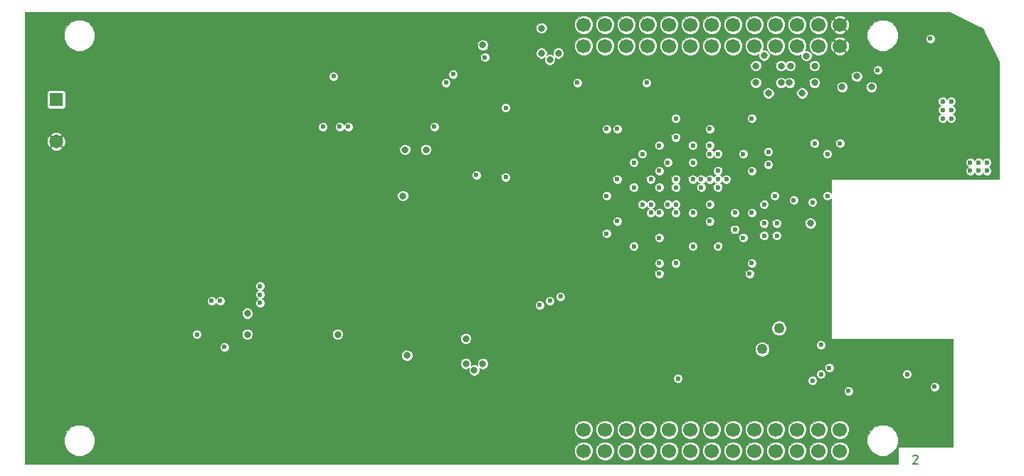
<source format=gbr>
G04 (created by PCBNEW (2013-mar-25)-stable) date Thursday, May 07, 2015 03:34:48 PM*
%MOIN*%
G04 Gerber Fmt 3.4, Leading zero omitted, Abs format*
%FSLAX34Y34*%
G01*
G70*
G90*
G04 APERTURE LIST*
%ADD10C,0.006*%
%ADD11C,0.00590551*%
%ADD12R,0.0649606X0.0649606*%
%ADD13C,0.0649606*%
%ADD14C,0.015748*%
%ADD15C,0.0669291*%
%ADD16C,0.023622*%
%ADD17C,0.0492126*%
%ADD18C,0.0314961*%
%ADD19C,0.00393701*%
G04 APERTURE END LIST*
G54D10*
G54D11*
X71737Y-49606D02*
X71756Y-49587D01*
X71794Y-49568D01*
X71887Y-49568D01*
X71925Y-49587D01*
X71944Y-49606D01*
X71962Y-49643D01*
X71962Y-49681D01*
X71944Y-49737D01*
X71719Y-49962D01*
X71962Y-49962D01*
G54D12*
X31594Y-32874D03*
G54D13*
X31594Y-34842D03*
G54D14*
X50787Y-33464D03*
X50393Y-33464D03*
X51181Y-33464D03*
X51181Y-33070D03*
X50787Y-33070D03*
X50393Y-33070D03*
X50393Y-33858D03*
X50787Y-33858D03*
X51181Y-33858D03*
X72440Y-31889D03*
X72677Y-31889D03*
X72204Y-31889D03*
X39173Y-43208D03*
X39566Y-43208D03*
X39173Y-43602D03*
X39566Y-43602D03*
X44488Y-32726D03*
X44488Y-33021D03*
G54D15*
X68305Y-48370D03*
X68305Y-49370D03*
X67305Y-48370D03*
X67305Y-49370D03*
X66305Y-48370D03*
X66305Y-49370D03*
X65305Y-48370D03*
X65305Y-49370D03*
X64305Y-48370D03*
X64305Y-49370D03*
X63305Y-48370D03*
X63305Y-49370D03*
X62305Y-48370D03*
X62305Y-49370D03*
X61305Y-48370D03*
X61305Y-49370D03*
X60305Y-48370D03*
X60305Y-49370D03*
X59305Y-48370D03*
X59305Y-49370D03*
X58305Y-48370D03*
X58305Y-49370D03*
X57305Y-48370D03*
X57305Y-49370D03*
X56305Y-48370D03*
X56305Y-49370D03*
X68305Y-29370D03*
X68305Y-30370D03*
X67305Y-29370D03*
X67305Y-30370D03*
X66305Y-29370D03*
X66305Y-30370D03*
X65305Y-29370D03*
X65305Y-30370D03*
X64305Y-29370D03*
X64305Y-30370D03*
X63305Y-29370D03*
X63305Y-30370D03*
X62305Y-29370D03*
X62305Y-30370D03*
X61305Y-29370D03*
X61305Y-30370D03*
X60305Y-29370D03*
X60305Y-30370D03*
X59305Y-29370D03*
X59305Y-30370D03*
X58305Y-29370D03*
X58305Y-30370D03*
X57305Y-29370D03*
X57305Y-30370D03*
X56305Y-29370D03*
X56305Y-30370D03*
G54D16*
X60236Y-35826D03*
G54D17*
X64665Y-44586D03*
X65452Y-43602D03*
G54D18*
X47933Y-35236D03*
G54D16*
X44094Y-34153D03*
X45275Y-34153D03*
X44586Y-31791D03*
X50196Y-31692D03*
X44881Y-34153D03*
X67421Y-45767D03*
X56003Y-32086D03*
X59251Y-32086D03*
X67814Y-45472D03*
X61811Y-36614D03*
X61417Y-35039D03*
X62204Y-35433D03*
X64173Y-38188D03*
X63385Y-38976D03*
X61811Y-37007D03*
X70078Y-31496D03*
X67125Y-34940D03*
X68307Y-34940D03*
X67716Y-35433D03*
X57874Y-36614D03*
X64960Y-35334D03*
X60629Y-37007D03*
X59842Y-38188D03*
X60629Y-38188D03*
X74803Y-35826D03*
X75196Y-36220D03*
X75196Y-35826D03*
X74803Y-36220D03*
X74409Y-35826D03*
X74409Y-36220D03*
X61417Y-38188D03*
X62204Y-37795D03*
X59842Y-36220D03*
X59448Y-36614D03*
X59842Y-37007D03*
X60629Y-36614D03*
X60629Y-37795D03*
X62204Y-36614D03*
X65255Y-37401D03*
X64763Y-37795D03*
X67716Y-37401D03*
X67027Y-37696D03*
X66141Y-37598D03*
X61417Y-36614D03*
X60236Y-37795D03*
G54D18*
X68405Y-32283D03*
X69783Y-32283D03*
X69094Y-31791D03*
G54D16*
X58661Y-37007D03*
X58661Y-35826D03*
X59842Y-39370D03*
X63779Y-35433D03*
X63779Y-39370D03*
X58661Y-39763D03*
X72736Y-46358D03*
X71456Y-45767D03*
X68700Y-46555D03*
X67421Y-44389D03*
X57381Y-37401D03*
X57381Y-39173D03*
X59842Y-41043D03*
X64074Y-41043D03*
X64960Y-35925D03*
X64173Y-33759D03*
X60629Y-33759D03*
X57381Y-34251D03*
X57874Y-34251D03*
X60629Y-34645D03*
X62204Y-34251D03*
X59842Y-35039D03*
X59055Y-37795D03*
X59842Y-40551D03*
X64173Y-40551D03*
X62598Y-39763D03*
X61417Y-39763D03*
X63385Y-38188D03*
X62204Y-35039D03*
X62598Y-35433D03*
X61417Y-35826D03*
X64173Y-36220D03*
X62598Y-36220D03*
X62598Y-36614D03*
X62992Y-36614D03*
X62598Y-37007D03*
X57874Y-38582D03*
X62204Y-38582D03*
X59448Y-38188D03*
X49862Y-32086D03*
X51673Y-30905D03*
G54D18*
X48917Y-35236D03*
G54D16*
X52657Y-36515D03*
X51279Y-36417D03*
G54D18*
X51574Y-30314D03*
G54D16*
X49311Y-34153D03*
X52657Y-33267D03*
G54D18*
X47834Y-37401D03*
X48031Y-44881D03*
X44783Y-43897D03*
G54D16*
X39468Y-44488D03*
X38188Y-43897D03*
G54D18*
X40551Y-43897D03*
X40551Y-42913D03*
G54D16*
X39271Y-42322D03*
X38877Y-42322D03*
G54D18*
X66732Y-30826D03*
X67125Y-31299D03*
X65984Y-31299D03*
X64763Y-30807D03*
X65551Y-31299D03*
X64370Y-31299D03*
X54330Y-30708D03*
X55118Y-30708D03*
X54724Y-31003D03*
X50787Y-45275D03*
X51574Y-45275D03*
X51181Y-45570D03*
X67125Y-32086D03*
X66535Y-32578D03*
X64370Y-32086D03*
X64960Y-32578D03*
X65944Y-32086D03*
X65551Y-32086D03*
X66929Y-38681D03*
X50787Y-44094D03*
X54330Y-29527D03*
G54D16*
X73523Y-33366D03*
X73523Y-33759D03*
X73129Y-33366D03*
X73523Y-32972D03*
X73129Y-33759D03*
X73129Y-32972D03*
X65354Y-38681D03*
X64763Y-39271D03*
X65354Y-39271D03*
X64763Y-38681D03*
X72539Y-30019D03*
X60629Y-40551D03*
X60728Y-45964D03*
X67027Y-46062D03*
X41141Y-41633D03*
X55216Y-42125D03*
X41141Y-42421D03*
X54232Y-42519D03*
G54D18*
X53149Y-29921D03*
X53149Y-30314D03*
X53149Y-29527D03*
X49606Y-44488D03*
X49606Y-44881D03*
X49606Y-44094D03*
X71850Y-29527D03*
X48228Y-29527D03*
X44291Y-29527D03*
X40354Y-29527D03*
X36417Y-29527D03*
X38385Y-29527D03*
X42322Y-29527D03*
X46259Y-29527D03*
X50196Y-29527D03*
X34448Y-29527D03*
X36417Y-29527D03*
X31496Y-30511D03*
X73326Y-46751D03*
X71358Y-48720D03*
X70374Y-47244D03*
X72834Y-44783D03*
X70866Y-44783D03*
X68897Y-44783D03*
X72834Y-48720D03*
X66929Y-47244D03*
X54133Y-49212D03*
X50196Y-49212D03*
X44291Y-49212D03*
X40354Y-49212D03*
X38385Y-49212D03*
X36417Y-49212D03*
X33464Y-47244D03*
X31496Y-47244D03*
X34448Y-49212D03*
X42322Y-49212D03*
X46259Y-49212D03*
X48228Y-49212D03*
X52165Y-49212D03*
X56102Y-47244D03*
X31496Y-39370D03*
X31496Y-37401D03*
G54D16*
X61417Y-37007D03*
G54D18*
X34251Y-34055D03*
X36122Y-43700D03*
X36909Y-43700D03*
X36122Y-42913D03*
X36909Y-42913D03*
G54D16*
X39074Y-44488D03*
X67618Y-38385D03*
X67618Y-38877D03*
X66437Y-39370D03*
X67618Y-39370D03*
X67027Y-39370D03*
X63385Y-40157D03*
X58661Y-34645D03*
X60629Y-35826D03*
X64173Y-34645D03*
X62992Y-34645D03*
X58267Y-36220D03*
X61417Y-36220D03*
X61417Y-35433D03*
X60236Y-37007D03*
X59055Y-40157D03*
X61811Y-40551D03*
X59448Y-37007D03*
X64173Y-38582D03*
X57874Y-40551D03*
X60629Y-39763D03*
X61811Y-37795D03*
X62598Y-37795D03*
G54D18*
X34251Y-42913D03*
X32677Y-42913D03*
X33464Y-42913D03*
X35039Y-42913D03*
X31496Y-42519D03*
X30708Y-42519D03*
X32283Y-42519D03*
X31496Y-44094D03*
X32283Y-44094D03*
X30708Y-44094D03*
X32677Y-43700D03*
X34251Y-43700D03*
X35039Y-43700D03*
X33464Y-43700D03*
G54D16*
X73228Y-31889D03*
X71653Y-31889D03*
X73228Y-31496D03*
X71653Y-31496D03*
X71653Y-32283D03*
X49409Y-34645D03*
G54D18*
X46259Y-46653D03*
G54D16*
X52657Y-33661D03*
X58267Y-37795D03*
X60236Y-34251D03*
X59055Y-35826D03*
X63385Y-35826D03*
X62204Y-36220D03*
X63779Y-37007D03*
X61417Y-38976D03*
X62992Y-38976D03*
X59055Y-38582D03*
X60629Y-38582D03*
X61811Y-38582D03*
X61811Y-38188D03*
X60236Y-38582D03*
X60236Y-38188D03*
X59842Y-36614D03*
X54724Y-42322D03*
X41141Y-42027D03*
X59055Y-35433D03*
X59448Y-37795D03*
G54D10*
G36*
X75767Y-36594D02*
X75413Y-36594D01*
X75413Y-36177D01*
X75380Y-36097D01*
X75319Y-36037D01*
X75287Y-36023D01*
X75319Y-36010D01*
X75380Y-35949D01*
X75413Y-35870D01*
X75413Y-35783D01*
X75380Y-35704D01*
X75319Y-35643D01*
X75240Y-35610D01*
X75153Y-35610D01*
X75074Y-35643D01*
X75013Y-35703D01*
X75000Y-35736D01*
X74986Y-35704D01*
X74925Y-35643D01*
X74846Y-35610D01*
X74760Y-35610D01*
X74680Y-35643D01*
X74619Y-35703D01*
X74606Y-35736D01*
X74593Y-35704D01*
X74532Y-35643D01*
X74452Y-35610D01*
X74366Y-35610D01*
X74286Y-35643D01*
X74225Y-35703D01*
X74192Y-35783D01*
X74192Y-35869D01*
X74225Y-35949D01*
X74286Y-36010D01*
X74318Y-36023D01*
X74286Y-36036D01*
X74225Y-36097D01*
X74192Y-36177D01*
X74192Y-36263D01*
X74225Y-36342D01*
X74286Y-36403D01*
X74366Y-36436D01*
X74452Y-36437D01*
X74531Y-36404D01*
X74592Y-36343D01*
X74606Y-36311D01*
X74619Y-36342D01*
X74680Y-36403D01*
X74759Y-36436D01*
X74846Y-36437D01*
X74925Y-36404D01*
X74986Y-36343D01*
X74999Y-36311D01*
X75013Y-36342D01*
X75074Y-36403D01*
X75153Y-36436D01*
X75239Y-36437D01*
X75319Y-36404D01*
X75380Y-36343D01*
X75413Y-36263D01*
X75413Y-36177D01*
X75413Y-36594D01*
X73740Y-36594D01*
X73740Y-33716D01*
X73707Y-33637D01*
X73646Y-33576D01*
X73614Y-33563D01*
X73646Y-33549D01*
X73707Y-33488D01*
X73740Y-33409D01*
X73740Y-33323D01*
X73707Y-33243D01*
X73646Y-33182D01*
X73614Y-33169D01*
X73646Y-33156D01*
X73707Y-33095D01*
X73740Y-33015D01*
X73740Y-32929D01*
X73707Y-32849D01*
X73646Y-32788D01*
X73566Y-32755D01*
X73480Y-32755D01*
X73401Y-32788D01*
X73340Y-32849D01*
X73326Y-32881D01*
X73313Y-32849D01*
X73252Y-32788D01*
X73173Y-32755D01*
X73087Y-32755D01*
X73007Y-32788D01*
X72946Y-32849D01*
X72913Y-32929D01*
X72913Y-33015D01*
X72946Y-33094D01*
X73007Y-33155D01*
X73039Y-33169D01*
X73007Y-33182D01*
X72946Y-33243D01*
X72913Y-33322D01*
X72913Y-33409D01*
X72946Y-33488D01*
X73007Y-33549D01*
X73039Y-33562D01*
X73007Y-33576D01*
X72946Y-33637D01*
X72913Y-33716D01*
X72913Y-33802D01*
X72946Y-33882D01*
X73007Y-33943D01*
X73086Y-33976D01*
X73172Y-33976D01*
X73252Y-33943D01*
X73313Y-33882D01*
X73326Y-33850D01*
X73339Y-33882D01*
X73400Y-33943D01*
X73480Y-33976D01*
X73566Y-33976D01*
X73646Y-33943D01*
X73707Y-33882D01*
X73740Y-33803D01*
X73740Y-33716D01*
X73740Y-36594D01*
X72755Y-36594D01*
X72755Y-29976D01*
X72723Y-29897D01*
X72662Y-29836D01*
X72582Y-29803D01*
X72496Y-29803D01*
X72416Y-29836D01*
X72355Y-29896D01*
X72322Y-29976D01*
X72322Y-30062D01*
X72355Y-30142D01*
X72416Y-30203D01*
X72496Y-30236D01*
X72582Y-30236D01*
X72661Y-30203D01*
X72722Y-30142D01*
X72755Y-30062D01*
X72755Y-29976D01*
X72755Y-36594D01*
X71028Y-36594D01*
X71028Y-29726D01*
X70918Y-29460D01*
X70715Y-29257D01*
X70449Y-29146D01*
X70161Y-29146D01*
X69895Y-29256D01*
X69692Y-29459D01*
X69581Y-29725D01*
X69581Y-30013D01*
X69691Y-30279D01*
X69894Y-30483D01*
X70160Y-30593D01*
X70448Y-30593D01*
X70714Y-30483D01*
X70918Y-30280D01*
X71028Y-30014D01*
X71028Y-29726D01*
X71028Y-36594D01*
X70295Y-36594D01*
X70295Y-31453D01*
X70262Y-31373D01*
X70201Y-31312D01*
X70122Y-31279D01*
X70035Y-31279D01*
X69956Y-31312D01*
X69895Y-31373D01*
X69862Y-31452D01*
X69862Y-31538D01*
X69895Y-31618D01*
X69955Y-31679D01*
X70035Y-31712D01*
X70121Y-31712D01*
X70201Y-31679D01*
X70262Y-31618D01*
X70295Y-31539D01*
X70295Y-31453D01*
X70295Y-36594D01*
X70039Y-36594D01*
X70039Y-32232D01*
X70000Y-32138D01*
X69928Y-32066D01*
X69834Y-32027D01*
X69732Y-32027D01*
X69638Y-32066D01*
X69566Y-32138D01*
X69527Y-32232D01*
X69527Y-32334D01*
X69566Y-32428D01*
X69638Y-32500D01*
X69732Y-32539D01*
X69834Y-32539D01*
X69928Y-32500D01*
X70000Y-32428D01*
X70039Y-32334D01*
X70039Y-32232D01*
X70039Y-36594D01*
X69350Y-36594D01*
X69350Y-31740D01*
X69311Y-31646D01*
X69239Y-31574D01*
X69145Y-31535D01*
X69043Y-31535D01*
X68949Y-31574D01*
X68877Y-31646D01*
X68838Y-31740D01*
X68838Y-31842D01*
X68877Y-31936D01*
X68949Y-32008D01*
X69043Y-32047D01*
X69145Y-32047D01*
X69239Y-32008D01*
X69311Y-31936D01*
X69350Y-31842D01*
X69350Y-31740D01*
X69350Y-36594D01*
X68741Y-36594D01*
X68741Y-30434D01*
X68741Y-29434D01*
X68733Y-29262D01*
X68684Y-29143D01*
X68626Y-29104D01*
X68570Y-29160D01*
X68570Y-29048D01*
X68531Y-28991D01*
X68369Y-28933D01*
X68197Y-28941D01*
X68078Y-28991D01*
X68039Y-29048D01*
X68305Y-29314D01*
X68570Y-29048D01*
X68570Y-29160D01*
X68360Y-29370D01*
X68626Y-29635D01*
X68684Y-29596D01*
X68741Y-29434D01*
X68741Y-30434D01*
X68733Y-30262D01*
X68684Y-30143D01*
X68626Y-30104D01*
X68570Y-30160D01*
X68570Y-30048D01*
X68570Y-29691D01*
X68305Y-29425D01*
X68249Y-29481D01*
X68249Y-29370D01*
X67983Y-29104D01*
X67926Y-29143D01*
X67868Y-29305D01*
X67876Y-29477D01*
X67926Y-29596D01*
X67983Y-29635D01*
X68249Y-29370D01*
X68249Y-29481D01*
X68039Y-29691D01*
X68078Y-29749D01*
X68240Y-29806D01*
X68412Y-29798D01*
X68531Y-29749D01*
X68570Y-29691D01*
X68570Y-30048D01*
X68531Y-29991D01*
X68369Y-29933D01*
X68197Y-29941D01*
X68078Y-29991D01*
X68039Y-30048D01*
X68305Y-30314D01*
X68570Y-30048D01*
X68570Y-30160D01*
X68360Y-30370D01*
X68626Y-30635D01*
X68684Y-30596D01*
X68741Y-30434D01*
X68741Y-36594D01*
X68661Y-36594D01*
X68661Y-32232D01*
X68622Y-32138D01*
X68570Y-32086D01*
X68570Y-30691D01*
X68305Y-30425D01*
X68249Y-30481D01*
X68249Y-30370D01*
X67983Y-30104D01*
X67926Y-30143D01*
X67868Y-30305D01*
X67876Y-30477D01*
X67926Y-30596D01*
X67983Y-30635D01*
X68249Y-30370D01*
X68249Y-30481D01*
X68039Y-30691D01*
X68078Y-30749D01*
X68240Y-30806D01*
X68412Y-30798D01*
X68531Y-30749D01*
X68570Y-30691D01*
X68570Y-32086D01*
X68550Y-32066D01*
X68456Y-32027D01*
X68354Y-32027D01*
X68260Y-32066D01*
X68188Y-32138D01*
X68149Y-32232D01*
X68149Y-32334D01*
X68188Y-32428D01*
X68260Y-32500D01*
X68354Y-32539D01*
X68456Y-32539D01*
X68550Y-32500D01*
X68622Y-32428D01*
X68661Y-32334D01*
X68661Y-32232D01*
X68661Y-36594D01*
X68523Y-36594D01*
X68523Y-34898D01*
X68490Y-34818D01*
X68429Y-34757D01*
X68350Y-34724D01*
X68264Y-34724D01*
X68184Y-34757D01*
X68123Y-34818D01*
X68090Y-34897D01*
X68090Y-34983D01*
X68123Y-35063D01*
X68184Y-35124D01*
X68263Y-35157D01*
X68349Y-35157D01*
X68429Y-35124D01*
X68490Y-35063D01*
X68523Y-34984D01*
X68523Y-34898D01*
X68523Y-36594D01*
X67933Y-36594D01*
X67933Y-35390D01*
X67900Y-35310D01*
X67839Y-35249D01*
X67759Y-35216D01*
X67738Y-35216D01*
X67738Y-30284D01*
X67738Y-29284D01*
X67672Y-29125D01*
X67550Y-29003D01*
X67391Y-28937D01*
X67219Y-28936D01*
X67060Y-29002D01*
X66938Y-29124D01*
X66872Y-29283D01*
X66871Y-29455D01*
X66937Y-29615D01*
X67059Y-29737D01*
X67218Y-29803D01*
X67390Y-29803D01*
X67550Y-29737D01*
X67672Y-29615D01*
X67738Y-29456D01*
X67738Y-29284D01*
X67738Y-30284D01*
X67672Y-30125D01*
X67550Y-30003D01*
X67391Y-29937D01*
X67219Y-29936D01*
X67060Y-30002D01*
X66938Y-30124D01*
X66872Y-30283D01*
X66871Y-30455D01*
X66937Y-30615D01*
X67059Y-30737D01*
X67218Y-30803D01*
X67390Y-30803D01*
X67550Y-30737D01*
X67672Y-30615D01*
X67738Y-30456D01*
X67738Y-30284D01*
X67738Y-35216D01*
X67673Y-35216D01*
X67594Y-35249D01*
X67533Y-35310D01*
X67500Y-35389D01*
X67499Y-35475D01*
X67532Y-35555D01*
X67593Y-35616D01*
X67673Y-35649D01*
X67759Y-35649D01*
X67839Y-35616D01*
X67899Y-35555D01*
X67933Y-35476D01*
X67933Y-35390D01*
X67933Y-36594D01*
X67893Y-36594D01*
X67893Y-37272D01*
X67839Y-37218D01*
X67759Y-37185D01*
X67673Y-37185D01*
X67594Y-37217D01*
X67533Y-37278D01*
X67500Y-37358D01*
X67499Y-37444D01*
X67532Y-37524D01*
X67593Y-37585D01*
X67673Y-37618D01*
X67759Y-37618D01*
X67839Y-37585D01*
X67893Y-37530D01*
X67893Y-44114D01*
X73602Y-44114D01*
X73602Y-49192D01*
X72952Y-49192D01*
X72952Y-46315D01*
X72919Y-46235D01*
X72859Y-46174D01*
X72779Y-46141D01*
X72693Y-46141D01*
X72613Y-46174D01*
X72552Y-46235D01*
X72519Y-46315D01*
X72519Y-46401D01*
X72552Y-46480D01*
X72613Y-46541D01*
X72692Y-46574D01*
X72779Y-46574D01*
X72858Y-46541D01*
X72919Y-46481D01*
X72952Y-46401D01*
X72952Y-46315D01*
X72952Y-49192D01*
X71673Y-49192D01*
X71673Y-45724D01*
X71640Y-45645D01*
X71579Y-45584D01*
X71499Y-45551D01*
X71413Y-45551D01*
X71334Y-45584D01*
X71273Y-45644D01*
X71240Y-45724D01*
X71240Y-45810D01*
X71273Y-45890D01*
X71333Y-45951D01*
X71413Y-45984D01*
X71499Y-45984D01*
X71579Y-45951D01*
X71640Y-45890D01*
X71673Y-45810D01*
X71673Y-45724D01*
X71673Y-49192D01*
X71043Y-49192D01*
X71043Y-49980D01*
X71028Y-49980D01*
X71028Y-48726D01*
X70918Y-48460D01*
X70715Y-48257D01*
X70449Y-48146D01*
X70161Y-48146D01*
X69895Y-48256D01*
X69692Y-48459D01*
X69581Y-48725D01*
X69581Y-49013D01*
X69691Y-49279D01*
X69894Y-49483D01*
X70160Y-49593D01*
X70448Y-49593D01*
X70714Y-49483D01*
X70918Y-49280D01*
X71028Y-49014D01*
X71028Y-48726D01*
X71028Y-49980D01*
X68917Y-49980D01*
X68917Y-46512D01*
X68884Y-46432D01*
X68823Y-46371D01*
X68744Y-46338D01*
X68657Y-46338D01*
X68578Y-46371D01*
X68517Y-46432D01*
X68484Y-46511D01*
X68484Y-46598D01*
X68517Y-46677D01*
X68577Y-46738D01*
X68657Y-46771D01*
X68743Y-46771D01*
X68823Y-46738D01*
X68884Y-46677D01*
X68917Y-46598D01*
X68917Y-46512D01*
X68917Y-49980D01*
X68738Y-49980D01*
X68738Y-49284D01*
X68738Y-48284D01*
X68672Y-48125D01*
X68550Y-48003D01*
X68391Y-47937D01*
X68219Y-47936D01*
X68060Y-48002D01*
X68031Y-48031D01*
X68031Y-45429D01*
X67998Y-45349D01*
X67937Y-45288D01*
X67858Y-45255D01*
X67772Y-45255D01*
X67692Y-45288D01*
X67637Y-45343D01*
X67637Y-44346D01*
X67604Y-44267D01*
X67544Y-44206D01*
X67464Y-44173D01*
X67381Y-44173D01*
X67381Y-32035D01*
X67381Y-31248D01*
X67343Y-31154D01*
X67271Y-31082D01*
X67177Y-31043D01*
X67075Y-31043D01*
X66988Y-31079D01*
X66988Y-30776D01*
X66949Y-30682D01*
X66877Y-30609D01*
X66783Y-30570D01*
X66690Y-30570D01*
X66738Y-30456D01*
X66738Y-30284D01*
X66738Y-29284D01*
X66672Y-29125D01*
X66550Y-29003D01*
X66391Y-28937D01*
X66219Y-28936D01*
X66060Y-29002D01*
X65938Y-29124D01*
X65872Y-29283D01*
X65871Y-29455D01*
X65937Y-29615D01*
X66059Y-29737D01*
X66218Y-29803D01*
X66390Y-29803D01*
X66550Y-29737D01*
X66672Y-29615D01*
X66738Y-29456D01*
X66738Y-29284D01*
X66738Y-30284D01*
X66672Y-30125D01*
X66550Y-30003D01*
X66391Y-29937D01*
X66219Y-29936D01*
X66060Y-30002D01*
X65938Y-30124D01*
X65872Y-30283D01*
X65871Y-30455D01*
X65937Y-30615D01*
X66059Y-30737D01*
X66218Y-30803D01*
X66390Y-30803D01*
X66480Y-30766D01*
X66476Y-30775D01*
X66476Y-30877D01*
X66515Y-30971D01*
X66587Y-31043D01*
X66681Y-31082D01*
X66782Y-31082D01*
X66877Y-31043D01*
X66949Y-30971D01*
X66988Y-30877D01*
X66988Y-30776D01*
X66988Y-31079D01*
X66981Y-31082D01*
X66909Y-31154D01*
X66870Y-31248D01*
X66870Y-31349D01*
X66908Y-31443D01*
X66980Y-31516D01*
X67074Y-31555D01*
X67176Y-31555D01*
X67270Y-31516D01*
X67342Y-31444D01*
X67381Y-31350D01*
X67381Y-31248D01*
X67381Y-32035D01*
X67343Y-31941D01*
X67271Y-31869D01*
X67177Y-31830D01*
X67075Y-31830D01*
X66981Y-31869D01*
X66909Y-31941D01*
X66870Y-32035D01*
X66870Y-32137D01*
X66908Y-32231D01*
X66980Y-32303D01*
X67074Y-32342D01*
X67176Y-32342D01*
X67270Y-32303D01*
X67342Y-32231D01*
X67381Y-32137D01*
X67381Y-32035D01*
X67381Y-44173D01*
X67378Y-44173D01*
X67342Y-44187D01*
X67342Y-34898D01*
X67309Y-34818D01*
X67248Y-34757D01*
X67169Y-34724D01*
X67083Y-34724D01*
X67003Y-34757D01*
X66942Y-34818D01*
X66909Y-34897D01*
X66909Y-34983D01*
X66942Y-35063D01*
X67003Y-35124D01*
X67082Y-35157D01*
X67168Y-35157D01*
X67248Y-35124D01*
X67309Y-35063D01*
X67342Y-34984D01*
X67342Y-34898D01*
X67342Y-44187D01*
X67298Y-44206D01*
X67244Y-44260D01*
X67244Y-37653D01*
X67211Y-37574D01*
X67150Y-37513D01*
X67070Y-37480D01*
X66984Y-37480D01*
X66905Y-37513D01*
X66844Y-37574D01*
X66811Y-37653D01*
X66810Y-37739D01*
X66843Y-37819D01*
X66904Y-37880D01*
X66984Y-37913D01*
X67070Y-37913D01*
X67150Y-37880D01*
X67211Y-37819D01*
X67244Y-37740D01*
X67244Y-37653D01*
X67244Y-44260D01*
X67237Y-44266D01*
X67204Y-44346D01*
X67204Y-44432D01*
X67237Y-44512D01*
X67298Y-44573D01*
X67377Y-44606D01*
X67464Y-44606D01*
X67543Y-44573D01*
X67604Y-44512D01*
X67637Y-44433D01*
X67637Y-44346D01*
X67637Y-45343D01*
X67631Y-45349D01*
X67598Y-45429D01*
X67598Y-45515D01*
X67631Y-45594D01*
X67692Y-45655D01*
X67771Y-45688D01*
X67857Y-45689D01*
X67937Y-45656D01*
X67998Y-45595D01*
X68031Y-45515D01*
X68031Y-45429D01*
X68031Y-48031D01*
X67938Y-48124D01*
X67872Y-48283D01*
X67871Y-48455D01*
X67937Y-48615D01*
X68059Y-48737D01*
X68218Y-48803D01*
X68390Y-48803D01*
X68550Y-48737D01*
X68672Y-48615D01*
X68738Y-48456D01*
X68738Y-48284D01*
X68738Y-49284D01*
X68672Y-49125D01*
X68550Y-49003D01*
X68391Y-48937D01*
X68219Y-48936D01*
X68060Y-49002D01*
X67938Y-49124D01*
X67872Y-49283D01*
X67871Y-49455D01*
X67937Y-49615D01*
X68059Y-49737D01*
X68218Y-49803D01*
X68390Y-49803D01*
X68550Y-49737D01*
X68672Y-49615D01*
X68738Y-49456D01*
X68738Y-49284D01*
X68738Y-49980D01*
X67738Y-49980D01*
X67738Y-49284D01*
X67738Y-48284D01*
X67672Y-48125D01*
X67637Y-48090D01*
X67637Y-45724D01*
X67604Y-45645D01*
X67544Y-45584D01*
X67464Y-45551D01*
X67378Y-45551D01*
X67298Y-45584D01*
X67237Y-45644D01*
X67204Y-45724D01*
X67204Y-45810D01*
X67237Y-45890D01*
X67298Y-45951D01*
X67377Y-45984D01*
X67464Y-45984D01*
X67543Y-45951D01*
X67604Y-45890D01*
X67637Y-45810D01*
X67637Y-45724D01*
X67637Y-48090D01*
X67550Y-48003D01*
X67391Y-47937D01*
X67244Y-47936D01*
X67244Y-46020D01*
X67211Y-45940D01*
X67185Y-45914D01*
X67185Y-38630D01*
X67146Y-38536D01*
X67074Y-38464D01*
X66980Y-38425D01*
X66878Y-38425D01*
X66791Y-38461D01*
X66791Y-32528D01*
X66752Y-32433D01*
X66680Y-32361D01*
X66586Y-32322D01*
X66484Y-32322D01*
X66390Y-32361D01*
X66318Y-32433D01*
X66279Y-32527D01*
X66279Y-32629D01*
X66318Y-32723D01*
X66390Y-32795D01*
X66484Y-32834D01*
X66586Y-32834D01*
X66680Y-32795D01*
X66752Y-32723D01*
X66791Y-32629D01*
X66791Y-32528D01*
X66791Y-38461D01*
X66784Y-38464D01*
X66712Y-38535D01*
X66673Y-38629D01*
X66673Y-38731D01*
X66712Y-38825D01*
X66783Y-38897D01*
X66878Y-38936D01*
X66979Y-38937D01*
X67073Y-38898D01*
X67145Y-38826D01*
X67184Y-38732D01*
X67185Y-38630D01*
X67185Y-45914D01*
X67150Y-45879D01*
X67070Y-45846D01*
X66984Y-45846D01*
X66905Y-45879D01*
X66844Y-45940D01*
X66811Y-46019D01*
X66810Y-46105D01*
X66843Y-46185D01*
X66904Y-46246D01*
X66984Y-46279D01*
X67070Y-46279D01*
X67150Y-46246D01*
X67211Y-46185D01*
X67244Y-46106D01*
X67244Y-46020D01*
X67244Y-47936D01*
X67219Y-47936D01*
X67060Y-48002D01*
X66938Y-48124D01*
X66872Y-48283D01*
X66871Y-48455D01*
X66937Y-48615D01*
X67059Y-48737D01*
X67218Y-48803D01*
X67390Y-48803D01*
X67550Y-48737D01*
X67672Y-48615D01*
X67738Y-48456D01*
X67738Y-48284D01*
X67738Y-49284D01*
X67672Y-49125D01*
X67550Y-49003D01*
X67391Y-48937D01*
X67219Y-48936D01*
X67060Y-49002D01*
X66938Y-49124D01*
X66872Y-49283D01*
X66871Y-49455D01*
X66937Y-49615D01*
X67059Y-49737D01*
X67218Y-49803D01*
X67390Y-49803D01*
X67550Y-49737D01*
X67672Y-49615D01*
X67738Y-49456D01*
X67738Y-49284D01*
X67738Y-49980D01*
X66738Y-49980D01*
X66738Y-49284D01*
X66738Y-48284D01*
X66672Y-48125D01*
X66550Y-48003D01*
X66391Y-47937D01*
X66358Y-47937D01*
X66358Y-37555D01*
X66325Y-37475D01*
X66264Y-37414D01*
X66240Y-37404D01*
X66240Y-31248D01*
X66201Y-31154D01*
X66129Y-31082D01*
X66035Y-31043D01*
X65933Y-31043D01*
X65839Y-31082D01*
X65767Y-31153D01*
X65738Y-31124D01*
X65738Y-30284D01*
X65738Y-29284D01*
X65672Y-29125D01*
X65550Y-29003D01*
X65391Y-28937D01*
X65219Y-28936D01*
X65060Y-29002D01*
X64938Y-29124D01*
X64872Y-29283D01*
X64871Y-29455D01*
X64937Y-29615D01*
X65059Y-29737D01*
X65218Y-29803D01*
X65390Y-29803D01*
X65550Y-29737D01*
X65672Y-29615D01*
X65738Y-29456D01*
X65738Y-29284D01*
X65738Y-30284D01*
X65672Y-30125D01*
X65550Y-30003D01*
X65391Y-29937D01*
X65219Y-29936D01*
X65060Y-30002D01*
X64938Y-30124D01*
X64872Y-30283D01*
X64871Y-30455D01*
X64937Y-30615D01*
X65059Y-30737D01*
X65218Y-30803D01*
X65390Y-30803D01*
X65550Y-30737D01*
X65672Y-30615D01*
X65738Y-30456D01*
X65738Y-30284D01*
X65738Y-31124D01*
X65696Y-31082D01*
X65602Y-31043D01*
X65500Y-31043D01*
X65406Y-31082D01*
X65334Y-31154D01*
X65295Y-31248D01*
X65295Y-31349D01*
X65334Y-31443D01*
X65406Y-31516D01*
X65500Y-31555D01*
X65601Y-31555D01*
X65695Y-31516D01*
X65767Y-31444D01*
X65839Y-31516D01*
X65933Y-31555D01*
X66034Y-31555D01*
X66129Y-31516D01*
X66201Y-31444D01*
X66240Y-31350D01*
X66240Y-31248D01*
X66240Y-37404D01*
X66200Y-37388D01*
X66200Y-32035D01*
X66161Y-31941D01*
X66090Y-31869D01*
X65996Y-31830D01*
X65894Y-31830D01*
X65800Y-31869D01*
X65748Y-31921D01*
X65696Y-31869D01*
X65602Y-31830D01*
X65500Y-31830D01*
X65406Y-31869D01*
X65334Y-31941D01*
X65295Y-32035D01*
X65295Y-32137D01*
X65334Y-32231D01*
X65406Y-32303D01*
X65500Y-32342D01*
X65601Y-32342D01*
X65695Y-32303D01*
X65748Y-32251D01*
X65799Y-32303D01*
X65893Y-32342D01*
X65995Y-32342D01*
X66089Y-32303D01*
X66161Y-32231D01*
X66200Y-32137D01*
X66200Y-32035D01*
X66200Y-37388D01*
X66184Y-37381D01*
X66098Y-37381D01*
X66019Y-37414D01*
X65958Y-37475D01*
X65925Y-37555D01*
X65925Y-37641D01*
X65958Y-37720D01*
X66018Y-37781D01*
X66098Y-37814D01*
X66184Y-37814D01*
X66264Y-37782D01*
X66325Y-37721D01*
X66358Y-37641D01*
X66358Y-37555D01*
X66358Y-47937D01*
X66219Y-47936D01*
X66060Y-48002D01*
X65938Y-48124D01*
X65872Y-48283D01*
X65871Y-48455D01*
X65937Y-48615D01*
X66059Y-48737D01*
X66218Y-48803D01*
X66390Y-48803D01*
X66550Y-48737D01*
X66672Y-48615D01*
X66738Y-48456D01*
X66738Y-48284D01*
X66738Y-49284D01*
X66672Y-49125D01*
X66550Y-49003D01*
X66391Y-48937D01*
X66219Y-48936D01*
X66060Y-49002D01*
X65938Y-49124D01*
X65872Y-49283D01*
X65871Y-49455D01*
X65937Y-49615D01*
X66059Y-49737D01*
X66218Y-49803D01*
X66390Y-49803D01*
X66550Y-49737D01*
X66672Y-49615D01*
X66738Y-49456D01*
X66738Y-49284D01*
X66738Y-49980D01*
X65797Y-49980D01*
X65797Y-43534D01*
X65744Y-43407D01*
X65648Y-43310D01*
X65570Y-43278D01*
X65570Y-39228D01*
X65570Y-38638D01*
X65538Y-38558D01*
X65477Y-38497D01*
X65472Y-38495D01*
X65472Y-37358D01*
X65439Y-37279D01*
X65378Y-37218D01*
X65299Y-37185D01*
X65216Y-37185D01*
X65216Y-32528D01*
X65177Y-32433D01*
X65105Y-32361D01*
X65019Y-32326D01*
X65019Y-30756D01*
X64980Y-30662D01*
X64908Y-30590D01*
X64814Y-30551D01*
X64713Y-30551D01*
X64695Y-30558D01*
X64738Y-30456D01*
X64738Y-30284D01*
X64738Y-29284D01*
X64672Y-29125D01*
X64550Y-29003D01*
X64391Y-28937D01*
X64219Y-28936D01*
X64060Y-29002D01*
X63938Y-29124D01*
X63872Y-29283D01*
X63871Y-29455D01*
X63937Y-29615D01*
X64059Y-29737D01*
X64218Y-29803D01*
X64390Y-29803D01*
X64550Y-29737D01*
X64672Y-29615D01*
X64738Y-29456D01*
X64738Y-29284D01*
X64738Y-30284D01*
X64672Y-30125D01*
X64550Y-30003D01*
X64391Y-29937D01*
X64219Y-29936D01*
X64060Y-30002D01*
X63938Y-30124D01*
X63872Y-30283D01*
X63871Y-30455D01*
X63937Y-30615D01*
X64059Y-30737D01*
X64218Y-30803D01*
X64390Y-30803D01*
X64508Y-30754D01*
X64507Y-30755D01*
X64507Y-30857D01*
X64546Y-30951D01*
X64618Y-31023D01*
X64712Y-31062D01*
X64814Y-31063D01*
X64908Y-31024D01*
X64980Y-30952D01*
X65019Y-30858D01*
X65019Y-30756D01*
X65019Y-32326D01*
X65011Y-32322D01*
X64909Y-32322D01*
X64815Y-32361D01*
X64743Y-32433D01*
X64704Y-32527D01*
X64704Y-32629D01*
X64743Y-32723D01*
X64815Y-32795D01*
X64909Y-32834D01*
X65011Y-32834D01*
X65105Y-32795D01*
X65177Y-32723D01*
X65216Y-32629D01*
X65216Y-32528D01*
X65216Y-37185D01*
X65213Y-37185D01*
X65177Y-37199D01*
X65177Y-35882D01*
X65177Y-35291D01*
X65144Y-35212D01*
X65083Y-35151D01*
X65003Y-35118D01*
X64917Y-35118D01*
X64838Y-35150D01*
X64777Y-35211D01*
X64744Y-35291D01*
X64744Y-35377D01*
X64776Y-35457D01*
X64837Y-35518D01*
X64917Y-35551D01*
X65003Y-35551D01*
X65083Y-35518D01*
X65144Y-35457D01*
X65177Y-35377D01*
X65177Y-35291D01*
X65177Y-35882D01*
X65144Y-35802D01*
X65083Y-35741D01*
X65003Y-35708D01*
X64917Y-35708D01*
X64838Y-35741D01*
X64777Y-35802D01*
X64744Y-35881D01*
X64744Y-35968D01*
X64776Y-36047D01*
X64837Y-36108D01*
X64917Y-36141D01*
X65003Y-36141D01*
X65083Y-36108D01*
X65144Y-36048D01*
X65177Y-35968D01*
X65177Y-35882D01*
X65177Y-37199D01*
X65133Y-37217D01*
X65072Y-37278D01*
X65039Y-37358D01*
X65039Y-37444D01*
X65072Y-37524D01*
X65133Y-37585D01*
X65212Y-37618D01*
X65298Y-37618D01*
X65378Y-37585D01*
X65439Y-37524D01*
X65472Y-37444D01*
X65472Y-37358D01*
X65472Y-38495D01*
X65397Y-38464D01*
X65311Y-38464D01*
X65231Y-38497D01*
X65170Y-38558D01*
X65137Y-38637D01*
X65137Y-38723D01*
X65170Y-38803D01*
X65231Y-38864D01*
X65311Y-38897D01*
X65397Y-38897D01*
X65476Y-38864D01*
X65537Y-38803D01*
X65570Y-38724D01*
X65570Y-38638D01*
X65570Y-39228D01*
X65538Y-39149D01*
X65477Y-39088D01*
X65397Y-39055D01*
X65311Y-39055D01*
X65231Y-39087D01*
X65170Y-39148D01*
X65137Y-39228D01*
X65137Y-39314D01*
X65170Y-39394D01*
X65231Y-39455D01*
X65311Y-39488D01*
X65397Y-39488D01*
X65476Y-39455D01*
X65537Y-39394D01*
X65570Y-39314D01*
X65570Y-39228D01*
X65570Y-43278D01*
X65521Y-43257D01*
X65384Y-43257D01*
X65257Y-43310D01*
X65160Y-43406D01*
X65108Y-43533D01*
X65108Y-43670D01*
X65160Y-43797D01*
X65257Y-43894D01*
X65383Y-43946D01*
X65520Y-43946D01*
X65647Y-43894D01*
X65744Y-43797D01*
X65797Y-43671D01*
X65797Y-43534D01*
X65797Y-49980D01*
X65738Y-49980D01*
X65738Y-49284D01*
X65738Y-48284D01*
X65672Y-48125D01*
X65550Y-48003D01*
X65391Y-47937D01*
X65219Y-47936D01*
X65060Y-48002D01*
X65009Y-48052D01*
X65009Y-44518D01*
X64980Y-44446D01*
X64980Y-39228D01*
X64980Y-38638D01*
X64980Y-37752D01*
X64947Y-37672D01*
X64886Y-37611D01*
X64807Y-37578D01*
X64720Y-37578D01*
X64641Y-37611D01*
X64626Y-37626D01*
X64626Y-32035D01*
X64626Y-31248D01*
X64587Y-31154D01*
X64515Y-31082D01*
X64421Y-31043D01*
X64319Y-31043D01*
X64225Y-31082D01*
X64153Y-31154D01*
X64114Y-31248D01*
X64114Y-31349D01*
X64153Y-31443D01*
X64224Y-31516D01*
X64318Y-31555D01*
X64420Y-31555D01*
X64514Y-31516D01*
X64586Y-31444D01*
X64625Y-31350D01*
X64626Y-31248D01*
X64626Y-32035D01*
X64587Y-31941D01*
X64515Y-31869D01*
X64421Y-31830D01*
X64319Y-31830D01*
X64225Y-31869D01*
X64153Y-31941D01*
X64114Y-32035D01*
X64114Y-32137D01*
X64153Y-32231D01*
X64224Y-32303D01*
X64318Y-32342D01*
X64420Y-32342D01*
X64514Y-32303D01*
X64586Y-32231D01*
X64625Y-32137D01*
X64626Y-32035D01*
X64626Y-37626D01*
X64580Y-37672D01*
X64547Y-37752D01*
X64547Y-37838D01*
X64580Y-37917D01*
X64640Y-37978D01*
X64720Y-38011D01*
X64806Y-38011D01*
X64886Y-37978D01*
X64947Y-37918D01*
X64980Y-37838D01*
X64980Y-37752D01*
X64980Y-38638D01*
X64947Y-38558D01*
X64886Y-38497D01*
X64807Y-38464D01*
X64720Y-38464D01*
X64641Y-38497D01*
X64580Y-38558D01*
X64547Y-38637D01*
X64547Y-38723D01*
X64580Y-38803D01*
X64640Y-38864D01*
X64720Y-38897D01*
X64806Y-38897D01*
X64886Y-38864D01*
X64947Y-38803D01*
X64980Y-38724D01*
X64980Y-38638D01*
X64980Y-39228D01*
X64947Y-39149D01*
X64886Y-39088D01*
X64807Y-39055D01*
X64720Y-39055D01*
X64641Y-39087D01*
X64580Y-39148D01*
X64547Y-39228D01*
X64547Y-39314D01*
X64580Y-39394D01*
X64640Y-39455D01*
X64720Y-39488D01*
X64806Y-39488D01*
X64886Y-39455D01*
X64947Y-39394D01*
X64980Y-39314D01*
X64980Y-39228D01*
X64980Y-44446D01*
X64957Y-44391D01*
X64860Y-44294D01*
X64734Y-44242D01*
X64597Y-44242D01*
X64470Y-44294D01*
X64389Y-44374D01*
X64389Y-40508D01*
X64389Y-38146D01*
X64389Y-36177D01*
X64389Y-33716D01*
X64356Y-33637D01*
X64296Y-33576D01*
X64216Y-33543D01*
X64130Y-33543D01*
X64050Y-33576D01*
X63989Y-33637D01*
X63956Y-33716D01*
X63956Y-33802D01*
X63989Y-33882D01*
X64050Y-33943D01*
X64129Y-33976D01*
X64216Y-33976D01*
X64295Y-33943D01*
X64356Y-33882D01*
X64389Y-33803D01*
X64389Y-33716D01*
X64389Y-36177D01*
X64356Y-36097D01*
X64296Y-36037D01*
X64216Y-36003D01*
X64130Y-36003D01*
X64050Y-36036D01*
X63996Y-36091D01*
X63996Y-35390D01*
X63963Y-35310D01*
X63902Y-35249D01*
X63822Y-35216D01*
X63738Y-35216D01*
X63738Y-30284D01*
X63738Y-29284D01*
X63672Y-29125D01*
X63550Y-29003D01*
X63391Y-28937D01*
X63219Y-28936D01*
X63060Y-29002D01*
X62938Y-29124D01*
X62872Y-29283D01*
X62871Y-29455D01*
X62937Y-29615D01*
X63059Y-29737D01*
X63218Y-29803D01*
X63390Y-29803D01*
X63550Y-29737D01*
X63672Y-29615D01*
X63738Y-29456D01*
X63738Y-29284D01*
X63738Y-30284D01*
X63672Y-30125D01*
X63550Y-30003D01*
X63391Y-29937D01*
X63219Y-29936D01*
X63060Y-30002D01*
X62938Y-30124D01*
X62872Y-30283D01*
X62871Y-30455D01*
X62937Y-30615D01*
X63059Y-30737D01*
X63218Y-30803D01*
X63390Y-30803D01*
X63550Y-30737D01*
X63672Y-30615D01*
X63738Y-30456D01*
X63738Y-30284D01*
X63738Y-35216D01*
X63736Y-35216D01*
X63657Y-35249D01*
X63596Y-35310D01*
X63563Y-35389D01*
X63562Y-35475D01*
X63595Y-35555D01*
X63656Y-35616D01*
X63736Y-35649D01*
X63822Y-35649D01*
X63902Y-35616D01*
X63962Y-35555D01*
X63996Y-35476D01*
X63996Y-35390D01*
X63996Y-36091D01*
X63989Y-36097D01*
X63956Y-36177D01*
X63956Y-36263D01*
X63989Y-36342D01*
X64050Y-36403D01*
X64129Y-36436D01*
X64216Y-36437D01*
X64295Y-36404D01*
X64356Y-36343D01*
X64389Y-36263D01*
X64389Y-36177D01*
X64389Y-38146D01*
X64356Y-38066D01*
X64296Y-38005D01*
X64216Y-37972D01*
X64130Y-37972D01*
X64050Y-38005D01*
X63989Y-38066D01*
X63956Y-38145D01*
X63956Y-38231D01*
X63989Y-38311D01*
X64050Y-38372D01*
X64129Y-38405D01*
X64216Y-38405D01*
X64295Y-38372D01*
X64356Y-38311D01*
X64389Y-38232D01*
X64389Y-38146D01*
X64389Y-40508D01*
X64356Y-40428D01*
X64296Y-40367D01*
X64216Y-40334D01*
X64130Y-40334D01*
X64050Y-40367D01*
X63996Y-40422D01*
X63996Y-39327D01*
X63963Y-39247D01*
X63902Y-39186D01*
X63822Y-39153D01*
X63736Y-39153D01*
X63657Y-39186D01*
X63602Y-39240D01*
X63602Y-38933D01*
X63602Y-38146D01*
X63569Y-38066D01*
X63508Y-38005D01*
X63429Y-37972D01*
X63342Y-37972D01*
X63263Y-38005D01*
X63208Y-38059D01*
X63208Y-36571D01*
X63175Y-36491D01*
X63114Y-36430D01*
X63035Y-36397D01*
X62949Y-36397D01*
X62869Y-36430D01*
X62808Y-36491D01*
X62795Y-36523D01*
X62782Y-36491D01*
X62721Y-36430D01*
X62689Y-36417D01*
X62720Y-36404D01*
X62781Y-36343D01*
X62814Y-36263D01*
X62814Y-36177D01*
X62814Y-35390D01*
X62782Y-35310D01*
X62738Y-35266D01*
X62738Y-30284D01*
X62738Y-29284D01*
X62672Y-29125D01*
X62550Y-29003D01*
X62391Y-28937D01*
X62219Y-28936D01*
X62060Y-29002D01*
X61938Y-29124D01*
X61872Y-29283D01*
X61871Y-29455D01*
X61937Y-29615D01*
X62059Y-29737D01*
X62218Y-29803D01*
X62390Y-29803D01*
X62550Y-29737D01*
X62672Y-29615D01*
X62738Y-29456D01*
X62738Y-29284D01*
X62738Y-30284D01*
X62672Y-30125D01*
X62550Y-30003D01*
X62391Y-29937D01*
X62219Y-29936D01*
X62060Y-30002D01*
X61938Y-30124D01*
X61872Y-30283D01*
X61871Y-30455D01*
X61937Y-30615D01*
X62059Y-30737D01*
X62218Y-30803D01*
X62390Y-30803D01*
X62550Y-30737D01*
X62672Y-30615D01*
X62738Y-30456D01*
X62738Y-30284D01*
X62738Y-35266D01*
X62721Y-35249D01*
X62641Y-35216D01*
X62555Y-35216D01*
X62475Y-35249D01*
X62414Y-35310D01*
X62401Y-35342D01*
X62388Y-35310D01*
X62327Y-35249D01*
X62295Y-35236D01*
X62327Y-35223D01*
X62388Y-35162D01*
X62421Y-35082D01*
X62421Y-34996D01*
X62421Y-34209D01*
X62388Y-34129D01*
X62327Y-34068D01*
X62247Y-34035D01*
X62161Y-34035D01*
X62082Y-34068D01*
X62021Y-34129D01*
X61988Y-34208D01*
X61988Y-34294D01*
X62021Y-34374D01*
X62081Y-34435D01*
X62161Y-34468D01*
X62247Y-34468D01*
X62327Y-34435D01*
X62388Y-34374D01*
X62421Y-34295D01*
X62421Y-34209D01*
X62421Y-34996D01*
X62388Y-34916D01*
X62327Y-34855D01*
X62247Y-34822D01*
X62161Y-34822D01*
X62082Y-34855D01*
X62021Y-34916D01*
X61988Y-34996D01*
X61988Y-35082D01*
X62021Y-35161D01*
X62081Y-35222D01*
X62114Y-35236D01*
X62082Y-35249D01*
X62021Y-35310D01*
X61988Y-35389D01*
X61988Y-35475D01*
X62021Y-35555D01*
X62081Y-35616D01*
X62161Y-35649D01*
X62247Y-35649D01*
X62327Y-35616D01*
X62388Y-35555D01*
X62401Y-35523D01*
X62414Y-35555D01*
X62475Y-35616D01*
X62555Y-35649D01*
X62641Y-35649D01*
X62720Y-35616D01*
X62781Y-35555D01*
X62814Y-35476D01*
X62814Y-35390D01*
X62814Y-36177D01*
X62782Y-36097D01*
X62721Y-36037D01*
X62641Y-36003D01*
X62555Y-36003D01*
X62475Y-36036D01*
X62414Y-36097D01*
X62381Y-36177D01*
X62381Y-36263D01*
X62414Y-36342D01*
X62475Y-36403D01*
X62507Y-36417D01*
X62475Y-36430D01*
X62414Y-36491D01*
X62401Y-36523D01*
X62388Y-36491D01*
X62327Y-36430D01*
X62247Y-36397D01*
X62161Y-36397D01*
X62082Y-36430D01*
X62021Y-36491D01*
X62007Y-36523D01*
X61994Y-36491D01*
X61933Y-36430D01*
X61854Y-36397D01*
X61768Y-36397D01*
X61738Y-36409D01*
X61738Y-30284D01*
X61738Y-29284D01*
X61672Y-29125D01*
X61550Y-29003D01*
X61391Y-28937D01*
X61219Y-28936D01*
X61060Y-29002D01*
X60938Y-29124D01*
X60872Y-29283D01*
X60871Y-29455D01*
X60937Y-29615D01*
X61059Y-29737D01*
X61218Y-29803D01*
X61390Y-29803D01*
X61550Y-29737D01*
X61672Y-29615D01*
X61738Y-29456D01*
X61738Y-29284D01*
X61738Y-30284D01*
X61672Y-30125D01*
X61550Y-30003D01*
X61391Y-29937D01*
X61219Y-29936D01*
X61060Y-30002D01*
X60938Y-30124D01*
X60872Y-30283D01*
X60871Y-30455D01*
X60937Y-30615D01*
X61059Y-30737D01*
X61218Y-30803D01*
X61390Y-30803D01*
X61550Y-30737D01*
X61672Y-30615D01*
X61738Y-30456D01*
X61738Y-30284D01*
X61738Y-36409D01*
X61688Y-36430D01*
X61633Y-36485D01*
X61633Y-35783D01*
X61633Y-34996D01*
X61600Y-34916D01*
X61540Y-34855D01*
X61460Y-34822D01*
X61374Y-34822D01*
X61294Y-34855D01*
X61233Y-34916D01*
X61200Y-34996D01*
X61200Y-35082D01*
X61233Y-35161D01*
X61294Y-35222D01*
X61374Y-35255D01*
X61460Y-35255D01*
X61539Y-35223D01*
X61600Y-35162D01*
X61633Y-35082D01*
X61633Y-34996D01*
X61633Y-35783D01*
X61600Y-35704D01*
X61540Y-35643D01*
X61460Y-35610D01*
X61374Y-35610D01*
X61294Y-35643D01*
X61233Y-35703D01*
X61200Y-35783D01*
X61200Y-35869D01*
X61233Y-35949D01*
X61294Y-36010D01*
X61374Y-36043D01*
X61460Y-36043D01*
X61539Y-36010D01*
X61600Y-35949D01*
X61633Y-35870D01*
X61633Y-35783D01*
X61633Y-36485D01*
X61627Y-36491D01*
X61614Y-36523D01*
X61600Y-36491D01*
X61540Y-36430D01*
X61460Y-36397D01*
X61374Y-36397D01*
X61294Y-36430D01*
X61233Y-36491D01*
X61200Y-36570D01*
X61200Y-36657D01*
X61233Y-36736D01*
X61294Y-36797D01*
X61374Y-36830D01*
X61460Y-36830D01*
X61539Y-36797D01*
X61600Y-36736D01*
X61614Y-36704D01*
X61627Y-36736D01*
X61688Y-36797D01*
X61720Y-36811D01*
X61688Y-36824D01*
X61627Y-36885D01*
X61594Y-36964D01*
X61594Y-37050D01*
X61627Y-37130D01*
X61688Y-37191D01*
X61767Y-37224D01*
X61853Y-37224D01*
X61933Y-37191D01*
X61994Y-37130D01*
X62027Y-37051D01*
X62027Y-36964D01*
X61994Y-36885D01*
X61933Y-36824D01*
X61901Y-36811D01*
X61933Y-36797D01*
X61994Y-36736D01*
X62007Y-36704D01*
X62021Y-36736D01*
X62081Y-36797D01*
X62161Y-36830D01*
X62247Y-36830D01*
X62327Y-36797D01*
X62388Y-36736D01*
X62401Y-36704D01*
X62414Y-36736D01*
X62475Y-36797D01*
X62507Y-36811D01*
X62475Y-36824D01*
X62414Y-36885D01*
X62381Y-36964D01*
X62381Y-37050D01*
X62414Y-37130D01*
X62475Y-37191D01*
X62555Y-37224D01*
X62641Y-37224D01*
X62720Y-37191D01*
X62781Y-37130D01*
X62814Y-37051D01*
X62814Y-36964D01*
X62782Y-36885D01*
X62721Y-36824D01*
X62689Y-36811D01*
X62720Y-36797D01*
X62781Y-36736D01*
X62795Y-36704D01*
X62808Y-36736D01*
X62869Y-36797D01*
X62948Y-36830D01*
X63035Y-36830D01*
X63114Y-36797D01*
X63175Y-36736D01*
X63208Y-36657D01*
X63208Y-36571D01*
X63208Y-38059D01*
X63202Y-38066D01*
X63169Y-38145D01*
X63169Y-38231D01*
X63202Y-38311D01*
X63263Y-38372D01*
X63342Y-38405D01*
X63428Y-38405D01*
X63508Y-38372D01*
X63569Y-38311D01*
X63602Y-38232D01*
X63602Y-38146D01*
X63602Y-38933D01*
X63569Y-38853D01*
X63508Y-38792D01*
X63429Y-38759D01*
X63342Y-38759D01*
X63263Y-38792D01*
X63202Y-38853D01*
X63169Y-38933D01*
X63169Y-39019D01*
X63202Y-39098D01*
X63263Y-39159D01*
X63342Y-39192D01*
X63428Y-39192D01*
X63508Y-39160D01*
X63569Y-39099D01*
X63602Y-39019D01*
X63602Y-38933D01*
X63602Y-39240D01*
X63596Y-39247D01*
X63563Y-39326D01*
X63562Y-39412D01*
X63595Y-39492D01*
X63656Y-39553D01*
X63736Y-39586D01*
X63822Y-39586D01*
X63902Y-39553D01*
X63962Y-39492D01*
X63996Y-39413D01*
X63996Y-39327D01*
X63996Y-40422D01*
X63989Y-40428D01*
X63956Y-40507D01*
X63956Y-40594D01*
X63989Y-40673D01*
X64050Y-40734D01*
X64129Y-40767D01*
X64216Y-40767D01*
X64295Y-40734D01*
X64356Y-40673D01*
X64389Y-40594D01*
X64389Y-40508D01*
X64389Y-44374D01*
X64373Y-44391D01*
X64320Y-44517D01*
X64320Y-44654D01*
X64373Y-44781D01*
X64469Y-44878D01*
X64596Y-44931D01*
X64733Y-44931D01*
X64860Y-44878D01*
X64957Y-44782D01*
X65009Y-44655D01*
X65009Y-44518D01*
X65009Y-48052D01*
X64938Y-48124D01*
X64872Y-48283D01*
X64871Y-48455D01*
X64937Y-48615D01*
X65059Y-48737D01*
X65218Y-48803D01*
X65390Y-48803D01*
X65550Y-48737D01*
X65672Y-48615D01*
X65738Y-48456D01*
X65738Y-48284D01*
X65738Y-49284D01*
X65672Y-49125D01*
X65550Y-49003D01*
X65391Y-48937D01*
X65219Y-48936D01*
X65060Y-49002D01*
X64938Y-49124D01*
X64872Y-49283D01*
X64871Y-49455D01*
X64937Y-49615D01*
X65059Y-49737D01*
X65218Y-49803D01*
X65390Y-49803D01*
X65550Y-49737D01*
X65672Y-49615D01*
X65738Y-49456D01*
X65738Y-49284D01*
X65738Y-49980D01*
X64738Y-49980D01*
X64738Y-49284D01*
X64738Y-48284D01*
X64672Y-48125D01*
X64550Y-48003D01*
X64391Y-47937D01*
X64291Y-47936D01*
X64291Y-41000D01*
X64258Y-40920D01*
X64197Y-40859D01*
X64118Y-40826D01*
X64031Y-40826D01*
X63952Y-40859D01*
X63891Y-40920D01*
X63858Y-41000D01*
X63858Y-41086D01*
X63891Y-41165D01*
X63951Y-41226D01*
X64031Y-41259D01*
X64117Y-41259D01*
X64197Y-41226D01*
X64258Y-41166D01*
X64291Y-41086D01*
X64291Y-41000D01*
X64291Y-47936D01*
X64219Y-47936D01*
X64060Y-48002D01*
X63938Y-48124D01*
X63872Y-48283D01*
X63871Y-48455D01*
X63937Y-48615D01*
X64059Y-48737D01*
X64218Y-48803D01*
X64390Y-48803D01*
X64550Y-48737D01*
X64672Y-48615D01*
X64738Y-48456D01*
X64738Y-48284D01*
X64738Y-49284D01*
X64672Y-49125D01*
X64550Y-49003D01*
X64391Y-48937D01*
X64219Y-48936D01*
X64060Y-49002D01*
X63938Y-49124D01*
X63872Y-49283D01*
X63871Y-49455D01*
X63937Y-49615D01*
X64059Y-49737D01*
X64218Y-49803D01*
X64390Y-49803D01*
X64550Y-49737D01*
X64672Y-49615D01*
X64738Y-49456D01*
X64738Y-49284D01*
X64738Y-49980D01*
X63738Y-49980D01*
X63738Y-49284D01*
X63738Y-48284D01*
X63672Y-48125D01*
X63550Y-48003D01*
X63391Y-47937D01*
X63219Y-47936D01*
X63060Y-48002D01*
X62938Y-48124D01*
X62872Y-48283D01*
X62871Y-48455D01*
X62937Y-48615D01*
X63059Y-48737D01*
X63218Y-48803D01*
X63390Y-48803D01*
X63550Y-48737D01*
X63672Y-48615D01*
X63738Y-48456D01*
X63738Y-48284D01*
X63738Y-49284D01*
X63672Y-49125D01*
X63550Y-49003D01*
X63391Y-48937D01*
X63219Y-48936D01*
X63060Y-49002D01*
X62938Y-49124D01*
X62872Y-49283D01*
X62871Y-49455D01*
X62937Y-49615D01*
X63059Y-49737D01*
X63218Y-49803D01*
X63390Y-49803D01*
X63550Y-49737D01*
X63672Y-49615D01*
X63738Y-49456D01*
X63738Y-49284D01*
X63738Y-49980D01*
X62814Y-49980D01*
X62814Y-39720D01*
X62782Y-39641D01*
X62721Y-39580D01*
X62641Y-39547D01*
X62555Y-39547D01*
X62475Y-39580D01*
X62421Y-39634D01*
X62421Y-38539D01*
X62421Y-37752D01*
X62388Y-37672D01*
X62327Y-37611D01*
X62247Y-37578D01*
X62161Y-37578D01*
X62082Y-37611D01*
X62021Y-37672D01*
X61988Y-37752D01*
X61988Y-37838D01*
X62021Y-37917D01*
X62081Y-37978D01*
X62161Y-38011D01*
X62247Y-38011D01*
X62327Y-37978D01*
X62388Y-37918D01*
X62421Y-37838D01*
X62421Y-37752D01*
X62421Y-38539D01*
X62388Y-38460D01*
X62327Y-38399D01*
X62247Y-38366D01*
X62161Y-38366D01*
X62082Y-38399D01*
X62021Y-38459D01*
X61988Y-38539D01*
X61988Y-38625D01*
X62021Y-38705D01*
X62081Y-38766D01*
X62161Y-38799D01*
X62247Y-38799D01*
X62327Y-38766D01*
X62388Y-38705D01*
X62421Y-38625D01*
X62421Y-38539D01*
X62421Y-39634D01*
X62414Y-39640D01*
X62381Y-39720D01*
X62381Y-39806D01*
X62414Y-39886D01*
X62475Y-39947D01*
X62555Y-39980D01*
X62641Y-39980D01*
X62720Y-39947D01*
X62781Y-39886D01*
X62814Y-39807D01*
X62814Y-39720D01*
X62814Y-49980D01*
X62738Y-49980D01*
X62738Y-49284D01*
X62738Y-48284D01*
X62672Y-48125D01*
X62550Y-48003D01*
X62391Y-47937D01*
X62219Y-47936D01*
X62060Y-48002D01*
X61938Y-48124D01*
X61872Y-48283D01*
X61871Y-48455D01*
X61937Y-48615D01*
X62059Y-48737D01*
X62218Y-48803D01*
X62390Y-48803D01*
X62550Y-48737D01*
X62672Y-48615D01*
X62738Y-48456D01*
X62738Y-48284D01*
X62738Y-49284D01*
X62672Y-49125D01*
X62550Y-49003D01*
X62391Y-48937D01*
X62219Y-48936D01*
X62060Y-49002D01*
X61938Y-49124D01*
X61872Y-49283D01*
X61871Y-49455D01*
X61937Y-49615D01*
X62059Y-49737D01*
X62218Y-49803D01*
X62390Y-49803D01*
X62550Y-49737D01*
X62672Y-49615D01*
X62738Y-49456D01*
X62738Y-49284D01*
X62738Y-49980D01*
X61738Y-49980D01*
X61738Y-49284D01*
X61738Y-48284D01*
X61672Y-48125D01*
X61633Y-48086D01*
X61633Y-39720D01*
X61633Y-38146D01*
X61600Y-38066D01*
X61540Y-38005D01*
X61460Y-37972D01*
X61374Y-37972D01*
X61294Y-38005D01*
X61233Y-38066D01*
X61200Y-38145D01*
X61200Y-38231D01*
X61233Y-38311D01*
X61294Y-38372D01*
X61374Y-38405D01*
X61460Y-38405D01*
X61539Y-38372D01*
X61600Y-38311D01*
X61633Y-38232D01*
X61633Y-38146D01*
X61633Y-39720D01*
X61600Y-39641D01*
X61540Y-39580D01*
X61460Y-39547D01*
X61374Y-39547D01*
X61294Y-39580D01*
X61233Y-39640D01*
X61200Y-39720D01*
X61200Y-39806D01*
X61233Y-39886D01*
X61294Y-39947D01*
X61374Y-39980D01*
X61460Y-39980D01*
X61539Y-39947D01*
X61600Y-39886D01*
X61633Y-39807D01*
X61633Y-39720D01*
X61633Y-48086D01*
X61550Y-48003D01*
X61391Y-47937D01*
X61219Y-47936D01*
X61060Y-48002D01*
X60944Y-48117D01*
X60944Y-45921D01*
X60912Y-45842D01*
X60851Y-45781D01*
X60846Y-45779D01*
X60846Y-40508D01*
X60846Y-38146D01*
X60813Y-38066D01*
X60752Y-38005D01*
X60720Y-37992D01*
X60752Y-37978D01*
X60813Y-37918D01*
X60846Y-37838D01*
X60846Y-37752D01*
X60846Y-36964D01*
X60813Y-36885D01*
X60752Y-36824D01*
X60720Y-36811D01*
X60752Y-36797D01*
X60813Y-36736D01*
X60846Y-36657D01*
X60846Y-36571D01*
X60846Y-34602D01*
X60846Y-33716D01*
X60813Y-33637D01*
X60752Y-33576D01*
X60738Y-33570D01*
X60738Y-30284D01*
X60738Y-29284D01*
X60672Y-29125D01*
X60550Y-29003D01*
X60391Y-28937D01*
X60219Y-28936D01*
X60060Y-29002D01*
X59938Y-29124D01*
X59872Y-29283D01*
X59871Y-29455D01*
X59937Y-29615D01*
X60059Y-29737D01*
X60218Y-29803D01*
X60390Y-29803D01*
X60550Y-29737D01*
X60672Y-29615D01*
X60738Y-29456D01*
X60738Y-29284D01*
X60738Y-30284D01*
X60672Y-30125D01*
X60550Y-30003D01*
X60391Y-29937D01*
X60219Y-29936D01*
X60060Y-30002D01*
X59938Y-30124D01*
X59872Y-30283D01*
X59871Y-30455D01*
X59937Y-30615D01*
X60059Y-30737D01*
X60218Y-30803D01*
X60390Y-30803D01*
X60550Y-30737D01*
X60672Y-30615D01*
X60738Y-30456D01*
X60738Y-30284D01*
X60738Y-33570D01*
X60673Y-33543D01*
X60587Y-33543D01*
X60507Y-33576D01*
X60446Y-33637D01*
X60413Y-33716D01*
X60413Y-33802D01*
X60446Y-33882D01*
X60507Y-33943D01*
X60586Y-33976D01*
X60672Y-33976D01*
X60752Y-33943D01*
X60813Y-33882D01*
X60846Y-33803D01*
X60846Y-33716D01*
X60846Y-34602D01*
X60813Y-34523D01*
X60752Y-34462D01*
X60673Y-34429D01*
X60587Y-34429D01*
X60507Y-34461D01*
X60446Y-34522D01*
X60413Y-34602D01*
X60413Y-34688D01*
X60446Y-34768D01*
X60507Y-34829D01*
X60586Y-34862D01*
X60672Y-34862D01*
X60752Y-34829D01*
X60813Y-34768D01*
X60846Y-34688D01*
X60846Y-34602D01*
X60846Y-36571D01*
X60813Y-36491D01*
X60752Y-36430D01*
X60673Y-36397D01*
X60587Y-36397D01*
X60507Y-36430D01*
X60452Y-36485D01*
X60452Y-35783D01*
X60419Y-35704D01*
X60359Y-35643D01*
X60279Y-35610D01*
X60193Y-35610D01*
X60113Y-35643D01*
X60059Y-35697D01*
X60059Y-34996D01*
X60026Y-34916D01*
X59965Y-34855D01*
X59885Y-34822D01*
X59799Y-34822D01*
X59738Y-34848D01*
X59738Y-30284D01*
X59738Y-29284D01*
X59672Y-29125D01*
X59550Y-29003D01*
X59391Y-28937D01*
X59219Y-28936D01*
X59060Y-29002D01*
X58938Y-29124D01*
X58872Y-29283D01*
X58871Y-29455D01*
X58937Y-29615D01*
X59059Y-29737D01*
X59218Y-29803D01*
X59390Y-29803D01*
X59550Y-29737D01*
X59672Y-29615D01*
X59738Y-29456D01*
X59738Y-29284D01*
X59738Y-30284D01*
X59672Y-30125D01*
X59550Y-30003D01*
X59391Y-29937D01*
X59219Y-29936D01*
X59060Y-30002D01*
X58938Y-30124D01*
X58872Y-30283D01*
X58871Y-30455D01*
X58937Y-30615D01*
X59059Y-30737D01*
X59218Y-30803D01*
X59390Y-30803D01*
X59550Y-30737D01*
X59672Y-30615D01*
X59738Y-30456D01*
X59738Y-30284D01*
X59738Y-34848D01*
X59720Y-34855D01*
X59659Y-34916D01*
X59626Y-34996D01*
X59625Y-35082D01*
X59658Y-35161D01*
X59719Y-35222D01*
X59799Y-35255D01*
X59885Y-35255D01*
X59965Y-35223D01*
X60025Y-35162D01*
X60059Y-35082D01*
X60059Y-34996D01*
X60059Y-35697D01*
X60052Y-35703D01*
X60019Y-35783D01*
X60019Y-35869D01*
X60052Y-35949D01*
X60113Y-36010D01*
X60192Y-36043D01*
X60279Y-36043D01*
X60358Y-36010D01*
X60419Y-35949D01*
X60452Y-35870D01*
X60452Y-35783D01*
X60452Y-36485D01*
X60446Y-36491D01*
X60413Y-36570D01*
X60413Y-36657D01*
X60446Y-36736D01*
X60507Y-36797D01*
X60539Y-36811D01*
X60507Y-36824D01*
X60446Y-36885D01*
X60413Y-36964D01*
X60413Y-37050D01*
X60446Y-37130D01*
X60507Y-37191D01*
X60586Y-37224D01*
X60672Y-37224D01*
X60752Y-37191D01*
X60813Y-37130D01*
X60846Y-37051D01*
X60846Y-36964D01*
X60846Y-37752D01*
X60813Y-37672D01*
X60752Y-37611D01*
X60673Y-37578D01*
X60587Y-37578D01*
X60507Y-37611D01*
X60446Y-37672D01*
X60433Y-37704D01*
X60419Y-37672D01*
X60359Y-37611D01*
X60279Y-37578D01*
X60193Y-37578D01*
X60113Y-37611D01*
X60059Y-37666D01*
X60059Y-36964D01*
X60059Y-36177D01*
X60026Y-36097D01*
X59965Y-36037D01*
X59885Y-36003D01*
X59799Y-36003D01*
X59720Y-36036D01*
X59659Y-36097D01*
X59626Y-36177D01*
X59625Y-36263D01*
X59658Y-36342D01*
X59719Y-36403D01*
X59799Y-36436D01*
X59885Y-36437D01*
X59965Y-36404D01*
X60025Y-36343D01*
X60059Y-36263D01*
X60059Y-36177D01*
X60059Y-36964D01*
X60026Y-36885D01*
X59965Y-36824D01*
X59885Y-36791D01*
X59799Y-36791D01*
X59720Y-36824D01*
X59665Y-36878D01*
X59665Y-36571D01*
X59632Y-36491D01*
X59571Y-36430D01*
X59492Y-36397D01*
X59468Y-36397D01*
X59468Y-32043D01*
X59435Y-31964D01*
X59374Y-31903D01*
X59295Y-31870D01*
X59209Y-31870D01*
X59129Y-31902D01*
X59068Y-31963D01*
X59035Y-32043D01*
X59035Y-32129D01*
X59068Y-32209D01*
X59129Y-32270D01*
X59208Y-32303D01*
X59294Y-32303D01*
X59374Y-32270D01*
X59435Y-32209D01*
X59468Y-32129D01*
X59468Y-32043D01*
X59468Y-36397D01*
X59405Y-36397D01*
X59326Y-36430D01*
X59271Y-36485D01*
X59271Y-35390D01*
X59238Y-35310D01*
X59177Y-35249D01*
X59098Y-35216D01*
X59012Y-35216D01*
X58932Y-35249D01*
X58871Y-35310D01*
X58838Y-35389D01*
X58838Y-35475D01*
X58871Y-35555D01*
X58932Y-35616D01*
X59011Y-35649D01*
X59098Y-35649D01*
X59177Y-35616D01*
X59238Y-35555D01*
X59271Y-35476D01*
X59271Y-35390D01*
X59271Y-36485D01*
X59265Y-36491D01*
X59232Y-36570D01*
X59232Y-36657D01*
X59265Y-36736D01*
X59326Y-36797D01*
X59405Y-36830D01*
X59491Y-36830D01*
X59571Y-36797D01*
X59632Y-36736D01*
X59665Y-36657D01*
X59665Y-36571D01*
X59665Y-36878D01*
X59659Y-36885D01*
X59626Y-36964D01*
X59625Y-37050D01*
X59658Y-37130D01*
X59719Y-37191D01*
X59799Y-37224D01*
X59885Y-37224D01*
X59965Y-37191D01*
X60025Y-37130D01*
X60059Y-37051D01*
X60059Y-36964D01*
X60059Y-37666D01*
X60052Y-37672D01*
X60019Y-37752D01*
X60019Y-37838D01*
X60052Y-37917D01*
X60113Y-37978D01*
X60192Y-38011D01*
X60279Y-38011D01*
X60358Y-37978D01*
X60419Y-37918D01*
X60433Y-37885D01*
X60446Y-37917D01*
X60507Y-37978D01*
X60539Y-37992D01*
X60507Y-38005D01*
X60446Y-38066D01*
X60413Y-38145D01*
X60413Y-38231D01*
X60446Y-38311D01*
X60507Y-38372D01*
X60586Y-38405D01*
X60672Y-38405D01*
X60752Y-38372D01*
X60813Y-38311D01*
X60846Y-38232D01*
X60846Y-38146D01*
X60846Y-40508D01*
X60813Y-40428D01*
X60752Y-40367D01*
X60673Y-40334D01*
X60587Y-40334D01*
X60507Y-40367D01*
X60446Y-40428D01*
X60413Y-40507D01*
X60413Y-40594D01*
X60446Y-40673D01*
X60507Y-40734D01*
X60586Y-40767D01*
X60672Y-40767D01*
X60752Y-40734D01*
X60813Y-40673D01*
X60846Y-40594D01*
X60846Y-40508D01*
X60846Y-45779D01*
X60771Y-45748D01*
X60685Y-45747D01*
X60605Y-45780D01*
X60544Y-45841D01*
X60511Y-45921D01*
X60511Y-46007D01*
X60544Y-46087D01*
X60605Y-46148D01*
X60685Y-46181D01*
X60771Y-46181D01*
X60850Y-46148D01*
X60911Y-46087D01*
X60944Y-46007D01*
X60944Y-45921D01*
X60944Y-48117D01*
X60938Y-48124D01*
X60872Y-48283D01*
X60871Y-48455D01*
X60937Y-48615D01*
X61059Y-48737D01*
X61218Y-48803D01*
X61390Y-48803D01*
X61550Y-48737D01*
X61672Y-48615D01*
X61738Y-48456D01*
X61738Y-48284D01*
X61738Y-49284D01*
X61672Y-49125D01*
X61550Y-49003D01*
X61391Y-48937D01*
X61219Y-48936D01*
X61060Y-49002D01*
X60938Y-49124D01*
X60872Y-49283D01*
X60871Y-49455D01*
X60937Y-49615D01*
X61059Y-49737D01*
X61218Y-49803D01*
X61390Y-49803D01*
X61550Y-49737D01*
X61672Y-49615D01*
X61738Y-49456D01*
X61738Y-49284D01*
X61738Y-49980D01*
X60738Y-49980D01*
X60738Y-49284D01*
X60738Y-48284D01*
X60672Y-48125D01*
X60550Y-48003D01*
X60391Y-47937D01*
X60219Y-47936D01*
X60060Y-48002D01*
X60059Y-48003D01*
X60059Y-41000D01*
X60059Y-40508D01*
X60059Y-39327D01*
X60059Y-38146D01*
X60026Y-38066D01*
X59965Y-38005D01*
X59885Y-37972D01*
X59799Y-37972D01*
X59720Y-38005D01*
X59659Y-38066D01*
X59645Y-38098D01*
X59632Y-38066D01*
X59571Y-38005D01*
X59539Y-37992D01*
X59571Y-37978D01*
X59632Y-37918D01*
X59665Y-37838D01*
X59665Y-37752D01*
X59632Y-37672D01*
X59571Y-37611D01*
X59492Y-37578D01*
X59405Y-37578D01*
X59326Y-37611D01*
X59265Y-37672D01*
X59251Y-37704D01*
X59238Y-37672D01*
X59177Y-37611D01*
X59098Y-37578D01*
X59012Y-37578D01*
X58932Y-37611D01*
X58877Y-37666D01*
X58877Y-36964D01*
X58877Y-35783D01*
X58845Y-35704D01*
X58784Y-35643D01*
X58738Y-35624D01*
X58738Y-30284D01*
X58738Y-29284D01*
X58672Y-29125D01*
X58550Y-29003D01*
X58391Y-28937D01*
X58219Y-28936D01*
X58060Y-29002D01*
X57938Y-29124D01*
X57872Y-29283D01*
X57871Y-29455D01*
X57937Y-29615D01*
X58059Y-29737D01*
X58218Y-29803D01*
X58390Y-29803D01*
X58550Y-29737D01*
X58672Y-29615D01*
X58738Y-29456D01*
X58738Y-29284D01*
X58738Y-30284D01*
X58672Y-30125D01*
X58550Y-30003D01*
X58391Y-29937D01*
X58219Y-29936D01*
X58060Y-30002D01*
X57938Y-30124D01*
X57872Y-30283D01*
X57871Y-30455D01*
X57937Y-30615D01*
X58059Y-30737D01*
X58218Y-30803D01*
X58390Y-30803D01*
X58550Y-30737D01*
X58672Y-30615D01*
X58738Y-30456D01*
X58738Y-30284D01*
X58738Y-35624D01*
X58704Y-35610D01*
X58618Y-35610D01*
X58538Y-35643D01*
X58477Y-35703D01*
X58444Y-35783D01*
X58444Y-35869D01*
X58477Y-35949D01*
X58538Y-36010D01*
X58618Y-36043D01*
X58704Y-36043D01*
X58783Y-36010D01*
X58844Y-35949D01*
X58877Y-35870D01*
X58877Y-35783D01*
X58877Y-36964D01*
X58845Y-36885D01*
X58784Y-36824D01*
X58704Y-36791D01*
X58618Y-36791D01*
X58538Y-36824D01*
X58477Y-36885D01*
X58444Y-36964D01*
X58444Y-37050D01*
X58477Y-37130D01*
X58538Y-37191D01*
X58618Y-37224D01*
X58704Y-37224D01*
X58783Y-37191D01*
X58844Y-37130D01*
X58877Y-37051D01*
X58877Y-36964D01*
X58877Y-37666D01*
X58871Y-37672D01*
X58838Y-37752D01*
X58838Y-37838D01*
X58871Y-37917D01*
X58932Y-37978D01*
X59011Y-38011D01*
X59098Y-38011D01*
X59177Y-37978D01*
X59238Y-37918D01*
X59251Y-37885D01*
X59265Y-37917D01*
X59326Y-37978D01*
X59358Y-37992D01*
X59326Y-38005D01*
X59265Y-38066D01*
X59232Y-38145D01*
X59232Y-38231D01*
X59265Y-38311D01*
X59326Y-38372D01*
X59405Y-38405D01*
X59491Y-38405D01*
X59571Y-38372D01*
X59632Y-38311D01*
X59645Y-38279D01*
X59658Y-38311D01*
X59719Y-38372D01*
X59799Y-38405D01*
X59885Y-38405D01*
X59965Y-38372D01*
X60025Y-38311D01*
X60059Y-38232D01*
X60059Y-38146D01*
X60059Y-39327D01*
X60026Y-39247D01*
X59965Y-39186D01*
X59885Y-39153D01*
X59799Y-39153D01*
X59720Y-39186D01*
X59659Y-39247D01*
X59626Y-39326D01*
X59625Y-39412D01*
X59658Y-39492D01*
X59719Y-39553D01*
X59799Y-39586D01*
X59885Y-39586D01*
X59965Y-39553D01*
X60025Y-39492D01*
X60059Y-39413D01*
X60059Y-39327D01*
X60059Y-40508D01*
X60026Y-40428D01*
X59965Y-40367D01*
X59885Y-40334D01*
X59799Y-40334D01*
X59720Y-40367D01*
X59659Y-40428D01*
X59626Y-40507D01*
X59625Y-40594D01*
X59658Y-40673D01*
X59719Y-40734D01*
X59799Y-40767D01*
X59885Y-40767D01*
X59965Y-40734D01*
X60025Y-40673D01*
X60059Y-40594D01*
X60059Y-40508D01*
X60059Y-41000D01*
X60026Y-40920D01*
X59965Y-40859D01*
X59885Y-40826D01*
X59799Y-40826D01*
X59720Y-40859D01*
X59659Y-40920D01*
X59626Y-41000D01*
X59625Y-41086D01*
X59658Y-41165D01*
X59719Y-41226D01*
X59799Y-41259D01*
X59885Y-41259D01*
X59965Y-41226D01*
X60025Y-41166D01*
X60059Y-41086D01*
X60059Y-41000D01*
X60059Y-48003D01*
X59938Y-48124D01*
X59872Y-48283D01*
X59871Y-48455D01*
X59937Y-48615D01*
X60059Y-48737D01*
X60218Y-48803D01*
X60390Y-48803D01*
X60550Y-48737D01*
X60672Y-48615D01*
X60738Y-48456D01*
X60738Y-48284D01*
X60738Y-49284D01*
X60672Y-49125D01*
X60550Y-49003D01*
X60391Y-48937D01*
X60219Y-48936D01*
X60060Y-49002D01*
X59938Y-49124D01*
X59872Y-49283D01*
X59871Y-49455D01*
X59937Y-49615D01*
X60059Y-49737D01*
X60218Y-49803D01*
X60390Y-49803D01*
X60550Y-49737D01*
X60672Y-49615D01*
X60738Y-49456D01*
X60738Y-49284D01*
X60738Y-49980D01*
X59738Y-49980D01*
X59738Y-49284D01*
X59738Y-48284D01*
X59672Y-48125D01*
X59550Y-48003D01*
X59391Y-47937D01*
X59219Y-47936D01*
X59060Y-48002D01*
X58938Y-48124D01*
X58877Y-48269D01*
X58877Y-39720D01*
X58845Y-39641D01*
X58784Y-39580D01*
X58704Y-39547D01*
X58618Y-39547D01*
X58538Y-39580D01*
X58477Y-39640D01*
X58444Y-39720D01*
X58444Y-39806D01*
X58477Y-39886D01*
X58538Y-39947D01*
X58618Y-39980D01*
X58704Y-39980D01*
X58783Y-39947D01*
X58844Y-39886D01*
X58877Y-39807D01*
X58877Y-39720D01*
X58877Y-48269D01*
X58872Y-48283D01*
X58871Y-48455D01*
X58937Y-48615D01*
X59059Y-48737D01*
X59218Y-48803D01*
X59390Y-48803D01*
X59550Y-48737D01*
X59672Y-48615D01*
X59738Y-48456D01*
X59738Y-48284D01*
X59738Y-49284D01*
X59672Y-49125D01*
X59550Y-49003D01*
X59391Y-48937D01*
X59219Y-48936D01*
X59060Y-49002D01*
X58938Y-49124D01*
X58872Y-49283D01*
X58871Y-49455D01*
X58937Y-49615D01*
X59059Y-49737D01*
X59218Y-49803D01*
X59390Y-49803D01*
X59550Y-49737D01*
X59672Y-49615D01*
X59738Y-49456D01*
X59738Y-49284D01*
X59738Y-49980D01*
X58738Y-49980D01*
X58738Y-49284D01*
X58738Y-48284D01*
X58672Y-48125D01*
X58550Y-48003D01*
X58391Y-47937D01*
X58219Y-47936D01*
X58090Y-47990D01*
X58090Y-38539D01*
X58090Y-36571D01*
X58090Y-34209D01*
X58057Y-34129D01*
X57996Y-34068D01*
X57917Y-34035D01*
X57831Y-34035D01*
X57751Y-34068D01*
X57738Y-34081D01*
X57738Y-30284D01*
X57738Y-29284D01*
X57672Y-29125D01*
X57550Y-29003D01*
X57391Y-28937D01*
X57219Y-28936D01*
X57060Y-29002D01*
X56938Y-29124D01*
X56872Y-29283D01*
X56871Y-29455D01*
X56937Y-29615D01*
X57059Y-29737D01*
X57218Y-29803D01*
X57390Y-29803D01*
X57550Y-29737D01*
X57672Y-29615D01*
X57738Y-29456D01*
X57738Y-29284D01*
X57738Y-30284D01*
X57672Y-30125D01*
X57550Y-30003D01*
X57391Y-29937D01*
X57219Y-29936D01*
X57060Y-30002D01*
X56938Y-30124D01*
X56872Y-30283D01*
X56871Y-30455D01*
X56937Y-30615D01*
X57059Y-30737D01*
X57218Y-30803D01*
X57390Y-30803D01*
X57550Y-30737D01*
X57672Y-30615D01*
X57738Y-30456D01*
X57738Y-30284D01*
X57738Y-34081D01*
X57690Y-34129D01*
X57657Y-34208D01*
X57657Y-34294D01*
X57690Y-34374D01*
X57751Y-34435D01*
X57830Y-34468D01*
X57916Y-34468D01*
X57996Y-34435D01*
X58057Y-34374D01*
X58090Y-34295D01*
X58090Y-34209D01*
X58090Y-36571D01*
X58057Y-36491D01*
X57996Y-36430D01*
X57917Y-36397D01*
X57831Y-36397D01*
X57751Y-36430D01*
X57690Y-36491D01*
X57657Y-36570D01*
X57657Y-36657D01*
X57690Y-36736D01*
X57751Y-36797D01*
X57830Y-36830D01*
X57916Y-36830D01*
X57996Y-36797D01*
X58057Y-36736D01*
X58090Y-36657D01*
X58090Y-36571D01*
X58090Y-38539D01*
X58057Y-38460D01*
X57996Y-38399D01*
X57917Y-38366D01*
X57831Y-38366D01*
X57751Y-38399D01*
X57690Y-38459D01*
X57657Y-38539D01*
X57657Y-38625D01*
X57690Y-38705D01*
X57751Y-38766D01*
X57830Y-38799D01*
X57916Y-38799D01*
X57996Y-38766D01*
X58057Y-38705D01*
X58090Y-38625D01*
X58090Y-38539D01*
X58090Y-47990D01*
X58060Y-48002D01*
X57938Y-48124D01*
X57872Y-48283D01*
X57871Y-48455D01*
X57937Y-48615D01*
X58059Y-48737D01*
X58218Y-48803D01*
X58390Y-48803D01*
X58550Y-48737D01*
X58672Y-48615D01*
X58738Y-48456D01*
X58738Y-48284D01*
X58738Y-49284D01*
X58672Y-49125D01*
X58550Y-49003D01*
X58391Y-48937D01*
X58219Y-48936D01*
X58060Y-49002D01*
X57938Y-49124D01*
X57872Y-49283D01*
X57871Y-49455D01*
X57937Y-49615D01*
X58059Y-49737D01*
X58218Y-49803D01*
X58390Y-49803D01*
X58550Y-49737D01*
X58672Y-49615D01*
X58738Y-49456D01*
X58738Y-49284D01*
X58738Y-49980D01*
X57738Y-49980D01*
X57738Y-49284D01*
X57738Y-48284D01*
X57672Y-48125D01*
X57598Y-48050D01*
X57598Y-39130D01*
X57598Y-37358D01*
X57598Y-34209D01*
X57565Y-34129D01*
X57504Y-34068D01*
X57425Y-34035D01*
X57339Y-34035D01*
X57259Y-34068D01*
X57198Y-34129D01*
X57165Y-34208D01*
X57165Y-34294D01*
X57198Y-34374D01*
X57259Y-34435D01*
X57338Y-34468D01*
X57424Y-34468D01*
X57504Y-34435D01*
X57565Y-34374D01*
X57598Y-34295D01*
X57598Y-34209D01*
X57598Y-37358D01*
X57565Y-37279D01*
X57504Y-37218D01*
X57425Y-37185D01*
X57339Y-37185D01*
X57259Y-37217D01*
X57198Y-37278D01*
X57165Y-37358D01*
X57165Y-37444D01*
X57198Y-37524D01*
X57259Y-37585D01*
X57338Y-37618D01*
X57424Y-37618D01*
X57504Y-37585D01*
X57565Y-37524D01*
X57598Y-37444D01*
X57598Y-37358D01*
X57598Y-39130D01*
X57565Y-39050D01*
X57504Y-38989D01*
X57425Y-38956D01*
X57339Y-38956D01*
X57259Y-38989D01*
X57198Y-39050D01*
X57165Y-39129D01*
X57165Y-39216D01*
X57198Y-39295D01*
X57259Y-39356D01*
X57338Y-39389D01*
X57424Y-39389D01*
X57504Y-39356D01*
X57565Y-39296D01*
X57598Y-39216D01*
X57598Y-39130D01*
X57598Y-48050D01*
X57550Y-48003D01*
X57391Y-47937D01*
X57219Y-47936D01*
X57060Y-48002D01*
X56938Y-48124D01*
X56872Y-48283D01*
X56871Y-48455D01*
X56937Y-48615D01*
X57059Y-48737D01*
X57218Y-48803D01*
X57390Y-48803D01*
X57550Y-48737D01*
X57672Y-48615D01*
X57738Y-48456D01*
X57738Y-48284D01*
X57738Y-49284D01*
X57672Y-49125D01*
X57550Y-49003D01*
X57391Y-48937D01*
X57219Y-48936D01*
X57060Y-49002D01*
X56938Y-49124D01*
X56872Y-49283D01*
X56871Y-49455D01*
X56937Y-49615D01*
X57059Y-49737D01*
X57218Y-49803D01*
X57390Y-49803D01*
X57550Y-49737D01*
X57672Y-49615D01*
X57738Y-49456D01*
X57738Y-49284D01*
X57738Y-49980D01*
X56738Y-49980D01*
X56738Y-49284D01*
X56738Y-48284D01*
X56738Y-30284D01*
X56738Y-29284D01*
X56672Y-29125D01*
X56550Y-29003D01*
X56391Y-28937D01*
X56219Y-28936D01*
X56060Y-29002D01*
X55938Y-29124D01*
X55872Y-29283D01*
X55871Y-29455D01*
X55937Y-29615D01*
X56059Y-29737D01*
X56218Y-29803D01*
X56390Y-29803D01*
X56550Y-29737D01*
X56672Y-29615D01*
X56738Y-29456D01*
X56738Y-29284D01*
X56738Y-30284D01*
X56672Y-30125D01*
X56550Y-30003D01*
X56391Y-29937D01*
X56219Y-29936D01*
X56060Y-30002D01*
X55938Y-30124D01*
X55872Y-30283D01*
X55871Y-30455D01*
X55937Y-30615D01*
X56059Y-30737D01*
X56218Y-30803D01*
X56390Y-30803D01*
X56550Y-30737D01*
X56672Y-30615D01*
X56738Y-30456D01*
X56738Y-30284D01*
X56738Y-48284D01*
X56672Y-48125D01*
X56550Y-48003D01*
X56391Y-47937D01*
X56220Y-47936D01*
X56220Y-32043D01*
X56187Y-31964D01*
X56126Y-31903D01*
X56047Y-31870D01*
X55961Y-31870D01*
X55881Y-31902D01*
X55820Y-31963D01*
X55787Y-32043D01*
X55787Y-32129D01*
X55820Y-32209D01*
X55881Y-32270D01*
X55960Y-32303D01*
X56046Y-32303D01*
X56126Y-32270D01*
X56187Y-32209D01*
X56220Y-32129D01*
X56220Y-32043D01*
X56220Y-47936D01*
X56219Y-47936D01*
X56060Y-48002D01*
X55938Y-48124D01*
X55872Y-48283D01*
X55871Y-48455D01*
X55937Y-48615D01*
X56059Y-48737D01*
X56218Y-48803D01*
X56390Y-48803D01*
X56550Y-48737D01*
X56672Y-48615D01*
X56738Y-48456D01*
X56738Y-48284D01*
X56738Y-49284D01*
X56672Y-49125D01*
X56550Y-49003D01*
X56391Y-48937D01*
X56219Y-48936D01*
X56060Y-49002D01*
X55938Y-49124D01*
X55872Y-49283D01*
X55871Y-49455D01*
X55937Y-49615D01*
X56059Y-49737D01*
X56218Y-49803D01*
X56390Y-49803D01*
X56550Y-49737D01*
X56672Y-49615D01*
X56738Y-49456D01*
X56738Y-49284D01*
X56738Y-49980D01*
X55433Y-49980D01*
X55433Y-42083D01*
X55400Y-42003D01*
X55374Y-41977D01*
X55374Y-30657D01*
X55335Y-30563D01*
X55263Y-30491D01*
X55169Y-30452D01*
X55067Y-30452D01*
X54973Y-30491D01*
X54901Y-30563D01*
X54862Y-30657D01*
X54862Y-30759D01*
X54876Y-30794D01*
X54869Y-30787D01*
X54775Y-30748D01*
X54673Y-30747D01*
X54579Y-30786D01*
X54572Y-30794D01*
X54586Y-30759D01*
X54586Y-30657D01*
X54586Y-29476D01*
X54547Y-29382D01*
X54475Y-29310D01*
X54381Y-29271D01*
X54280Y-29271D01*
X54185Y-29310D01*
X54113Y-29382D01*
X54074Y-29476D01*
X54074Y-29578D01*
X54113Y-29672D01*
X54185Y-29744D01*
X54279Y-29783D01*
X54381Y-29783D01*
X54475Y-29744D01*
X54547Y-29672D01*
X54586Y-29578D01*
X54586Y-29476D01*
X54586Y-30657D01*
X54547Y-30563D01*
X54475Y-30491D01*
X54381Y-30452D01*
X54280Y-30452D01*
X54185Y-30491D01*
X54113Y-30563D01*
X54074Y-30657D01*
X54074Y-30759D01*
X54113Y-30853D01*
X54185Y-30925D01*
X54279Y-30964D01*
X54381Y-30964D01*
X54475Y-30925D01*
X54482Y-30918D01*
X54468Y-30952D01*
X54468Y-31054D01*
X54507Y-31148D01*
X54579Y-31220D01*
X54673Y-31259D01*
X54775Y-31259D01*
X54869Y-31221D01*
X54941Y-31149D01*
X54980Y-31055D01*
X54980Y-30953D01*
X54966Y-30918D01*
X54972Y-30925D01*
X55066Y-30964D01*
X55168Y-30964D01*
X55262Y-30925D01*
X55334Y-30853D01*
X55373Y-30759D01*
X55374Y-30657D01*
X55374Y-41977D01*
X55339Y-41942D01*
X55259Y-41909D01*
X55173Y-41909D01*
X55094Y-41942D01*
X55033Y-42003D01*
X55000Y-42082D01*
X54999Y-42168D01*
X55032Y-42248D01*
X55093Y-42309D01*
X55173Y-42342D01*
X55259Y-42342D01*
X55339Y-42309D01*
X55399Y-42248D01*
X55433Y-42169D01*
X55433Y-42083D01*
X55433Y-49980D01*
X54940Y-49980D01*
X54940Y-42279D01*
X54908Y-42200D01*
X54847Y-42139D01*
X54767Y-42106D01*
X54681Y-42106D01*
X54601Y-42139D01*
X54540Y-42200D01*
X54507Y-42279D01*
X54507Y-42365D01*
X54540Y-42445D01*
X54601Y-42506D01*
X54681Y-42539D01*
X54767Y-42539D01*
X54846Y-42506D01*
X54907Y-42445D01*
X54940Y-42366D01*
X54940Y-42279D01*
X54940Y-49980D01*
X54448Y-49980D01*
X54448Y-42476D01*
X54415Y-42397D01*
X54355Y-42336D01*
X54275Y-42303D01*
X54189Y-42303D01*
X54109Y-42336D01*
X54048Y-42396D01*
X54015Y-42476D01*
X54015Y-42562D01*
X54048Y-42642D01*
X54109Y-42703D01*
X54189Y-42736D01*
X54275Y-42736D01*
X54354Y-42703D01*
X54415Y-42642D01*
X54448Y-42562D01*
X54448Y-42476D01*
X54448Y-49980D01*
X52874Y-49980D01*
X52874Y-36472D01*
X52874Y-33224D01*
X52841Y-33145D01*
X52780Y-33084D01*
X52700Y-33051D01*
X52614Y-33051D01*
X52534Y-33084D01*
X52474Y-33144D01*
X52440Y-33224D01*
X52440Y-33310D01*
X52473Y-33390D01*
X52534Y-33451D01*
X52614Y-33484D01*
X52700Y-33484D01*
X52779Y-33451D01*
X52840Y-33390D01*
X52873Y-33310D01*
X52874Y-33224D01*
X52874Y-36472D01*
X52841Y-36393D01*
X52780Y-36332D01*
X52700Y-36299D01*
X52614Y-36299D01*
X52534Y-36332D01*
X52474Y-36392D01*
X52440Y-36472D01*
X52440Y-36558D01*
X52473Y-36638D01*
X52534Y-36699D01*
X52614Y-36732D01*
X52700Y-36732D01*
X52779Y-36699D01*
X52840Y-36638D01*
X52873Y-36559D01*
X52874Y-36472D01*
X52874Y-49980D01*
X51889Y-49980D01*
X51889Y-30862D01*
X51856Y-30783D01*
X51830Y-30756D01*
X51830Y-30264D01*
X51791Y-30170D01*
X51719Y-30098D01*
X51625Y-30059D01*
X51524Y-30059D01*
X51430Y-30097D01*
X51357Y-30169D01*
X51318Y-30263D01*
X51318Y-30365D01*
X51357Y-30459D01*
X51429Y-30531D01*
X51523Y-30570D01*
X51625Y-30570D01*
X51719Y-30532D01*
X51791Y-30460D01*
X51830Y-30366D01*
X51830Y-30264D01*
X51830Y-30756D01*
X51796Y-30722D01*
X51716Y-30689D01*
X51630Y-30688D01*
X51550Y-30721D01*
X51489Y-30782D01*
X51456Y-30862D01*
X51456Y-30948D01*
X51489Y-31028D01*
X51550Y-31088D01*
X51629Y-31122D01*
X51716Y-31122D01*
X51795Y-31089D01*
X51856Y-31028D01*
X51889Y-30948D01*
X51889Y-30862D01*
X51889Y-49980D01*
X51830Y-49980D01*
X51830Y-45224D01*
X51791Y-45130D01*
X51719Y-45058D01*
X51625Y-45019D01*
X51524Y-45019D01*
X51496Y-45031D01*
X51496Y-36374D01*
X51463Y-36294D01*
X51402Y-36233D01*
X51322Y-36200D01*
X51236Y-36200D01*
X51157Y-36233D01*
X51096Y-36294D01*
X51063Y-36374D01*
X51062Y-36460D01*
X51095Y-36539D01*
X51156Y-36600D01*
X51236Y-36633D01*
X51322Y-36633D01*
X51402Y-36600D01*
X51462Y-36540D01*
X51496Y-36460D01*
X51496Y-36374D01*
X51496Y-45031D01*
X51430Y-45058D01*
X51357Y-45130D01*
X51318Y-45224D01*
X51318Y-45326D01*
X51333Y-45361D01*
X51326Y-45354D01*
X51232Y-45315D01*
X51130Y-45314D01*
X51036Y-45353D01*
X51028Y-45361D01*
X51043Y-45326D01*
X51043Y-45224D01*
X51043Y-44043D01*
X51004Y-43949D01*
X50932Y-43877D01*
X50838Y-43838D01*
X50736Y-43838D01*
X50642Y-43877D01*
X50570Y-43949D01*
X50531Y-44043D01*
X50531Y-44145D01*
X50570Y-44239D01*
X50642Y-44311D01*
X50736Y-44350D01*
X50838Y-44350D01*
X50932Y-44311D01*
X51004Y-44239D01*
X51043Y-44145D01*
X51043Y-44043D01*
X51043Y-45224D01*
X51004Y-45130D01*
X50932Y-45058D01*
X50838Y-45019D01*
X50736Y-45019D01*
X50642Y-45058D01*
X50570Y-45130D01*
X50531Y-45224D01*
X50531Y-45326D01*
X50570Y-45420D01*
X50642Y-45492D01*
X50736Y-45531D01*
X50838Y-45531D01*
X50932Y-45492D01*
X50939Y-45485D01*
X50925Y-45519D01*
X50925Y-45621D01*
X50964Y-45715D01*
X51035Y-45787D01*
X51129Y-45826D01*
X51231Y-45826D01*
X51325Y-45787D01*
X51397Y-45716D01*
X51436Y-45621D01*
X51437Y-45520D01*
X51422Y-45485D01*
X51429Y-45492D01*
X51523Y-45531D01*
X51625Y-45531D01*
X51719Y-45492D01*
X51791Y-45420D01*
X51830Y-45326D01*
X51830Y-45224D01*
X51830Y-49980D01*
X50413Y-49980D01*
X50413Y-31650D01*
X50380Y-31570D01*
X50319Y-31509D01*
X50240Y-31476D01*
X50153Y-31476D01*
X50074Y-31509D01*
X50013Y-31570D01*
X49980Y-31649D01*
X49980Y-31735D01*
X50013Y-31815D01*
X50074Y-31876D01*
X50153Y-31909D01*
X50239Y-31909D01*
X50319Y-31876D01*
X50380Y-31815D01*
X50413Y-31736D01*
X50413Y-31650D01*
X50413Y-49980D01*
X50078Y-49980D01*
X50078Y-32043D01*
X50045Y-31964D01*
X49985Y-31903D01*
X49905Y-31870D01*
X49819Y-31870D01*
X49739Y-31902D01*
X49678Y-31963D01*
X49645Y-32043D01*
X49645Y-32129D01*
X49678Y-32209D01*
X49739Y-32270D01*
X49818Y-32303D01*
X49905Y-32303D01*
X49984Y-32270D01*
X50045Y-32209D01*
X50078Y-32129D01*
X50078Y-32043D01*
X50078Y-49980D01*
X49527Y-49980D01*
X49527Y-34110D01*
X49494Y-34031D01*
X49433Y-33970D01*
X49354Y-33937D01*
X49268Y-33936D01*
X49188Y-33969D01*
X49127Y-34030D01*
X49094Y-34110D01*
X49094Y-34196D01*
X49127Y-34276D01*
X49188Y-34337D01*
X49267Y-34370D01*
X49353Y-34370D01*
X49433Y-34337D01*
X49494Y-34276D01*
X49527Y-34196D01*
X49527Y-34110D01*
X49527Y-49980D01*
X49173Y-49980D01*
X49173Y-35185D01*
X49134Y-35091D01*
X49062Y-35019D01*
X48968Y-34980D01*
X48866Y-34980D01*
X48772Y-35019D01*
X48700Y-35091D01*
X48661Y-35185D01*
X48661Y-35286D01*
X48700Y-35380D01*
X48772Y-35453D01*
X48866Y-35492D01*
X48968Y-35492D01*
X49062Y-35453D01*
X49134Y-35381D01*
X49173Y-35287D01*
X49173Y-35185D01*
X49173Y-49980D01*
X48287Y-49980D01*
X48287Y-44831D01*
X48248Y-44737D01*
X48189Y-44677D01*
X48189Y-35185D01*
X48150Y-35091D01*
X48078Y-35019D01*
X47984Y-34980D01*
X47882Y-34980D01*
X47788Y-35019D01*
X47716Y-35091D01*
X47677Y-35185D01*
X47677Y-35286D01*
X47715Y-35380D01*
X47787Y-35453D01*
X47881Y-35492D01*
X47983Y-35492D01*
X48077Y-35453D01*
X48149Y-35381D01*
X48188Y-35287D01*
X48189Y-35185D01*
X48189Y-44677D01*
X48176Y-44665D01*
X48090Y-44629D01*
X48090Y-37350D01*
X48051Y-37256D01*
X47979Y-37184D01*
X47885Y-37145D01*
X47783Y-37145D01*
X47689Y-37184D01*
X47617Y-37256D01*
X47578Y-37350D01*
X47578Y-37452D01*
X47617Y-37546D01*
X47689Y-37618D01*
X47783Y-37657D01*
X47885Y-37657D01*
X47979Y-37618D01*
X48051Y-37546D01*
X48090Y-37452D01*
X48090Y-37350D01*
X48090Y-44629D01*
X48082Y-44626D01*
X47980Y-44625D01*
X47886Y-44664D01*
X47814Y-44736D01*
X47775Y-44830D01*
X47775Y-44932D01*
X47814Y-45026D01*
X47886Y-45098D01*
X47980Y-45137D01*
X48082Y-45137D01*
X48176Y-45098D01*
X48248Y-45027D01*
X48287Y-44933D01*
X48287Y-44831D01*
X48287Y-49980D01*
X45492Y-49980D01*
X45492Y-34110D01*
X45459Y-34031D01*
X45398Y-33970D01*
X45318Y-33937D01*
X45232Y-33936D01*
X45153Y-33969D01*
X45092Y-34030D01*
X45078Y-34062D01*
X45065Y-34031D01*
X45004Y-33970D01*
X44925Y-33937D01*
X44839Y-33936D01*
X44803Y-33951D01*
X44803Y-31748D01*
X44770Y-31668D01*
X44709Y-31607D01*
X44629Y-31574D01*
X44543Y-31574D01*
X44464Y-31607D01*
X44403Y-31668D01*
X44370Y-31748D01*
X44370Y-31834D01*
X44402Y-31913D01*
X44463Y-31974D01*
X44543Y-32007D01*
X44629Y-32007D01*
X44709Y-31975D01*
X44770Y-31914D01*
X44803Y-31834D01*
X44803Y-31748D01*
X44803Y-33951D01*
X44759Y-33969D01*
X44698Y-34030D01*
X44665Y-34110D01*
X44665Y-34196D01*
X44698Y-34276D01*
X44759Y-34337D01*
X44838Y-34370D01*
X44924Y-34370D01*
X45004Y-34337D01*
X45065Y-34276D01*
X45078Y-34244D01*
X45091Y-34276D01*
X45152Y-34337D01*
X45232Y-34370D01*
X45318Y-34370D01*
X45398Y-34337D01*
X45459Y-34276D01*
X45492Y-34196D01*
X45492Y-34110D01*
X45492Y-49980D01*
X45039Y-49980D01*
X45039Y-43846D01*
X45000Y-43752D01*
X44928Y-43680D01*
X44834Y-43641D01*
X44732Y-43641D01*
X44638Y-43680D01*
X44566Y-43752D01*
X44527Y-43846D01*
X44527Y-43948D01*
X44566Y-44042D01*
X44638Y-44114D01*
X44732Y-44153D01*
X44834Y-44153D01*
X44928Y-44114D01*
X45000Y-44042D01*
X45039Y-43948D01*
X45039Y-43846D01*
X45039Y-49980D01*
X44311Y-49980D01*
X44311Y-34110D01*
X44278Y-34031D01*
X44217Y-33970D01*
X44137Y-33937D01*
X44051Y-33936D01*
X43971Y-33969D01*
X43911Y-34030D01*
X43877Y-34110D01*
X43877Y-34196D01*
X43910Y-34276D01*
X43971Y-34337D01*
X44051Y-34370D01*
X44137Y-34370D01*
X44216Y-34337D01*
X44277Y-34276D01*
X44310Y-34196D01*
X44311Y-34110D01*
X44311Y-49980D01*
X41358Y-49980D01*
X41358Y-42378D01*
X41325Y-42298D01*
X41264Y-42237D01*
X41232Y-42224D01*
X41264Y-42211D01*
X41325Y-42150D01*
X41358Y-42070D01*
X41358Y-41984D01*
X41325Y-41905D01*
X41264Y-41844D01*
X41232Y-41830D01*
X41264Y-41817D01*
X41325Y-41756D01*
X41358Y-41677D01*
X41358Y-41590D01*
X41325Y-41511D01*
X41264Y-41450D01*
X41184Y-41417D01*
X41098Y-41417D01*
X41019Y-41450D01*
X40958Y-41511D01*
X40925Y-41590D01*
X40925Y-41676D01*
X40958Y-41756D01*
X41018Y-41817D01*
X41051Y-41830D01*
X41019Y-41843D01*
X40958Y-41904D01*
X40925Y-41984D01*
X40925Y-42070D01*
X40958Y-42150D01*
X41018Y-42211D01*
X41051Y-42224D01*
X41019Y-42237D01*
X40958Y-42298D01*
X40925Y-42377D01*
X40925Y-42464D01*
X40958Y-42543D01*
X41018Y-42604D01*
X41098Y-42637D01*
X41184Y-42637D01*
X41264Y-42604D01*
X41325Y-42544D01*
X41358Y-42464D01*
X41358Y-42378D01*
X41358Y-49980D01*
X40807Y-49980D01*
X40807Y-43846D01*
X40807Y-42862D01*
X40768Y-42768D01*
X40696Y-42696D01*
X40602Y-42657D01*
X40500Y-42657D01*
X40406Y-42696D01*
X40334Y-42768D01*
X40295Y-42862D01*
X40295Y-42964D01*
X40334Y-43058D01*
X40406Y-43130D01*
X40500Y-43169D01*
X40601Y-43169D01*
X40695Y-43130D01*
X40768Y-43058D01*
X40807Y-42964D01*
X40807Y-42862D01*
X40807Y-43846D01*
X40768Y-43752D01*
X40696Y-43680D01*
X40602Y-43641D01*
X40500Y-43641D01*
X40406Y-43680D01*
X40334Y-43752D01*
X40295Y-43846D01*
X40295Y-43948D01*
X40334Y-44042D01*
X40406Y-44114D01*
X40500Y-44153D01*
X40601Y-44153D01*
X40695Y-44114D01*
X40768Y-44042D01*
X40807Y-43948D01*
X40807Y-43846D01*
X40807Y-49980D01*
X39685Y-49980D01*
X39685Y-44445D01*
X39652Y-44365D01*
X39591Y-44304D01*
X39511Y-44271D01*
X39488Y-44271D01*
X39488Y-42279D01*
X39455Y-42200D01*
X39394Y-42139D01*
X39314Y-42106D01*
X39228Y-42106D01*
X39149Y-42139D01*
X39088Y-42200D01*
X39074Y-42232D01*
X39061Y-42200D01*
X39000Y-42139D01*
X38921Y-42106D01*
X38835Y-42106D01*
X38755Y-42139D01*
X38694Y-42200D01*
X38661Y-42279D01*
X38661Y-42365D01*
X38694Y-42445D01*
X38755Y-42506D01*
X38834Y-42539D01*
X38920Y-42539D01*
X39000Y-42506D01*
X39061Y-42445D01*
X39074Y-42413D01*
X39087Y-42445D01*
X39148Y-42506D01*
X39228Y-42539D01*
X39314Y-42539D01*
X39394Y-42506D01*
X39455Y-42445D01*
X39488Y-42366D01*
X39488Y-42279D01*
X39488Y-44271D01*
X39425Y-44271D01*
X39346Y-44304D01*
X39285Y-44365D01*
X39252Y-44444D01*
X39251Y-44531D01*
X39284Y-44610D01*
X39345Y-44671D01*
X39425Y-44704D01*
X39511Y-44704D01*
X39591Y-44671D01*
X39651Y-44611D01*
X39685Y-44531D01*
X39685Y-44445D01*
X39685Y-49980D01*
X38405Y-49980D01*
X38405Y-43854D01*
X38372Y-43775D01*
X38311Y-43714D01*
X38232Y-43681D01*
X38146Y-43681D01*
X38066Y-43713D01*
X38005Y-43774D01*
X37972Y-43854D01*
X37972Y-43940D01*
X38005Y-44020D01*
X38066Y-44081D01*
X38145Y-44114D01*
X38231Y-44114D01*
X38311Y-44081D01*
X38372Y-44020D01*
X38405Y-43940D01*
X38405Y-43854D01*
X38405Y-49980D01*
X33400Y-49980D01*
X33400Y-48726D01*
X33400Y-29726D01*
X33290Y-29460D01*
X33087Y-29257D01*
X32821Y-29146D01*
X32533Y-29146D01*
X32267Y-29256D01*
X32064Y-29459D01*
X31953Y-29725D01*
X31953Y-30013D01*
X32063Y-30279D01*
X32266Y-30483D01*
X32532Y-30593D01*
X32820Y-30593D01*
X33086Y-30483D01*
X33290Y-30280D01*
X33400Y-30014D01*
X33400Y-29726D01*
X33400Y-48726D01*
X33290Y-48460D01*
X33087Y-48257D01*
X32821Y-48146D01*
X32533Y-48146D01*
X32267Y-48256D01*
X32064Y-48459D01*
X32021Y-48562D01*
X32021Y-34904D01*
X32017Y-34831D01*
X32017Y-33179D01*
X32017Y-32529D01*
X32002Y-32493D01*
X31975Y-32465D01*
X31938Y-32450D01*
X31899Y-32450D01*
X31250Y-32450D01*
X31214Y-32465D01*
X31186Y-32493D01*
X31171Y-32529D01*
X31171Y-32568D01*
X31171Y-33218D01*
X31186Y-33254D01*
X31213Y-33282D01*
X31250Y-33297D01*
X31289Y-33297D01*
X31938Y-33297D01*
X31974Y-33282D01*
X32002Y-33254D01*
X32017Y-33218D01*
X32017Y-33179D01*
X32017Y-34831D01*
X32012Y-34736D01*
X31965Y-34621D01*
X31908Y-34583D01*
X31853Y-34639D01*
X31853Y-34528D01*
X31815Y-34471D01*
X31656Y-34415D01*
X31488Y-34424D01*
X31373Y-34471D01*
X31335Y-34528D01*
X31594Y-34786D01*
X31853Y-34528D01*
X31853Y-34639D01*
X31650Y-34842D01*
X31908Y-35101D01*
X31965Y-35063D01*
X32021Y-34904D01*
X32021Y-48562D01*
X31953Y-48725D01*
X31953Y-49013D01*
X32063Y-49279D01*
X32266Y-49483D01*
X32532Y-49593D01*
X32820Y-49593D01*
X33086Y-49483D01*
X33290Y-49280D01*
X33400Y-49014D01*
X33400Y-48726D01*
X33400Y-49980D01*
X31853Y-49980D01*
X31853Y-35156D01*
X31594Y-34898D01*
X31538Y-34953D01*
X31538Y-34842D01*
X31280Y-34583D01*
X31223Y-34621D01*
X31167Y-34780D01*
X31176Y-34948D01*
X31223Y-35063D01*
X31280Y-35101D01*
X31538Y-34842D01*
X31538Y-34953D01*
X31335Y-35156D01*
X31373Y-35213D01*
X31532Y-35269D01*
X31700Y-35260D01*
X31815Y-35213D01*
X31853Y-35156D01*
X31853Y-49980D01*
X30137Y-49980D01*
X30137Y-28759D01*
X73420Y-28759D01*
X74985Y-29542D01*
X75767Y-31107D01*
X75767Y-36594D01*
X75767Y-36594D01*
G37*
G54D19*
X75767Y-36594D02*
X75413Y-36594D01*
X75413Y-36177D01*
X75380Y-36097D01*
X75319Y-36037D01*
X75287Y-36023D01*
X75319Y-36010D01*
X75380Y-35949D01*
X75413Y-35870D01*
X75413Y-35783D01*
X75380Y-35704D01*
X75319Y-35643D01*
X75240Y-35610D01*
X75153Y-35610D01*
X75074Y-35643D01*
X75013Y-35703D01*
X75000Y-35736D01*
X74986Y-35704D01*
X74925Y-35643D01*
X74846Y-35610D01*
X74760Y-35610D01*
X74680Y-35643D01*
X74619Y-35703D01*
X74606Y-35736D01*
X74593Y-35704D01*
X74532Y-35643D01*
X74452Y-35610D01*
X74366Y-35610D01*
X74286Y-35643D01*
X74225Y-35703D01*
X74192Y-35783D01*
X74192Y-35869D01*
X74225Y-35949D01*
X74286Y-36010D01*
X74318Y-36023D01*
X74286Y-36036D01*
X74225Y-36097D01*
X74192Y-36177D01*
X74192Y-36263D01*
X74225Y-36342D01*
X74286Y-36403D01*
X74366Y-36436D01*
X74452Y-36437D01*
X74531Y-36404D01*
X74592Y-36343D01*
X74606Y-36311D01*
X74619Y-36342D01*
X74680Y-36403D01*
X74759Y-36436D01*
X74846Y-36437D01*
X74925Y-36404D01*
X74986Y-36343D01*
X74999Y-36311D01*
X75013Y-36342D01*
X75074Y-36403D01*
X75153Y-36436D01*
X75239Y-36437D01*
X75319Y-36404D01*
X75380Y-36343D01*
X75413Y-36263D01*
X75413Y-36177D01*
X75413Y-36594D01*
X73740Y-36594D01*
X73740Y-33716D01*
X73707Y-33637D01*
X73646Y-33576D01*
X73614Y-33563D01*
X73646Y-33549D01*
X73707Y-33488D01*
X73740Y-33409D01*
X73740Y-33323D01*
X73707Y-33243D01*
X73646Y-33182D01*
X73614Y-33169D01*
X73646Y-33156D01*
X73707Y-33095D01*
X73740Y-33015D01*
X73740Y-32929D01*
X73707Y-32849D01*
X73646Y-32788D01*
X73566Y-32755D01*
X73480Y-32755D01*
X73401Y-32788D01*
X73340Y-32849D01*
X73326Y-32881D01*
X73313Y-32849D01*
X73252Y-32788D01*
X73173Y-32755D01*
X73087Y-32755D01*
X73007Y-32788D01*
X72946Y-32849D01*
X72913Y-32929D01*
X72913Y-33015D01*
X72946Y-33094D01*
X73007Y-33155D01*
X73039Y-33169D01*
X73007Y-33182D01*
X72946Y-33243D01*
X72913Y-33322D01*
X72913Y-33409D01*
X72946Y-33488D01*
X73007Y-33549D01*
X73039Y-33562D01*
X73007Y-33576D01*
X72946Y-33637D01*
X72913Y-33716D01*
X72913Y-33802D01*
X72946Y-33882D01*
X73007Y-33943D01*
X73086Y-33976D01*
X73172Y-33976D01*
X73252Y-33943D01*
X73313Y-33882D01*
X73326Y-33850D01*
X73339Y-33882D01*
X73400Y-33943D01*
X73480Y-33976D01*
X73566Y-33976D01*
X73646Y-33943D01*
X73707Y-33882D01*
X73740Y-33803D01*
X73740Y-33716D01*
X73740Y-36594D01*
X72755Y-36594D01*
X72755Y-29976D01*
X72723Y-29897D01*
X72662Y-29836D01*
X72582Y-29803D01*
X72496Y-29803D01*
X72416Y-29836D01*
X72355Y-29896D01*
X72322Y-29976D01*
X72322Y-30062D01*
X72355Y-30142D01*
X72416Y-30203D01*
X72496Y-30236D01*
X72582Y-30236D01*
X72661Y-30203D01*
X72722Y-30142D01*
X72755Y-30062D01*
X72755Y-29976D01*
X72755Y-36594D01*
X71028Y-36594D01*
X71028Y-29726D01*
X70918Y-29460D01*
X70715Y-29257D01*
X70449Y-29146D01*
X70161Y-29146D01*
X69895Y-29256D01*
X69692Y-29459D01*
X69581Y-29725D01*
X69581Y-30013D01*
X69691Y-30279D01*
X69894Y-30483D01*
X70160Y-30593D01*
X70448Y-30593D01*
X70714Y-30483D01*
X70918Y-30280D01*
X71028Y-30014D01*
X71028Y-29726D01*
X71028Y-36594D01*
X70295Y-36594D01*
X70295Y-31453D01*
X70262Y-31373D01*
X70201Y-31312D01*
X70122Y-31279D01*
X70035Y-31279D01*
X69956Y-31312D01*
X69895Y-31373D01*
X69862Y-31452D01*
X69862Y-31538D01*
X69895Y-31618D01*
X69955Y-31679D01*
X70035Y-31712D01*
X70121Y-31712D01*
X70201Y-31679D01*
X70262Y-31618D01*
X70295Y-31539D01*
X70295Y-31453D01*
X70295Y-36594D01*
X70039Y-36594D01*
X70039Y-32232D01*
X70000Y-32138D01*
X69928Y-32066D01*
X69834Y-32027D01*
X69732Y-32027D01*
X69638Y-32066D01*
X69566Y-32138D01*
X69527Y-32232D01*
X69527Y-32334D01*
X69566Y-32428D01*
X69638Y-32500D01*
X69732Y-32539D01*
X69834Y-32539D01*
X69928Y-32500D01*
X70000Y-32428D01*
X70039Y-32334D01*
X70039Y-32232D01*
X70039Y-36594D01*
X69350Y-36594D01*
X69350Y-31740D01*
X69311Y-31646D01*
X69239Y-31574D01*
X69145Y-31535D01*
X69043Y-31535D01*
X68949Y-31574D01*
X68877Y-31646D01*
X68838Y-31740D01*
X68838Y-31842D01*
X68877Y-31936D01*
X68949Y-32008D01*
X69043Y-32047D01*
X69145Y-32047D01*
X69239Y-32008D01*
X69311Y-31936D01*
X69350Y-31842D01*
X69350Y-31740D01*
X69350Y-36594D01*
X68741Y-36594D01*
X68741Y-30434D01*
X68741Y-29434D01*
X68733Y-29262D01*
X68684Y-29143D01*
X68626Y-29104D01*
X68570Y-29160D01*
X68570Y-29048D01*
X68531Y-28991D01*
X68369Y-28933D01*
X68197Y-28941D01*
X68078Y-28991D01*
X68039Y-29048D01*
X68305Y-29314D01*
X68570Y-29048D01*
X68570Y-29160D01*
X68360Y-29370D01*
X68626Y-29635D01*
X68684Y-29596D01*
X68741Y-29434D01*
X68741Y-30434D01*
X68733Y-30262D01*
X68684Y-30143D01*
X68626Y-30104D01*
X68570Y-30160D01*
X68570Y-30048D01*
X68570Y-29691D01*
X68305Y-29425D01*
X68249Y-29481D01*
X68249Y-29370D01*
X67983Y-29104D01*
X67926Y-29143D01*
X67868Y-29305D01*
X67876Y-29477D01*
X67926Y-29596D01*
X67983Y-29635D01*
X68249Y-29370D01*
X68249Y-29481D01*
X68039Y-29691D01*
X68078Y-29749D01*
X68240Y-29806D01*
X68412Y-29798D01*
X68531Y-29749D01*
X68570Y-29691D01*
X68570Y-30048D01*
X68531Y-29991D01*
X68369Y-29933D01*
X68197Y-29941D01*
X68078Y-29991D01*
X68039Y-30048D01*
X68305Y-30314D01*
X68570Y-30048D01*
X68570Y-30160D01*
X68360Y-30370D01*
X68626Y-30635D01*
X68684Y-30596D01*
X68741Y-30434D01*
X68741Y-36594D01*
X68661Y-36594D01*
X68661Y-32232D01*
X68622Y-32138D01*
X68570Y-32086D01*
X68570Y-30691D01*
X68305Y-30425D01*
X68249Y-30481D01*
X68249Y-30370D01*
X67983Y-30104D01*
X67926Y-30143D01*
X67868Y-30305D01*
X67876Y-30477D01*
X67926Y-30596D01*
X67983Y-30635D01*
X68249Y-30370D01*
X68249Y-30481D01*
X68039Y-30691D01*
X68078Y-30749D01*
X68240Y-30806D01*
X68412Y-30798D01*
X68531Y-30749D01*
X68570Y-30691D01*
X68570Y-32086D01*
X68550Y-32066D01*
X68456Y-32027D01*
X68354Y-32027D01*
X68260Y-32066D01*
X68188Y-32138D01*
X68149Y-32232D01*
X68149Y-32334D01*
X68188Y-32428D01*
X68260Y-32500D01*
X68354Y-32539D01*
X68456Y-32539D01*
X68550Y-32500D01*
X68622Y-32428D01*
X68661Y-32334D01*
X68661Y-32232D01*
X68661Y-36594D01*
X68523Y-36594D01*
X68523Y-34898D01*
X68490Y-34818D01*
X68429Y-34757D01*
X68350Y-34724D01*
X68264Y-34724D01*
X68184Y-34757D01*
X68123Y-34818D01*
X68090Y-34897D01*
X68090Y-34983D01*
X68123Y-35063D01*
X68184Y-35124D01*
X68263Y-35157D01*
X68349Y-35157D01*
X68429Y-35124D01*
X68490Y-35063D01*
X68523Y-34984D01*
X68523Y-34898D01*
X68523Y-36594D01*
X67933Y-36594D01*
X67933Y-35390D01*
X67900Y-35310D01*
X67839Y-35249D01*
X67759Y-35216D01*
X67738Y-35216D01*
X67738Y-30284D01*
X67738Y-29284D01*
X67672Y-29125D01*
X67550Y-29003D01*
X67391Y-28937D01*
X67219Y-28936D01*
X67060Y-29002D01*
X66938Y-29124D01*
X66872Y-29283D01*
X66871Y-29455D01*
X66937Y-29615D01*
X67059Y-29737D01*
X67218Y-29803D01*
X67390Y-29803D01*
X67550Y-29737D01*
X67672Y-29615D01*
X67738Y-29456D01*
X67738Y-29284D01*
X67738Y-30284D01*
X67672Y-30125D01*
X67550Y-30003D01*
X67391Y-29937D01*
X67219Y-29936D01*
X67060Y-30002D01*
X66938Y-30124D01*
X66872Y-30283D01*
X66871Y-30455D01*
X66937Y-30615D01*
X67059Y-30737D01*
X67218Y-30803D01*
X67390Y-30803D01*
X67550Y-30737D01*
X67672Y-30615D01*
X67738Y-30456D01*
X67738Y-30284D01*
X67738Y-35216D01*
X67673Y-35216D01*
X67594Y-35249D01*
X67533Y-35310D01*
X67500Y-35389D01*
X67499Y-35475D01*
X67532Y-35555D01*
X67593Y-35616D01*
X67673Y-35649D01*
X67759Y-35649D01*
X67839Y-35616D01*
X67899Y-35555D01*
X67933Y-35476D01*
X67933Y-35390D01*
X67933Y-36594D01*
X67893Y-36594D01*
X67893Y-37272D01*
X67839Y-37218D01*
X67759Y-37185D01*
X67673Y-37185D01*
X67594Y-37217D01*
X67533Y-37278D01*
X67500Y-37358D01*
X67499Y-37444D01*
X67532Y-37524D01*
X67593Y-37585D01*
X67673Y-37618D01*
X67759Y-37618D01*
X67839Y-37585D01*
X67893Y-37530D01*
X67893Y-44114D01*
X73602Y-44114D01*
X73602Y-49192D01*
X72952Y-49192D01*
X72952Y-46315D01*
X72919Y-46235D01*
X72859Y-46174D01*
X72779Y-46141D01*
X72693Y-46141D01*
X72613Y-46174D01*
X72552Y-46235D01*
X72519Y-46315D01*
X72519Y-46401D01*
X72552Y-46480D01*
X72613Y-46541D01*
X72692Y-46574D01*
X72779Y-46574D01*
X72858Y-46541D01*
X72919Y-46481D01*
X72952Y-46401D01*
X72952Y-46315D01*
X72952Y-49192D01*
X71673Y-49192D01*
X71673Y-45724D01*
X71640Y-45645D01*
X71579Y-45584D01*
X71499Y-45551D01*
X71413Y-45551D01*
X71334Y-45584D01*
X71273Y-45644D01*
X71240Y-45724D01*
X71240Y-45810D01*
X71273Y-45890D01*
X71333Y-45951D01*
X71413Y-45984D01*
X71499Y-45984D01*
X71579Y-45951D01*
X71640Y-45890D01*
X71673Y-45810D01*
X71673Y-45724D01*
X71673Y-49192D01*
X71043Y-49192D01*
X71043Y-49980D01*
X71028Y-49980D01*
X71028Y-48726D01*
X70918Y-48460D01*
X70715Y-48257D01*
X70449Y-48146D01*
X70161Y-48146D01*
X69895Y-48256D01*
X69692Y-48459D01*
X69581Y-48725D01*
X69581Y-49013D01*
X69691Y-49279D01*
X69894Y-49483D01*
X70160Y-49593D01*
X70448Y-49593D01*
X70714Y-49483D01*
X70918Y-49280D01*
X71028Y-49014D01*
X71028Y-48726D01*
X71028Y-49980D01*
X68917Y-49980D01*
X68917Y-46512D01*
X68884Y-46432D01*
X68823Y-46371D01*
X68744Y-46338D01*
X68657Y-46338D01*
X68578Y-46371D01*
X68517Y-46432D01*
X68484Y-46511D01*
X68484Y-46598D01*
X68517Y-46677D01*
X68577Y-46738D01*
X68657Y-46771D01*
X68743Y-46771D01*
X68823Y-46738D01*
X68884Y-46677D01*
X68917Y-46598D01*
X68917Y-46512D01*
X68917Y-49980D01*
X68738Y-49980D01*
X68738Y-49284D01*
X68738Y-48284D01*
X68672Y-48125D01*
X68550Y-48003D01*
X68391Y-47937D01*
X68219Y-47936D01*
X68060Y-48002D01*
X68031Y-48031D01*
X68031Y-45429D01*
X67998Y-45349D01*
X67937Y-45288D01*
X67858Y-45255D01*
X67772Y-45255D01*
X67692Y-45288D01*
X67637Y-45343D01*
X67637Y-44346D01*
X67604Y-44267D01*
X67544Y-44206D01*
X67464Y-44173D01*
X67381Y-44173D01*
X67381Y-32035D01*
X67381Y-31248D01*
X67343Y-31154D01*
X67271Y-31082D01*
X67177Y-31043D01*
X67075Y-31043D01*
X66988Y-31079D01*
X66988Y-30776D01*
X66949Y-30682D01*
X66877Y-30609D01*
X66783Y-30570D01*
X66690Y-30570D01*
X66738Y-30456D01*
X66738Y-30284D01*
X66738Y-29284D01*
X66672Y-29125D01*
X66550Y-29003D01*
X66391Y-28937D01*
X66219Y-28936D01*
X66060Y-29002D01*
X65938Y-29124D01*
X65872Y-29283D01*
X65871Y-29455D01*
X65937Y-29615D01*
X66059Y-29737D01*
X66218Y-29803D01*
X66390Y-29803D01*
X66550Y-29737D01*
X66672Y-29615D01*
X66738Y-29456D01*
X66738Y-29284D01*
X66738Y-30284D01*
X66672Y-30125D01*
X66550Y-30003D01*
X66391Y-29937D01*
X66219Y-29936D01*
X66060Y-30002D01*
X65938Y-30124D01*
X65872Y-30283D01*
X65871Y-30455D01*
X65937Y-30615D01*
X66059Y-30737D01*
X66218Y-30803D01*
X66390Y-30803D01*
X66480Y-30766D01*
X66476Y-30775D01*
X66476Y-30877D01*
X66515Y-30971D01*
X66587Y-31043D01*
X66681Y-31082D01*
X66782Y-31082D01*
X66877Y-31043D01*
X66949Y-30971D01*
X66988Y-30877D01*
X66988Y-30776D01*
X66988Y-31079D01*
X66981Y-31082D01*
X66909Y-31154D01*
X66870Y-31248D01*
X66870Y-31349D01*
X66908Y-31443D01*
X66980Y-31516D01*
X67074Y-31555D01*
X67176Y-31555D01*
X67270Y-31516D01*
X67342Y-31444D01*
X67381Y-31350D01*
X67381Y-31248D01*
X67381Y-32035D01*
X67343Y-31941D01*
X67271Y-31869D01*
X67177Y-31830D01*
X67075Y-31830D01*
X66981Y-31869D01*
X66909Y-31941D01*
X66870Y-32035D01*
X66870Y-32137D01*
X66908Y-32231D01*
X66980Y-32303D01*
X67074Y-32342D01*
X67176Y-32342D01*
X67270Y-32303D01*
X67342Y-32231D01*
X67381Y-32137D01*
X67381Y-32035D01*
X67381Y-44173D01*
X67378Y-44173D01*
X67342Y-44187D01*
X67342Y-34898D01*
X67309Y-34818D01*
X67248Y-34757D01*
X67169Y-34724D01*
X67083Y-34724D01*
X67003Y-34757D01*
X66942Y-34818D01*
X66909Y-34897D01*
X66909Y-34983D01*
X66942Y-35063D01*
X67003Y-35124D01*
X67082Y-35157D01*
X67168Y-35157D01*
X67248Y-35124D01*
X67309Y-35063D01*
X67342Y-34984D01*
X67342Y-34898D01*
X67342Y-44187D01*
X67298Y-44206D01*
X67244Y-44260D01*
X67244Y-37653D01*
X67211Y-37574D01*
X67150Y-37513D01*
X67070Y-37480D01*
X66984Y-37480D01*
X66905Y-37513D01*
X66844Y-37574D01*
X66811Y-37653D01*
X66810Y-37739D01*
X66843Y-37819D01*
X66904Y-37880D01*
X66984Y-37913D01*
X67070Y-37913D01*
X67150Y-37880D01*
X67211Y-37819D01*
X67244Y-37740D01*
X67244Y-37653D01*
X67244Y-44260D01*
X67237Y-44266D01*
X67204Y-44346D01*
X67204Y-44432D01*
X67237Y-44512D01*
X67298Y-44573D01*
X67377Y-44606D01*
X67464Y-44606D01*
X67543Y-44573D01*
X67604Y-44512D01*
X67637Y-44433D01*
X67637Y-44346D01*
X67637Y-45343D01*
X67631Y-45349D01*
X67598Y-45429D01*
X67598Y-45515D01*
X67631Y-45594D01*
X67692Y-45655D01*
X67771Y-45688D01*
X67857Y-45689D01*
X67937Y-45656D01*
X67998Y-45595D01*
X68031Y-45515D01*
X68031Y-45429D01*
X68031Y-48031D01*
X67938Y-48124D01*
X67872Y-48283D01*
X67871Y-48455D01*
X67937Y-48615D01*
X68059Y-48737D01*
X68218Y-48803D01*
X68390Y-48803D01*
X68550Y-48737D01*
X68672Y-48615D01*
X68738Y-48456D01*
X68738Y-48284D01*
X68738Y-49284D01*
X68672Y-49125D01*
X68550Y-49003D01*
X68391Y-48937D01*
X68219Y-48936D01*
X68060Y-49002D01*
X67938Y-49124D01*
X67872Y-49283D01*
X67871Y-49455D01*
X67937Y-49615D01*
X68059Y-49737D01*
X68218Y-49803D01*
X68390Y-49803D01*
X68550Y-49737D01*
X68672Y-49615D01*
X68738Y-49456D01*
X68738Y-49284D01*
X68738Y-49980D01*
X67738Y-49980D01*
X67738Y-49284D01*
X67738Y-48284D01*
X67672Y-48125D01*
X67637Y-48090D01*
X67637Y-45724D01*
X67604Y-45645D01*
X67544Y-45584D01*
X67464Y-45551D01*
X67378Y-45551D01*
X67298Y-45584D01*
X67237Y-45644D01*
X67204Y-45724D01*
X67204Y-45810D01*
X67237Y-45890D01*
X67298Y-45951D01*
X67377Y-45984D01*
X67464Y-45984D01*
X67543Y-45951D01*
X67604Y-45890D01*
X67637Y-45810D01*
X67637Y-45724D01*
X67637Y-48090D01*
X67550Y-48003D01*
X67391Y-47937D01*
X67244Y-47936D01*
X67244Y-46020D01*
X67211Y-45940D01*
X67185Y-45914D01*
X67185Y-38630D01*
X67146Y-38536D01*
X67074Y-38464D01*
X66980Y-38425D01*
X66878Y-38425D01*
X66791Y-38461D01*
X66791Y-32528D01*
X66752Y-32433D01*
X66680Y-32361D01*
X66586Y-32322D01*
X66484Y-32322D01*
X66390Y-32361D01*
X66318Y-32433D01*
X66279Y-32527D01*
X66279Y-32629D01*
X66318Y-32723D01*
X66390Y-32795D01*
X66484Y-32834D01*
X66586Y-32834D01*
X66680Y-32795D01*
X66752Y-32723D01*
X66791Y-32629D01*
X66791Y-32528D01*
X66791Y-38461D01*
X66784Y-38464D01*
X66712Y-38535D01*
X66673Y-38629D01*
X66673Y-38731D01*
X66712Y-38825D01*
X66783Y-38897D01*
X66878Y-38936D01*
X66979Y-38937D01*
X67073Y-38898D01*
X67145Y-38826D01*
X67184Y-38732D01*
X67185Y-38630D01*
X67185Y-45914D01*
X67150Y-45879D01*
X67070Y-45846D01*
X66984Y-45846D01*
X66905Y-45879D01*
X66844Y-45940D01*
X66811Y-46019D01*
X66810Y-46105D01*
X66843Y-46185D01*
X66904Y-46246D01*
X66984Y-46279D01*
X67070Y-46279D01*
X67150Y-46246D01*
X67211Y-46185D01*
X67244Y-46106D01*
X67244Y-46020D01*
X67244Y-47936D01*
X67219Y-47936D01*
X67060Y-48002D01*
X66938Y-48124D01*
X66872Y-48283D01*
X66871Y-48455D01*
X66937Y-48615D01*
X67059Y-48737D01*
X67218Y-48803D01*
X67390Y-48803D01*
X67550Y-48737D01*
X67672Y-48615D01*
X67738Y-48456D01*
X67738Y-48284D01*
X67738Y-49284D01*
X67672Y-49125D01*
X67550Y-49003D01*
X67391Y-48937D01*
X67219Y-48936D01*
X67060Y-49002D01*
X66938Y-49124D01*
X66872Y-49283D01*
X66871Y-49455D01*
X66937Y-49615D01*
X67059Y-49737D01*
X67218Y-49803D01*
X67390Y-49803D01*
X67550Y-49737D01*
X67672Y-49615D01*
X67738Y-49456D01*
X67738Y-49284D01*
X67738Y-49980D01*
X66738Y-49980D01*
X66738Y-49284D01*
X66738Y-48284D01*
X66672Y-48125D01*
X66550Y-48003D01*
X66391Y-47937D01*
X66358Y-47937D01*
X66358Y-37555D01*
X66325Y-37475D01*
X66264Y-37414D01*
X66240Y-37404D01*
X66240Y-31248D01*
X66201Y-31154D01*
X66129Y-31082D01*
X66035Y-31043D01*
X65933Y-31043D01*
X65839Y-31082D01*
X65767Y-31153D01*
X65738Y-31124D01*
X65738Y-30284D01*
X65738Y-29284D01*
X65672Y-29125D01*
X65550Y-29003D01*
X65391Y-28937D01*
X65219Y-28936D01*
X65060Y-29002D01*
X64938Y-29124D01*
X64872Y-29283D01*
X64871Y-29455D01*
X64937Y-29615D01*
X65059Y-29737D01*
X65218Y-29803D01*
X65390Y-29803D01*
X65550Y-29737D01*
X65672Y-29615D01*
X65738Y-29456D01*
X65738Y-29284D01*
X65738Y-30284D01*
X65672Y-30125D01*
X65550Y-30003D01*
X65391Y-29937D01*
X65219Y-29936D01*
X65060Y-30002D01*
X64938Y-30124D01*
X64872Y-30283D01*
X64871Y-30455D01*
X64937Y-30615D01*
X65059Y-30737D01*
X65218Y-30803D01*
X65390Y-30803D01*
X65550Y-30737D01*
X65672Y-30615D01*
X65738Y-30456D01*
X65738Y-30284D01*
X65738Y-31124D01*
X65696Y-31082D01*
X65602Y-31043D01*
X65500Y-31043D01*
X65406Y-31082D01*
X65334Y-31154D01*
X65295Y-31248D01*
X65295Y-31349D01*
X65334Y-31443D01*
X65406Y-31516D01*
X65500Y-31555D01*
X65601Y-31555D01*
X65695Y-31516D01*
X65767Y-31444D01*
X65839Y-31516D01*
X65933Y-31555D01*
X66034Y-31555D01*
X66129Y-31516D01*
X66201Y-31444D01*
X66240Y-31350D01*
X66240Y-31248D01*
X66240Y-37404D01*
X66200Y-37388D01*
X66200Y-32035D01*
X66161Y-31941D01*
X66090Y-31869D01*
X65996Y-31830D01*
X65894Y-31830D01*
X65800Y-31869D01*
X65748Y-31921D01*
X65696Y-31869D01*
X65602Y-31830D01*
X65500Y-31830D01*
X65406Y-31869D01*
X65334Y-31941D01*
X65295Y-32035D01*
X65295Y-32137D01*
X65334Y-32231D01*
X65406Y-32303D01*
X65500Y-32342D01*
X65601Y-32342D01*
X65695Y-32303D01*
X65748Y-32251D01*
X65799Y-32303D01*
X65893Y-32342D01*
X65995Y-32342D01*
X66089Y-32303D01*
X66161Y-32231D01*
X66200Y-32137D01*
X66200Y-32035D01*
X66200Y-37388D01*
X66184Y-37381D01*
X66098Y-37381D01*
X66019Y-37414D01*
X65958Y-37475D01*
X65925Y-37555D01*
X65925Y-37641D01*
X65958Y-37720D01*
X66018Y-37781D01*
X66098Y-37814D01*
X66184Y-37814D01*
X66264Y-37782D01*
X66325Y-37721D01*
X66358Y-37641D01*
X66358Y-37555D01*
X66358Y-47937D01*
X66219Y-47936D01*
X66060Y-48002D01*
X65938Y-48124D01*
X65872Y-48283D01*
X65871Y-48455D01*
X65937Y-48615D01*
X66059Y-48737D01*
X66218Y-48803D01*
X66390Y-48803D01*
X66550Y-48737D01*
X66672Y-48615D01*
X66738Y-48456D01*
X66738Y-48284D01*
X66738Y-49284D01*
X66672Y-49125D01*
X66550Y-49003D01*
X66391Y-48937D01*
X66219Y-48936D01*
X66060Y-49002D01*
X65938Y-49124D01*
X65872Y-49283D01*
X65871Y-49455D01*
X65937Y-49615D01*
X66059Y-49737D01*
X66218Y-49803D01*
X66390Y-49803D01*
X66550Y-49737D01*
X66672Y-49615D01*
X66738Y-49456D01*
X66738Y-49284D01*
X66738Y-49980D01*
X65797Y-49980D01*
X65797Y-43534D01*
X65744Y-43407D01*
X65648Y-43310D01*
X65570Y-43278D01*
X65570Y-39228D01*
X65570Y-38638D01*
X65538Y-38558D01*
X65477Y-38497D01*
X65472Y-38495D01*
X65472Y-37358D01*
X65439Y-37279D01*
X65378Y-37218D01*
X65299Y-37185D01*
X65216Y-37185D01*
X65216Y-32528D01*
X65177Y-32433D01*
X65105Y-32361D01*
X65019Y-32326D01*
X65019Y-30756D01*
X64980Y-30662D01*
X64908Y-30590D01*
X64814Y-30551D01*
X64713Y-30551D01*
X64695Y-30558D01*
X64738Y-30456D01*
X64738Y-30284D01*
X64738Y-29284D01*
X64672Y-29125D01*
X64550Y-29003D01*
X64391Y-28937D01*
X64219Y-28936D01*
X64060Y-29002D01*
X63938Y-29124D01*
X63872Y-29283D01*
X63871Y-29455D01*
X63937Y-29615D01*
X64059Y-29737D01*
X64218Y-29803D01*
X64390Y-29803D01*
X64550Y-29737D01*
X64672Y-29615D01*
X64738Y-29456D01*
X64738Y-29284D01*
X64738Y-30284D01*
X64672Y-30125D01*
X64550Y-30003D01*
X64391Y-29937D01*
X64219Y-29936D01*
X64060Y-30002D01*
X63938Y-30124D01*
X63872Y-30283D01*
X63871Y-30455D01*
X63937Y-30615D01*
X64059Y-30737D01*
X64218Y-30803D01*
X64390Y-30803D01*
X64508Y-30754D01*
X64507Y-30755D01*
X64507Y-30857D01*
X64546Y-30951D01*
X64618Y-31023D01*
X64712Y-31062D01*
X64814Y-31063D01*
X64908Y-31024D01*
X64980Y-30952D01*
X65019Y-30858D01*
X65019Y-30756D01*
X65019Y-32326D01*
X65011Y-32322D01*
X64909Y-32322D01*
X64815Y-32361D01*
X64743Y-32433D01*
X64704Y-32527D01*
X64704Y-32629D01*
X64743Y-32723D01*
X64815Y-32795D01*
X64909Y-32834D01*
X65011Y-32834D01*
X65105Y-32795D01*
X65177Y-32723D01*
X65216Y-32629D01*
X65216Y-32528D01*
X65216Y-37185D01*
X65213Y-37185D01*
X65177Y-37199D01*
X65177Y-35882D01*
X65177Y-35291D01*
X65144Y-35212D01*
X65083Y-35151D01*
X65003Y-35118D01*
X64917Y-35118D01*
X64838Y-35150D01*
X64777Y-35211D01*
X64744Y-35291D01*
X64744Y-35377D01*
X64776Y-35457D01*
X64837Y-35518D01*
X64917Y-35551D01*
X65003Y-35551D01*
X65083Y-35518D01*
X65144Y-35457D01*
X65177Y-35377D01*
X65177Y-35291D01*
X65177Y-35882D01*
X65144Y-35802D01*
X65083Y-35741D01*
X65003Y-35708D01*
X64917Y-35708D01*
X64838Y-35741D01*
X64777Y-35802D01*
X64744Y-35881D01*
X64744Y-35968D01*
X64776Y-36047D01*
X64837Y-36108D01*
X64917Y-36141D01*
X65003Y-36141D01*
X65083Y-36108D01*
X65144Y-36048D01*
X65177Y-35968D01*
X65177Y-35882D01*
X65177Y-37199D01*
X65133Y-37217D01*
X65072Y-37278D01*
X65039Y-37358D01*
X65039Y-37444D01*
X65072Y-37524D01*
X65133Y-37585D01*
X65212Y-37618D01*
X65298Y-37618D01*
X65378Y-37585D01*
X65439Y-37524D01*
X65472Y-37444D01*
X65472Y-37358D01*
X65472Y-38495D01*
X65397Y-38464D01*
X65311Y-38464D01*
X65231Y-38497D01*
X65170Y-38558D01*
X65137Y-38637D01*
X65137Y-38723D01*
X65170Y-38803D01*
X65231Y-38864D01*
X65311Y-38897D01*
X65397Y-38897D01*
X65476Y-38864D01*
X65537Y-38803D01*
X65570Y-38724D01*
X65570Y-38638D01*
X65570Y-39228D01*
X65538Y-39149D01*
X65477Y-39088D01*
X65397Y-39055D01*
X65311Y-39055D01*
X65231Y-39087D01*
X65170Y-39148D01*
X65137Y-39228D01*
X65137Y-39314D01*
X65170Y-39394D01*
X65231Y-39455D01*
X65311Y-39488D01*
X65397Y-39488D01*
X65476Y-39455D01*
X65537Y-39394D01*
X65570Y-39314D01*
X65570Y-39228D01*
X65570Y-43278D01*
X65521Y-43257D01*
X65384Y-43257D01*
X65257Y-43310D01*
X65160Y-43406D01*
X65108Y-43533D01*
X65108Y-43670D01*
X65160Y-43797D01*
X65257Y-43894D01*
X65383Y-43946D01*
X65520Y-43946D01*
X65647Y-43894D01*
X65744Y-43797D01*
X65797Y-43671D01*
X65797Y-43534D01*
X65797Y-49980D01*
X65738Y-49980D01*
X65738Y-49284D01*
X65738Y-48284D01*
X65672Y-48125D01*
X65550Y-48003D01*
X65391Y-47937D01*
X65219Y-47936D01*
X65060Y-48002D01*
X65009Y-48052D01*
X65009Y-44518D01*
X64980Y-44446D01*
X64980Y-39228D01*
X64980Y-38638D01*
X64980Y-37752D01*
X64947Y-37672D01*
X64886Y-37611D01*
X64807Y-37578D01*
X64720Y-37578D01*
X64641Y-37611D01*
X64626Y-37626D01*
X64626Y-32035D01*
X64626Y-31248D01*
X64587Y-31154D01*
X64515Y-31082D01*
X64421Y-31043D01*
X64319Y-31043D01*
X64225Y-31082D01*
X64153Y-31154D01*
X64114Y-31248D01*
X64114Y-31349D01*
X64153Y-31443D01*
X64224Y-31516D01*
X64318Y-31555D01*
X64420Y-31555D01*
X64514Y-31516D01*
X64586Y-31444D01*
X64625Y-31350D01*
X64626Y-31248D01*
X64626Y-32035D01*
X64587Y-31941D01*
X64515Y-31869D01*
X64421Y-31830D01*
X64319Y-31830D01*
X64225Y-31869D01*
X64153Y-31941D01*
X64114Y-32035D01*
X64114Y-32137D01*
X64153Y-32231D01*
X64224Y-32303D01*
X64318Y-32342D01*
X64420Y-32342D01*
X64514Y-32303D01*
X64586Y-32231D01*
X64625Y-32137D01*
X64626Y-32035D01*
X64626Y-37626D01*
X64580Y-37672D01*
X64547Y-37752D01*
X64547Y-37838D01*
X64580Y-37917D01*
X64640Y-37978D01*
X64720Y-38011D01*
X64806Y-38011D01*
X64886Y-37978D01*
X64947Y-37918D01*
X64980Y-37838D01*
X64980Y-37752D01*
X64980Y-38638D01*
X64947Y-38558D01*
X64886Y-38497D01*
X64807Y-38464D01*
X64720Y-38464D01*
X64641Y-38497D01*
X64580Y-38558D01*
X64547Y-38637D01*
X64547Y-38723D01*
X64580Y-38803D01*
X64640Y-38864D01*
X64720Y-38897D01*
X64806Y-38897D01*
X64886Y-38864D01*
X64947Y-38803D01*
X64980Y-38724D01*
X64980Y-38638D01*
X64980Y-39228D01*
X64947Y-39149D01*
X64886Y-39088D01*
X64807Y-39055D01*
X64720Y-39055D01*
X64641Y-39087D01*
X64580Y-39148D01*
X64547Y-39228D01*
X64547Y-39314D01*
X64580Y-39394D01*
X64640Y-39455D01*
X64720Y-39488D01*
X64806Y-39488D01*
X64886Y-39455D01*
X64947Y-39394D01*
X64980Y-39314D01*
X64980Y-39228D01*
X64980Y-44446D01*
X64957Y-44391D01*
X64860Y-44294D01*
X64734Y-44242D01*
X64597Y-44242D01*
X64470Y-44294D01*
X64389Y-44374D01*
X64389Y-40508D01*
X64389Y-38146D01*
X64389Y-36177D01*
X64389Y-33716D01*
X64356Y-33637D01*
X64296Y-33576D01*
X64216Y-33543D01*
X64130Y-33543D01*
X64050Y-33576D01*
X63989Y-33637D01*
X63956Y-33716D01*
X63956Y-33802D01*
X63989Y-33882D01*
X64050Y-33943D01*
X64129Y-33976D01*
X64216Y-33976D01*
X64295Y-33943D01*
X64356Y-33882D01*
X64389Y-33803D01*
X64389Y-33716D01*
X64389Y-36177D01*
X64356Y-36097D01*
X64296Y-36037D01*
X64216Y-36003D01*
X64130Y-36003D01*
X64050Y-36036D01*
X63996Y-36091D01*
X63996Y-35390D01*
X63963Y-35310D01*
X63902Y-35249D01*
X63822Y-35216D01*
X63738Y-35216D01*
X63738Y-30284D01*
X63738Y-29284D01*
X63672Y-29125D01*
X63550Y-29003D01*
X63391Y-28937D01*
X63219Y-28936D01*
X63060Y-29002D01*
X62938Y-29124D01*
X62872Y-29283D01*
X62871Y-29455D01*
X62937Y-29615D01*
X63059Y-29737D01*
X63218Y-29803D01*
X63390Y-29803D01*
X63550Y-29737D01*
X63672Y-29615D01*
X63738Y-29456D01*
X63738Y-29284D01*
X63738Y-30284D01*
X63672Y-30125D01*
X63550Y-30003D01*
X63391Y-29937D01*
X63219Y-29936D01*
X63060Y-30002D01*
X62938Y-30124D01*
X62872Y-30283D01*
X62871Y-30455D01*
X62937Y-30615D01*
X63059Y-30737D01*
X63218Y-30803D01*
X63390Y-30803D01*
X63550Y-30737D01*
X63672Y-30615D01*
X63738Y-30456D01*
X63738Y-30284D01*
X63738Y-35216D01*
X63736Y-35216D01*
X63657Y-35249D01*
X63596Y-35310D01*
X63563Y-35389D01*
X63562Y-35475D01*
X63595Y-35555D01*
X63656Y-35616D01*
X63736Y-35649D01*
X63822Y-35649D01*
X63902Y-35616D01*
X63962Y-35555D01*
X63996Y-35476D01*
X63996Y-35390D01*
X63996Y-36091D01*
X63989Y-36097D01*
X63956Y-36177D01*
X63956Y-36263D01*
X63989Y-36342D01*
X64050Y-36403D01*
X64129Y-36436D01*
X64216Y-36437D01*
X64295Y-36404D01*
X64356Y-36343D01*
X64389Y-36263D01*
X64389Y-36177D01*
X64389Y-38146D01*
X64356Y-38066D01*
X64296Y-38005D01*
X64216Y-37972D01*
X64130Y-37972D01*
X64050Y-38005D01*
X63989Y-38066D01*
X63956Y-38145D01*
X63956Y-38231D01*
X63989Y-38311D01*
X64050Y-38372D01*
X64129Y-38405D01*
X64216Y-38405D01*
X64295Y-38372D01*
X64356Y-38311D01*
X64389Y-38232D01*
X64389Y-38146D01*
X64389Y-40508D01*
X64356Y-40428D01*
X64296Y-40367D01*
X64216Y-40334D01*
X64130Y-40334D01*
X64050Y-40367D01*
X63996Y-40422D01*
X63996Y-39327D01*
X63963Y-39247D01*
X63902Y-39186D01*
X63822Y-39153D01*
X63736Y-39153D01*
X63657Y-39186D01*
X63602Y-39240D01*
X63602Y-38933D01*
X63602Y-38146D01*
X63569Y-38066D01*
X63508Y-38005D01*
X63429Y-37972D01*
X63342Y-37972D01*
X63263Y-38005D01*
X63208Y-38059D01*
X63208Y-36571D01*
X63175Y-36491D01*
X63114Y-36430D01*
X63035Y-36397D01*
X62949Y-36397D01*
X62869Y-36430D01*
X62808Y-36491D01*
X62795Y-36523D01*
X62782Y-36491D01*
X62721Y-36430D01*
X62689Y-36417D01*
X62720Y-36404D01*
X62781Y-36343D01*
X62814Y-36263D01*
X62814Y-36177D01*
X62814Y-35390D01*
X62782Y-35310D01*
X62738Y-35266D01*
X62738Y-30284D01*
X62738Y-29284D01*
X62672Y-29125D01*
X62550Y-29003D01*
X62391Y-28937D01*
X62219Y-28936D01*
X62060Y-29002D01*
X61938Y-29124D01*
X61872Y-29283D01*
X61871Y-29455D01*
X61937Y-29615D01*
X62059Y-29737D01*
X62218Y-29803D01*
X62390Y-29803D01*
X62550Y-29737D01*
X62672Y-29615D01*
X62738Y-29456D01*
X62738Y-29284D01*
X62738Y-30284D01*
X62672Y-30125D01*
X62550Y-30003D01*
X62391Y-29937D01*
X62219Y-29936D01*
X62060Y-30002D01*
X61938Y-30124D01*
X61872Y-30283D01*
X61871Y-30455D01*
X61937Y-30615D01*
X62059Y-30737D01*
X62218Y-30803D01*
X62390Y-30803D01*
X62550Y-30737D01*
X62672Y-30615D01*
X62738Y-30456D01*
X62738Y-30284D01*
X62738Y-35266D01*
X62721Y-35249D01*
X62641Y-35216D01*
X62555Y-35216D01*
X62475Y-35249D01*
X62414Y-35310D01*
X62401Y-35342D01*
X62388Y-35310D01*
X62327Y-35249D01*
X62295Y-35236D01*
X62327Y-35223D01*
X62388Y-35162D01*
X62421Y-35082D01*
X62421Y-34996D01*
X62421Y-34209D01*
X62388Y-34129D01*
X62327Y-34068D01*
X62247Y-34035D01*
X62161Y-34035D01*
X62082Y-34068D01*
X62021Y-34129D01*
X61988Y-34208D01*
X61988Y-34294D01*
X62021Y-34374D01*
X62081Y-34435D01*
X62161Y-34468D01*
X62247Y-34468D01*
X62327Y-34435D01*
X62388Y-34374D01*
X62421Y-34295D01*
X62421Y-34209D01*
X62421Y-34996D01*
X62388Y-34916D01*
X62327Y-34855D01*
X62247Y-34822D01*
X62161Y-34822D01*
X62082Y-34855D01*
X62021Y-34916D01*
X61988Y-34996D01*
X61988Y-35082D01*
X62021Y-35161D01*
X62081Y-35222D01*
X62114Y-35236D01*
X62082Y-35249D01*
X62021Y-35310D01*
X61988Y-35389D01*
X61988Y-35475D01*
X62021Y-35555D01*
X62081Y-35616D01*
X62161Y-35649D01*
X62247Y-35649D01*
X62327Y-35616D01*
X62388Y-35555D01*
X62401Y-35523D01*
X62414Y-35555D01*
X62475Y-35616D01*
X62555Y-35649D01*
X62641Y-35649D01*
X62720Y-35616D01*
X62781Y-35555D01*
X62814Y-35476D01*
X62814Y-35390D01*
X62814Y-36177D01*
X62782Y-36097D01*
X62721Y-36037D01*
X62641Y-36003D01*
X62555Y-36003D01*
X62475Y-36036D01*
X62414Y-36097D01*
X62381Y-36177D01*
X62381Y-36263D01*
X62414Y-36342D01*
X62475Y-36403D01*
X62507Y-36417D01*
X62475Y-36430D01*
X62414Y-36491D01*
X62401Y-36523D01*
X62388Y-36491D01*
X62327Y-36430D01*
X62247Y-36397D01*
X62161Y-36397D01*
X62082Y-36430D01*
X62021Y-36491D01*
X62007Y-36523D01*
X61994Y-36491D01*
X61933Y-36430D01*
X61854Y-36397D01*
X61768Y-36397D01*
X61738Y-36409D01*
X61738Y-30284D01*
X61738Y-29284D01*
X61672Y-29125D01*
X61550Y-29003D01*
X61391Y-28937D01*
X61219Y-28936D01*
X61060Y-29002D01*
X60938Y-29124D01*
X60872Y-29283D01*
X60871Y-29455D01*
X60937Y-29615D01*
X61059Y-29737D01*
X61218Y-29803D01*
X61390Y-29803D01*
X61550Y-29737D01*
X61672Y-29615D01*
X61738Y-29456D01*
X61738Y-29284D01*
X61738Y-30284D01*
X61672Y-30125D01*
X61550Y-30003D01*
X61391Y-29937D01*
X61219Y-29936D01*
X61060Y-30002D01*
X60938Y-30124D01*
X60872Y-30283D01*
X60871Y-30455D01*
X60937Y-30615D01*
X61059Y-30737D01*
X61218Y-30803D01*
X61390Y-30803D01*
X61550Y-30737D01*
X61672Y-30615D01*
X61738Y-30456D01*
X61738Y-30284D01*
X61738Y-36409D01*
X61688Y-36430D01*
X61633Y-36485D01*
X61633Y-35783D01*
X61633Y-34996D01*
X61600Y-34916D01*
X61540Y-34855D01*
X61460Y-34822D01*
X61374Y-34822D01*
X61294Y-34855D01*
X61233Y-34916D01*
X61200Y-34996D01*
X61200Y-35082D01*
X61233Y-35161D01*
X61294Y-35222D01*
X61374Y-35255D01*
X61460Y-35255D01*
X61539Y-35223D01*
X61600Y-35162D01*
X61633Y-35082D01*
X61633Y-34996D01*
X61633Y-35783D01*
X61600Y-35704D01*
X61540Y-35643D01*
X61460Y-35610D01*
X61374Y-35610D01*
X61294Y-35643D01*
X61233Y-35703D01*
X61200Y-35783D01*
X61200Y-35869D01*
X61233Y-35949D01*
X61294Y-36010D01*
X61374Y-36043D01*
X61460Y-36043D01*
X61539Y-36010D01*
X61600Y-35949D01*
X61633Y-35870D01*
X61633Y-35783D01*
X61633Y-36485D01*
X61627Y-36491D01*
X61614Y-36523D01*
X61600Y-36491D01*
X61540Y-36430D01*
X61460Y-36397D01*
X61374Y-36397D01*
X61294Y-36430D01*
X61233Y-36491D01*
X61200Y-36570D01*
X61200Y-36657D01*
X61233Y-36736D01*
X61294Y-36797D01*
X61374Y-36830D01*
X61460Y-36830D01*
X61539Y-36797D01*
X61600Y-36736D01*
X61614Y-36704D01*
X61627Y-36736D01*
X61688Y-36797D01*
X61720Y-36811D01*
X61688Y-36824D01*
X61627Y-36885D01*
X61594Y-36964D01*
X61594Y-37050D01*
X61627Y-37130D01*
X61688Y-37191D01*
X61767Y-37224D01*
X61853Y-37224D01*
X61933Y-37191D01*
X61994Y-37130D01*
X62027Y-37051D01*
X62027Y-36964D01*
X61994Y-36885D01*
X61933Y-36824D01*
X61901Y-36811D01*
X61933Y-36797D01*
X61994Y-36736D01*
X62007Y-36704D01*
X62021Y-36736D01*
X62081Y-36797D01*
X62161Y-36830D01*
X62247Y-36830D01*
X62327Y-36797D01*
X62388Y-36736D01*
X62401Y-36704D01*
X62414Y-36736D01*
X62475Y-36797D01*
X62507Y-36811D01*
X62475Y-36824D01*
X62414Y-36885D01*
X62381Y-36964D01*
X62381Y-37050D01*
X62414Y-37130D01*
X62475Y-37191D01*
X62555Y-37224D01*
X62641Y-37224D01*
X62720Y-37191D01*
X62781Y-37130D01*
X62814Y-37051D01*
X62814Y-36964D01*
X62782Y-36885D01*
X62721Y-36824D01*
X62689Y-36811D01*
X62720Y-36797D01*
X62781Y-36736D01*
X62795Y-36704D01*
X62808Y-36736D01*
X62869Y-36797D01*
X62948Y-36830D01*
X63035Y-36830D01*
X63114Y-36797D01*
X63175Y-36736D01*
X63208Y-36657D01*
X63208Y-36571D01*
X63208Y-38059D01*
X63202Y-38066D01*
X63169Y-38145D01*
X63169Y-38231D01*
X63202Y-38311D01*
X63263Y-38372D01*
X63342Y-38405D01*
X63428Y-38405D01*
X63508Y-38372D01*
X63569Y-38311D01*
X63602Y-38232D01*
X63602Y-38146D01*
X63602Y-38933D01*
X63569Y-38853D01*
X63508Y-38792D01*
X63429Y-38759D01*
X63342Y-38759D01*
X63263Y-38792D01*
X63202Y-38853D01*
X63169Y-38933D01*
X63169Y-39019D01*
X63202Y-39098D01*
X63263Y-39159D01*
X63342Y-39192D01*
X63428Y-39192D01*
X63508Y-39160D01*
X63569Y-39099D01*
X63602Y-39019D01*
X63602Y-38933D01*
X63602Y-39240D01*
X63596Y-39247D01*
X63563Y-39326D01*
X63562Y-39412D01*
X63595Y-39492D01*
X63656Y-39553D01*
X63736Y-39586D01*
X63822Y-39586D01*
X63902Y-39553D01*
X63962Y-39492D01*
X63996Y-39413D01*
X63996Y-39327D01*
X63996Y-40422D01*
X63989Y-40428D01*
X63956Y-40507D01*
X63956Y-40594D01*
X63989Y-40673D01*
X64050Y-40734D01*
X64129Y-40767D01*
X64216Y-40767D01*
X64295Y-40734D01*
X64356Y-40673D01*
X64389Y-40594D01*
X64389Y-40508D01*
X64389Y-44374D01*
X64373Y-44391D01*
X64320Y-44517D01*
X64320Y-44654D01*
X64373Y-44781D01*
X64469Y-44878D01*
X64596Y-44931D01*
X64733Y-44931D01*
X64860Y-44878D01*
X64957Y-44782D01*
X65009Y-44655D01*
X65009Y-44518D01*
X65009Y-48052D01*
X64938Y-48124D01*
X64872Y-48283D01*
X64871Y-48455D01*
X64937Y-48615D01*
X65059Y-48737D01*
X65218Y-48803D01*
X65390Y-48803D01*
X65550Y-48737D01*
X65672Y-48615D01*
X65738Y-48456D01*
X65738Y-48284D01*
X65738Y-49284D01*
X65672Y-49125D01*
X65550Y-49003D01*
X65391Y-48937D01*
X65219Y-48936D01*
X65060Y-49002D01*
X64938Y-49124D01*
X64872Y-49283D01*
X64871Y-49455D01*
X64937Y-49615D01*
X65059Y-49737D01*
X65218Y-49803D01*
X65390Y-49803D01*
X65550Y-49737D01*
X65672Y-49615D01*
X65738Y-49456D01*
X65738Y-49284D01*
X65738Y-49980D01*
X64738Y-49980D01*
X64738Y-49284D01*
X64738Y-48284D01*
X64672Y-48125D01*
X64550Y-48003D01*
X64391Y-47937D01*
X64291Y-47936D01*
X64291Y-41000D01*
X64258Y-40920D01*
X64197Y-40859D01*
X64118Y-40826D01*
X64031Y-40826D01*
X63952Y-40859D01*
X63891Y-40920D01*
X63858Y-41000D01*
X63858Y-41086D01*
X63891Y-41165D01*
X63951Y-41226D01*
X64031Y-41259D01*
X64117Y-41259D01*
X64197Y-41226D01*
X64258Y-41166D01*
X64291Y-41086D01*
X64291Y-41000D01*
X64291Y-47936D01*
X64219Y-47936D01*
X64060Y-48002D01*
X63938Y-48124D01*
X63872Y-48283D01*
X63871Y-48455D01*
X63937Y-48615D01*
X64059Y-48737D01*
X64218Y-48803D01*
X64390Y-48803D01*
X64550Y-48737D01*
X64672Y-48615D01*
X64738Y-48456D01*
X64738Y-48284D01*
X64738Y-49284D01*
X64672Y-49125D01*
X64550Y-49003D01*
X64391Y-48937D01*
X64219Y-48936D01*
X64060Y-49002D01*
X63938Y-49124D01*
X63872Y-49283D01*
X63871Y-49455D01*
X63937Y-49615D01*
X64059Y-49737D01*
X64218Y-49803D01*
X64390Y-49803D01*
X64550Y-49737D01*
X64672Y-49615D01*
X64738Y-49456D01*
X64738Y-49284D01*
X64738Y-49980D01*
X63738Y-49980D01*
X63738Y-49284D01*
X63738Y-48284D01*
X63672Y-48125D01*
X63550Y-48003D01*
X63391Y-47937D01*
X63219Y-47936D01*
X63060Y-48002D01*
X62938Y-48124D01*
X62872Y-48283D01*
X62871Y-48455D01*
X62937Y-48615D01*
X63059Y-48737D01*
X63218Y-48803D01*
X63390Y-48803D01*
X63550Y-48737D01*
X63672Y-48615D01*
X63738Y-48456D01*
X63738Y-48284D01*
X63738Y-49284D01*
X63672Y-49125D01*
X63550Y-49003D01*
X63391Y-48937D01*
X63219Y-48936D01*
X63060Y-49002D01*
X62938Y-49124D01*
X62872Y-49283D01*
X62871Y-49455D01*
X62937Y-49615D01*
X63059Y-49737D01*
X63218Y-49803D01*
X63390Y-49803D01*
X63550Y-49737D01*
X63672Y-49615D01*
X63738Y-49456D01*
X63738Y-49284D01*
X63738Y-49980D01*
X62814Y-49980D01*
X62814Y-39720D01*
X62782Y-39641D01*
X62721Y-39580D01*
X62641Y-39547D01*
X62555Y-39547D01*
X62475Y-39580D01*
X62421Y-39634D01*
X62421Y-38539D01*
X62421Y-37752D01*
X62388Y-37672D01*
X62327Y-37611D01*
X62247Y-37578D01*
X62161Y-37578D01*
X62082Y-37611D01*
X62021Y-37672D01*
X61988Y-37752D01*
X61988Y-37838D01*
X62021Y-37917D01*
X62081Y-37978D01*
X62161Y-38011D01*
X62247Y-38011D01*
X62327Y-37978D01*
X62388Y-37918D01*
X62421Y-37838D01*
X62421Y-37752D01*
X62421Y-38539D01*
X62388Y-38460D01*
X62327Y-38399D01*
X62247Y-38366D01*
X62161Y-38366D01*
X62082Y-38399D01*
X62021Y-38459D01*
X61988Y-38539D01*
X61988Y-38625D01*
X62021Y-38705D01*
X62081Y-38766D01*
X62161Y-38799D01*
X62247Y-38799D01*
X62327Y-38766D01*
X62388Y-38705D01*
X62421Y-38625D01*
X62421Y-38539D01*
X62421Y-39634D01*
X62414Y-39640D01*
X62381Y-39720D01*
X62381Y-39806D01*
X62414Y-39886D01*
X62475Y-39947D01*
X62555Y-39980D01*
X62641Y-39980D01*
X62720Y-39947D01*
X62781Y-39886D01*
X62814Y-39807D01*
X62814Y-39720D01*
X62814Y-49980D01*
X62738Y-49980D01*
X62738Y-49284D01*
X62738Y-48284D01*
X62672Y-48125D01*
X62550Y-48003D01*
X62391Y-47937D01*
X62219Y-47936D01*
X62060Y-48002D01*
X61938Y-48124D01*
X61872Y-48283D01*
X61871Y-48455D01*
X61937Y-48615D01*
X62059Y-48737D01*
X62218Y-48803D01*
X62390Y-48803D01*
X62550Y-48737D01*
X62672Y-48615D01*
X62738Y-48456D01*
X62738Y-48284D01*
X62738Y-49284D01*
X62672Y-49125D01*
X62550Y-49003D01*
X62391Y-48937D01*
X62219Y-48936D01*
X62060Y-49002D01*
X61938Y-49124D01*
X61872Y-49283D01*
X61871Y-49455D01*
X61937Y-49615D01*
X62059Y-49737D01*
X62218Y-49803D01*
X62390Y-49803D01*
X62550Y-49737D01*
X62672Y-49615D01*
X62738Y-49456D01*
X62738Y-49284D01*
X62738Y-49980D01*
X61738Y-49980D01*
X61738Y-49284D01*
X61738Y-48284D01*
X61672Y-48125D01*
X61633Y-48086D01*
X61633Y-39720D01*
X61633Y-38146D01*
X61600Y-38066D01*
X61540Y-38005D01*
X61460Y-37972D01*
X61374Y-37972D01*
X61294Y-38005D01*
X61233Y-38066D01*
X61200Y-38145D01*
X61200Y-38231D01*
X61233Y-38311D01*
X61294Y-38372D01*
X61374Y-38405D01*
X61460Y-38405D01*
X61539Y-38372D01*
X61600Y-38311D01*
X61633Y-38232D01*
X61633Y-38146D01*
X61633Y-39720D01*
X61600Y-39641D01*
X61540Y-39580D01*
X61460Y-39547D01*
X61374Y-39547D01*
X61294Y-39580D01*
X61233Y-39640D01*
X61200Y-39720D01*
X61200Y-39806D01*
X61233Y-39886D01*
X61294Y-39947D01*
X61374Y-39980D01*
X61460Y-39980D01*
X61539Y-39947D01*
X61600Y-39886D01*
X61633Y-39807D01*
X61633Y-39720D01*
X61633Y-48086D01*
X61550Y-48003D01*
X61391Y-47937D01*
X61219Y-47936D01*
X61060Y-48002D01*
X60944Y-48117D01*
X60944Y-45921D01*
X60912Y-45842D01*
X60851Y-45781D01*
X60846Y-45779D01*
X60846Y-40508D01*
X60846Y-38146D01*
X60813Y-38066D01*
X60752Y-38005D01*
X60720Y-37992D01*
X60752Y-37978D01*
X60813Y-37918D01*
X60846Y-37838D01*
X60846Y-37752D01*
X60846Y-36964D01*
X60813Y-36885D01*
X60752Y-36824D01*
X60720Y-36811D01*
X60752Y-36797D01*
X60813Y-36736D01*
X60846Y-36657D01*
X60846Y-36571D01*
X60846Y-34602D01*
X60846Y-33716D01*
X60813Y-33637D01*
X60752Y-33576D01*
X60738Y-33570D01*
X60738Y-30284D01*
X60738Y-29284D01*
X60672Y-29125D01*
X60550Y-29003D01*
X60391Y-28937D01*
X60219Y-28936D01*
X60060Y-29002D01*
X59938Y-29124D01*
X59872Y-29283D01*
X59871Y-29455D01*
X59937Y-29615D01*
X60059Y-29737D01*
X60218Y-29803D01*
X60390Y-29803D01*
X60550Y-29737D01*
X60672Y-29615D01*
X60738Y-29456D01*
X60738Y-29284D01*
X60738Y-30284D01*
X60672Y-30125D01*
X60550Y-30003D01*
X60391Y-29937D01*
X60219Y-29936D01*
X60060Y-30002D01*
X59938Y-30124D01*
X59872Y-30283D01*
X59871Y-30455D01*
X59937Y-30615D01*
X60059Y-30737D01*
X60218Y-30803D01*
X60390Y-30803D01*
X60550Y-30737D01*
X60672Y-30615D01*
X60738Y-30456D01*
X60738Y-30284D01*
X60738Y-33570D01*
X60673Y-33543D01*
X60587Y-33543D01*
X60507Y-33576D01*
X60446Y-33637D01*
X60413Y-33716D01*
X60413Y-33802D01*
X60446Y-33882D01*
X60507Y-33943D01*
X60586Y-33976D01*
X60672Y-33976D01*
X60752Y-33943D01*
X60813Y-33882D01*
X60846Y-33803D01*
X60846Y-33716D01*
X60846Y-34602D01*
X60813Y-34523D01*
X60752Y-34462D01*
X60673Y-34429D01*
X60587Y-34429D01*
X60507Y-34461D01*
X60446Y-34522D01*
X60413Y-34602D01*
X60413Y-34688D01*
X60446Y-34768D01*
X60507Y-34829D01*
X60586Y-34862D01*
X60672Y-34862D01*
X60752Y-34829D01*
X60813Y-34768D01*
X60846Y-34688D01*
X60846Y-34602D01*
X60846Y-36571D01*
X60813Y-36491D01*
X60752Y-36430D01*
X60673Y-36397D01*
X60587Y-36397D01*
X60507Y-36430D01*
X60452Y-36485D01*
X60452Y-35783D01*
X60419Y-35704D01*
X60359Y-35643D01*
X60279Y-35610D01*
X60193Y-35610D01*
X60113Y-35643D01*
X60059Y-35697D01*
X60059Y-34996D01*
X60026Y-34916D01*
X59965Y-34855D01*
X59885Y-34822D01*
X59799Y-34822D01*
X59738Y-34848D01*
X59738Y-30284D01*
X59738Y-29284D01*
X59672Y-29125D01*
X59550Y-29003D01*
X59391Y-28937D01*
X59219Y-28936D01*
X59060Y-29002D01*
X58938Y-29124D01*
X58872Y-29283D01*
X58871Y-29455D01*
X58937Y-29615D01*
X59059Y-29737D01*
X59218Y-29803D01*
X59390Y-29803D01*
X59550Y-29737D01*
X59672Y-29615D01*
X59738Y-29456D01*
X59738Y-29284D01*
X59738Y-30284D01*
X59672Y-30125D01*
X59550Y-30003D01*
X59391Y-29937D01*
X59219Y-29936D01*
X59060Y-30002D01*
X58938Y-30124D01*
X58872Y-30283D01*
X58871Y-30455D01*
X58937Y-30615D01*
X59059Y-30737D01*
X59218Y-30803D01*
X59390Y-30803D01*
X59550Y-30737D01*
X59672Y-30615D01*
X59738Y-30456D01*
X59738Y-30284D01*
X59738Y-34848D01*
X59720Y-34855D01*
X59659Y-34916D01*
X59626Y-34996D01*
X59625Y-35082D01*
X59658Y-35161D01*
X59719Y-35222D01*
X59799Y-35255D01*
X59885Y-35255D01*
X59965Y-35223D01*
X60025Y-35162D01*
X60059Y-35082D01*
X60059Y-34996D01*
X60059Y-35697D01*
X60052Y-35703D01*
X60019Y-35783D01*
X60019Y-35869D01*
X60052Y-35949D01*
X60113Y-36010D01*
X60192Y-36043D01*
X60279Y-36043D01*
X60358Y-36010D01*
X60419Y-35949D01*
X60452Y-35870D01*
X60452Y-35783D01*
X60452Y-36485D01*
X60446Y-36491D01*
X60413Y-36570D01*
X60413Y-36657D01*
X60446Y-36736D01*
X60507Y-36797D01*
X60539Y-36811D01*
X60507Y-36824D01*
X60446Y-36885D01*
X60413Y-36964D01*
X60413Y-37050D01*
X60446Y-37130D01*
X60507Y-37191D01*
X60586Y-37224D01*
X60672Y-37224D01*
X60752Y-37191D01*
X60813Y-37130D01*
X60846Y-37051D01*
X60846Y-36964D01*
X60846Y-37752D01*
X60813Y-37672D01*
X60752Y-37611D01*
X60673Y-37578D01*
X60587Y-37578D01*
X60507Y-37611D01*
X60446Y-37672D01*
X60433Y-37704D01*
X60419Y-37672D01*
X60359Y-37611D01*
X60279Y-37578D01*
X60193Y-37578D01*
X60113Y-37611D01*
X60059Y-37666D01*
X60059Y-36964D01*
X60059Y-36177D01*
X60026Y-36097D01*
X59965Y-36037D01*
X59885Y-36003D01*
X59799Y-36003D01*
X59720Y-36036D01*
X59659Y-36097D01*
X59626Y-36177D01*
X59625Y-36263D01*
X59658Y-36342D01*
X59719Y-36403D01*
X59799Y-36436D01*
X59885Y-36437D01*
X59965Y-36404D01*
X60025Y-36343D01*
X60059Y-36263D01*
X60059Y-36177D01*
X60059Y-36964D01*
X60026Y-36885D01*
X59965Y-36824D01*
X59885Y-36791D01*
X59799Y-36791D01*
X59720Y-36824D01*
X59665Y-36878D01*
X59665Y-36571D01*
X59632Y-36491D01*
X59571Y-36430D01*
X59492Y-36397D01*
X59468Y-36397D01*
X59468Y-32043D01*
X59435Y-31964D01*
X59374Y-31903D01*
X59295Y-31870D01*
X59209Y-31870D01*
X59129Y-31902D01*
X59068Y-31963D01*
X59035Y-32043D01*
X59035Y-32129D01*
X59068Y-32209D01*
X59129Y-32270D01*
X59208Y-32303D01*
X59294Y-32303D01*
X59374Y-32270D01*
X59435Y-32209D01*
X59468Y-32129D01*
X59468Y-32043D01*
X59468Y-36397D01*
X59405Y-36397D01*
X59326Y-36430D01*
X59271Y-36485D01*
X59271Y-35390D01*
X59238Y-35310D01*
X59177Y-35249D01*
X59098Y-35216D01*
X59012Y-35216D01*
X58932Y-35249D01*
X58871Y-35310D01*
X58838Y-35389D01*
X58838Y-35475D01*
X58871Y-35555D01*
X58932Y-35616D01*
X59011Y-35649D01*
X59098Y-35649D01*
X59177Y-35616D01*
X59238Y-35555D01*
X59271Y-35476D01*
X59271Y-35390D01*
X59271Y-36485D01*
X59265Y-36491D01*
X59232Y-36570D01*
X59232Y-36657D01*
X59265Y-36736D01*
X59326Y-36797D01*
X59405Y-36830D01*
X59491Y-36830D01*
X59571Y-36797D01*
X59632Y-36736D01*
X59665Y-36657D01*
X59665Y-36571D01*
X59665Y-36878D01*
X59659Y-36885D01*
X59626Y-36964D01*
X59625Y-37050D01*
X59658Y-37130D01*
X59719Y-37191D01*
X59799Y-37224D01*
X59885Y-37224D01*
X59965Y-37191D01*
X60025Y-37130D01*
X60059Y-37051D01*
X60059Y-36964D01*
X60059Y-37666D01*
X60052Y-37672D01*
X60019Y-37752D01*
X60019Y-37838D01*
X60052Y-37917D01*
X60113Y-37978D01*
X60192Y-38011D01*
X60279Y-38011D01*
X60358Y-37978D01*
X60419Y-37918D01*
X60433Y-37885D01*
X60446Y-37917D01*
X60507Y-37978D01*
X60539Y-37992D01*
X60507Y-38005D01*
X60446Y-38066D01*
X60413Y-38145D01*
X60413Y-38231D01*
X60446Y-38311D01*
X60507Y-38372D01*
X60586Y-38405D01*
X60672Y-38405D01*
X60752Y-38372D01*
X60813Y-38311D01*
X60846Y-38232D01*
X60846Y-38146D01*
X60846Y-40508D01*
X60813Y-40428D01*
X60752Y-40367D01*
X60673Y-40334D01*
X60587Y-40334D01*
X60507Y-40367D01*
X60446Y-40428D01*
X60413Y-40507D01*
X60413Y-40594D01*
X60446Y-40673D01*
X60507Y-40734D01*
X60586Y-40767D01*
X60672Y-40767D01*
X60752Y-40734D01*
X60813Y-40673D01*
X60846Y-40594D01*
X60846Y-40508D01*
X60846Y-45779D01*
X60771Y-45748D01*
X60685Y-45747D01*
X60605Y-45780D01*
X60544Y-45841D01*
X60511Y-45921D01*
X60511Y-46007D01*
X60544Y-46087D01*
X60605Y-46148D01*
X60685Y-46181D01*
X60771Y-46181D01*
X60850Y-46148D01*
X60911Y-46087D01*
X60944Y-46007D01*
X60944Y-45921D01*
X60944Y-48117D01*
X60938Y-48124D01*
X60872Y-48283D01*
X60871Y-48455D01*
X60937Y-48615D01*
X61059Y-48737D01*
X61218Y-48803D01*
X61390Y-48803D01*
X61550Y-48737D01*
X61672Y-48615D01*
X61738Y-48456D01*
X61738Y-48284D01*
X61738Y-49284D01*
X61672Y-49125D01*
X61550Y-49003D01*
X61391Y-48937D01*
X61219Y-48936D01*
X61060Y-49002D01*
X60938Y-49124D01*
X60872Y-49283D01*
X60871Y-49455D01*
X60937Y-49615D01*
X61059Y-49737D01*
X61218Y-49803D01*
X61390Y-49803D01*
X61550Y-49737D01*
X61672Y-49615D01*
X61738Y-49456D01*
X61738Y-49284D01*
X61738Y-49980D01*
X60738Y-49980D01*
X60738Y-49284D01*
X60738Y-48284D01*
X60672Y-48125D01*
X60550Y-48003D01*
X60391Y-47937D01*
X60219Y-47936D01*
X60060Y-48002D01*
X60059Y-48003D01*
X60059Y-41000D01*
X60059Y-40508D01*
X60059Y-39327D01*
X60059Y-38146D01*
X60026Y-38066D01*
X59965Y-38005D01*
X59885Y-37972D01*
X59799Y-37972D01*
X59720Y-38005D01*
X59659Y-38066D01*
X59645Y-38098D01*
X59632Y-38066D01*
X59571Y-38005D01*
X59539Y-37992D01*
X59571Y-37978D01*
X59632Y-37918D01*
X59665Y-37838D01*
X59665Y-37752D01*
X59632Y-37672D01*
X59571Y-37611D01*
X59492Y-37578D01*
X59405Y-37578D01*
X59326Y-37611D01*
X59265Y-37672D01*
X59251Y-37704D01*
X59238Y-37672D01*
X59177Y-37611D01*
X59098Y-37578D01*
X59012Y-37578D01*
X58932Y-37611D01*
X58877Y-37666D01*
X58877Y-36964D01*
X58877Y-35783D01*
X58845Y-35704D01*
X58784Y-35643D01*
X58738Y-35624D01*
X58738Y-30284D01*
X58738Y-29284D01*
X58672Y-29125D01*
X58550Y-29003D01*
X58391Y-28937D01*
X58219Y-28936D01*
X58060Y-29002D01*
X57938Y-29124D01*
X57872Y-29283D01*
X57871Y-29455D01*
X57937Y-29615D01*
X58059Y-29737D01*
X58218Y-29803D01*
X58390Y-29803D01*
X58550Y-29737D01*
X58672Y-29615D01*
X58738Y-29456D01*
X58738Y-29284D01*
X58738Y-30284D01*
X58672Y-30125D01*
X58550Y-30003D01*
X58391Y-29937D01*
X58219Y-29936D01*
X58060Y-30002D01*
X57938Y-30124D01*
X57872Y-30283D01*
X57871Y-30455D01*
X57937Y-30615D01*
X58059Y-30737D01*
X58218Y-30803D01*
X58390Y-30803D01*
X58550Y-30737D01*
X58672Y-30615D01*
X58738Y-30456D01*
X58738Y-30284D01*
X58738Y-35624D01*
X58704Y-35610D01*
X58618Y-35610D01*
X58538Y-35643D01*
X58477Y-35703D01*
X58444Y-35783D01*
X58444Y-35869D01*
X58477Y-35949D01*
X58538Y-36010D01*
X58618Y-36043D01*
X58704Y-36043D01*
X58783Y-36010D01*
X58844Y-35949D01*
X58877Y-35870D01*
X58877Y-35783D01*
X58877Y-36964D01*
X58845Y-36885D01*
X58784Y-36824D01*
X58704Y-36791D01*
X58618Y-36791D01*
X58538Y-36824D01*
X58477Y-36885D01*
X58444Y-36964D01*
X58444Y-37050D01*
X58477Y-37130D01*
X58538Y-37191D01*
X58618Y-37224D01*
X58704Y-37224D01*
X58783Y-37191D01*
X58844Y-37130D01*
X58877Y-37051D01*
X58877Y-36964D01*
X58877Y-37666D01*
X58871Y-37672D01*
X58838Y-37752D01*
X58838Y-37838D01*
X58871Y-37917D01*
X58932Y-37978D01*
X59011Y-38011D01*
X59098Y-38011D01*
X59177Y-37978D01*
X59238Y-37918D01*
X59251Y-37885D01*
X59265Y-37917D01*
X59326Y-37978D01*
X59358Y-37992D01*
X59326Y-38005D01*
X59265Y-38066D01*
X59232Y-38145D01*
X59232Y-38231D01*
X59265Y-38311D01*
X59326Y-38372D01*
X59405Y-38405D01*
X59491Y-38405D01*
X59571Y-38372D01*
X59632Y-38311D01*
X59645Y-38279D01*
X59658Y-38311D01*
X59719Y-38372D01*
X59799Y-38405D01*
X59885Y-38405D01*
X59965Y-38372D01*
X60025Y-38311D01*
X60059Y-38232D01*
X60059Y-38146D01*
X60059Y-39327D01*
X60026Y-39247D01*
X59965Y-39186D01*
X59885Y-39153D01*
X59799Y-39153D01*
X59720Y-39186D01*
X59659Y-39247D01*
X59626Y-39326D01*
X59625Y-39412D01*
X59658Y-39492D01*
X59719Y-39553D01*
X59799Y-39586D01*
X59885Y-39586D01*
X59965Y-39553D01*
X60025Y-39492D01*
X60059Y-39413D01*
X60059Y-39327D01*
X60059Y-40508D01*
X60026Y-40428D01*
X59965Y-40367D01*
X59885Y-40334D01*
X59799Y-40334D01*
X59720Y-40367D01*
X59659Y-40428D01*
X59626Y-40507D01*
X59625Y-40594D01*
X59658Y-40673D01*
X59719Y-40734D01*
X59799Y-40767D01*
X59885Y-40767D01*
X59965Y-40734D01*
X60025Y-40673D01*
X60059Y-40594D01*
X60059Y-40508D01*
X60059Y-41000D01*
X60026Y-40920D01*
X59965Y-40859D01*
X59885Y-40826D01*
X59799Y-40826D01*
X59720Y-40859D01*
X59659Y-40920D01*
X59626Y-41000D01*
X59625Y-41086D01*
X59658Y-41165D01*
X59719Y-41226D01*
X59799Y-41259D01*
X59885Y-41259D01*
X59965Y-41226D01*
X60025Y-41166D01*
X60059Y-41086D01*
X60059Y-41000D01*
X60059Y-48003D01*
X59938Y-48124D01*
X59872Y-48283D01*
X59871Y-48455D01*
X59937Y-48615D01*
X60059Y-48737D01*
X60218Y-48803D01*
X60390Y-48803D01*
X60550Y-48737D01*
X60672Y-48615D01*
X60738Y-48456D01*
X60738Y-48284D01*
X60738Y-49284D01*
X60672Y-49125D01*
X60550Y-49003D01*
X60391Y-48937D01*
X60219Y-48936D01*
X60060Y-49002D01*
X59938Y-49124D01*
X59872Y-49283D01*
X59871Y-49455D01*
X59937Y-49615D01*
X60059Y-49737D01*
X60218Y-49803D01*
X60390Y-49803D01*
X60550Y-49737D01*
X60672Y-49615D01*
X60738Y-49456D01*
X60738Y-49284D01*
X60738Y-49980D01*
X59738Y-49980D01*
X59738Y-49284D01*
X59738Y-48284D01*
X59672Y-48125D01*
X59550Y-48003D01*
X59391Y-47937D01*
X59219Y-47936D01*
X59060Y-48002D01*
X58938Y-48124D01*
X58877Y-48269D01*
X58877Y-39720D01*
X58845Y-39641D01*
X58784Y-39580D01*
X58704Y-39547D01*
X58618Y-39547D01*
X58538Y-39580D01*
X58477Y-39640D01*
X58444Y-39720D01*
X58444Y-39806D01*
X58477Y-39886D01*
X58538Y-39947D01*
X58618Y-39980D01*
X58704Y-39980D01*
X58783Y-39947D01*
X58844Y-39886D01*
X58877Y-39807D01*
X58877Y-39720D01*
X58877Y-48269D01*
X58872Y-48283D01*
X58871Y-48455D01*
X58937Y-48615D01*
X59059Y-48737D01*
X59218Y-48803D01*
X59390Y-48803D01*
X59550Y-48737D01*
X59672Y-48615D01*
X59738Y-48456D01*
X59738Y-48284D01*
X59738Y-49284D01*
X59672Y-49125D01*
X59550Y-49003D01*
X59391Y-48937D01*
X59219Y-48936D01*
X59060Y-49002D01*
X58938Y-49124D01*
X58872Y-49283D01*
X58871Y-49455D01*
X58937Y-49615D01*
X59059Y-49737D01*
X59218Y-49803D01*
X59390Y-49803D01*
X59550Y-49737D01*
X59672Y-49615D01*
X59738Y-49456D01*
X59738Y-49284D01*
X59738Y-49980D01*
X58738Y-49980D01*
X58738Y-49284D01*
X58738Y-48284D01*
X58672Y-48125D01*
X58550Y-48003D01*
X58391Y-47937D01*
X58219Y-47936D01*
X58090Y-47990D01*
X58090Y-38539D01*
X58090Y-36571D01*
X58090Y-34209D01*
X58057Y-34129D01*
X57996Y-34068D01*
X57917Y-34035D01*
X57831Y-34035D01*
X57751Y-34068D01*
X57738Y-34081D01*
X57738Y-30284D01*
X57738Y-29284D01*
X57672Y-29125D01*
X57550Y-29003D01*
X57391Y-28937D01*
X57219Y-28936D01*
X57060Y-29002D01*
X56938Y-29124D01*
X56872Y-29283D01*
X56871Y-29455D01*
X56937Y-29615D01*
X57059Y-29737D01*
X57218Y-29803D01*
X57390Y-29803D01*
X57550Y-29737D01*
X57672Y-29615D01*
X57738Y-29456D01*
X57738Y-29284D01*
X57738Y-30284D01*
X57672Y-30125D01*
X57550Y-30003D01*
X57391Y-29937D01*
X57219Y-29936D01*
X57060Y-30002D01*
X56938Y-30124D01*
X56872Y-30283D01*
X56871Y-30455D01*
X56937Y-30615D01*
X57059Y-30737D01*
X57218Y-30803D01*
X57390Y-30803D01*
X57550Y-30737D01*
X57672Y-30615D01*
X57738Y-30456D01*
X57738Y-30284D01*
X57738Y-34081D01*
X57690Y-34129D01*
X57657Y-34208D01*
X57657Y-34294D01*
X57690Y-34374D01*
X57751Y-34435D01*
X57830Y-34468D01*
X57916Y-34468D01*
X57996Y-34435D01*
X58057Y-34374D01*
X58090Y-34295D01*
X58090Y-34209D01*
X58090Y-36571D01*
X58057Y-36491D01*
X57996Y-36430D01*
X57917Y-36397D01*
X57831Y-36397D01*
X57751Y-36430D01*
X57690Y-36491D01*
X57657Y-36570D01*
X57657Y-36657D01*
X57690Y-36736D01*
X57751Y-36797D01*
X57830Y-36830D01*
X57916Y-36830D01*
X57996Y-36797D01*
X58057Y-36736D01*
X58090Y-36657D01*
X58090Y-36571D01*
X58090Y-38539D01*
X58057Y-38460D01*
X57996Y-38399D01*
X57917Y-38366D01*
X57831Y-38366D01*
X57751Y-38399D01*
X57690Y-38459D01*
X57657Y-38539D01*
X57657Y-38625D01*
X57690Y-38705D01*
X57751Y-38766D01*
X57830Y-38799D01*
X57916Y-38799D01*
X57996Y-38766D01*
X58057Y-38705D01*
X58090Y-38625D01*
X58090Y-38539D01*
X58090Y-47990D01*
X58060Y-48002D01*
X57938Y-48124D01*
X57872Y-48283D01*
X57871Y-48455D01*
X57937Y-48615D01*
X58059Y-48737D01*
X58218Y-48803D01*
X58390Y-48803D01*
X58550Y-48737D01*
X58672Y-48615D01*
X58738Y-48456D01*
X58738Y-48284D01*
X58738Y-49284D01*
X58672Y-49125D01*
X58550Y-49003D01*
X58391Y-48937D01*
X58219Y-48936D01*
X58060Y-49002D01*
X57938Y-49124D01*
X57872Y-49283D01*
X57871Y-49455D01*
X57937Y-49615D01*
X58059Y-49737D01*
X58218Y-49803D01*
X58390Y-49803D01*
X58550Y-49737D01*
X58672Y-49615D01*
X58738Y-49456D01*
X58738Y-49284D01*
X58738Y-49980D01*
X57738Y-49980D01*
X57738Y-49284D01*
X57738Y-48284D01*
X57672Y-48125D01*
X57598Y-48050D01*
X57598Y-39130D01*
X57598Y-37358D01*
X57598Y-34209D01*
X57565Y-34129D01*
X57504Y-34068D01*
X57425Y-34035D01*
X57339Y-34035D01*
X57259Y-34068D01*
X57198Y-34129D01*
X57165Y-34208D01*
X57165Y-34294D01*
X57198Y-34374D01*
X57259Y-34435D01*
X57338Y-34468D01*
X57424Y-34468D01*
X57504Y-34435D01*
X57565Y-34374D01*
X57598Y-34295D01*
X57598Y-34209D01*
X57598Y-37358D01*
X57565Y-37279D01*
X57504Y-37218D01*
X57425Y-37185D01*
X57339Y-37185D01*
X57259Y-37217D01*
X57198Y-37278D01*
X57165Y-37358D01*
X57165Y-37444D01*
X57198Y-37524D01*
X57259Y-37585D01*
X57338Y-37618D01*
X57424Y-37618D01*
X57504Y-37585D01*
X57565Y-37524D01*
X57598Y-37444D01*
X57598Y-37358D01*
X57598Y-39130D01*
X57565Y-39050D01*
X57504Y-38989D01*
X57425Y-38956D01*
X57339Y-38956D01*
X57259Y-38989D01*
X57198Y-39050D01*
X57165Y-39129D01*
X57165Y-39216D01*
X57198Y-39295D01*
X57259Y-39356D01*
X57338Y-39389D01*
X57424Y-39389D01*
X57504Y-39356D01*
X57565Y-39296D01*
X57598Y-39216D01*
X57598Y-39130D01*
X57598Y-48050D01*
X57550Y-48003D01*
X57391Y-47937D01*
X57219Y-47936D01*
X57060Y-48002D01*
X56938Y-48124D01*
X56872Y-48283D01*
X56871Y-48455D01*
X56937Y-48615D01*
X57059Y-48737D01*
X57218Y-48803D01*
X57390Y-48803D01*
X57550Y-48737D01*
X57672Y-48615D01*
X57738Y-48456D01*
X57738Y-48284D01*
X57738Y-49284D01*
X57672Y-49125D01*
X57550Y-49003D01*
X57391Y-48937D01*
X57219Y-48936D01*
X57060Y-49002D01*
X56938Y-49124D01*
X56872Y-49283D01*
X56871Y-49455D01*
X56937Y-49615D01*
X57059Y-49737D01*
X57218Y-49803D01*
X57390Y-49803D01*
X57550Y-49737D01*
X57672Y-49615D01*
X57738Y-49456D01*
X57738Y-49284D01*
X57738Y-49980D01*
X56738Y-49980D01*
X56738Y-49284D01*
X56738Y-48284D01*
X56738Y-30284D01*
X56738Y-29284D01*
X56672Y-29125D01*
X56550Y-29003D01*
X56391Y-28937D01*
X56219Y-28936D01*
X56060Y-29002D01*
X55938Y-29124D01*
X55872Y-29283D01*
X55871Y-29455D01*
X55937Y-29615D01*
X56059Y-29737D01*
X56218Y-29803D01*
X56390Y-29803D01*
X56550Y-29737D01*
X56672Y-29615D01*
X56738Y-29456D01*
X56738Y-29284D01*
X56738Y-30284D01*
X56672Y-30125D01*
X56550Y-30003D01*
X56391Y-29937D01*
X56219Y-29936D01*
X56060Y-30002D01*
X55938Y-30124D01*
X55872Y-30283D01*
X55871Y-30455D01*
X55937Y-30615D01*
X56059Y-30737D01*
X56218Y-30803D01*
X56390Y-30803D01*
X56550Y-30737D01*
X56672Y-30615D01*
X56738Y-30456D01*
X56738Y-30284D01*
X56738Y-48284D01*
X56672Y-48125D01*
X56550Y-48003D01*
X56391Y-47937D01*
X56220Y-47936D01*
X56220Y-32043D01*
X56187Y-31964D01*
X56126Y-31903D01*
X56047Y-31870D01*
X55961Y-31870D01*
X55881Y-31902D01*
X55820Y-31963D01*
X55787Y-32043D01*
X55787Y-32129D01*
X55820Y-32209D01*
X55881Y-32270D01*
X55960Y-32303D01*
X56046Y-32303D01*
X56126Y-32270D01*
X56187Y-32209D01*
X56220Y-32129D01*
X56220Y-32043D01*
X56220Y-47936D01*
X56219Y-47936D01*
X56060Y-48002D01*
X55938Y-48124D01*
X55872Y-48283D01*
X55871Y-48455D01*
X55937Y-48615D01*
X56059Y-48737D01*
X56218Y-48803D01*
X56390Y-48803D01*
X56550Y-48737D01*
X56672Y-48615D01*
X56738Y-48456D01*
X56738Y-48284D01*
X56738Y-49284D01*
X56672Y-49125D01*
X56550Y-49003D01*
X56391Y-48937D01*
X56219Y-48936D01*
X56060Y-49002D01*
X55938Y-49124D01*
X55872Y-49283D01*
X55871Y-49455D01*
X55937Y-49615D01*
X56059Y-49737D01*
X56218Y-49803D01*
X56390Y-49803D01*
X56550Y-49737D01*
X56672Y-49615D01*
X56738Y-49456D01*
X56738Y-49284D01*
X56738Y-49980D01*
X55433Y-49980D01*
X55433Y-42083D01*
X55400Y-42003D01*
X55374Y-41977D01*
X55374Y-30657D01*
X55335Y-30563D01*
X55263Y-30491D01*
X55169Y-30452D01*
X55067Y-30452D01*
X54973Y-30491D01*
X54901Y-30563D01*
X54862Y-30657D01*
X54862Y-30759D01*
X54876Y-30794D01*
X54869Y-30787D01*
X54775Y-30748D01*
X54673Y-30747D01*
X54579Y-30786D01*
X54572Y-30794D01*
X54586Y-30759D01*
X54586Y-30657D01*
X54586Y-29476D01*
X54547Y-29382D01*
X54475Y-29310D01*
X54381Y-29271D01*
X54280Y-29271D01*
X54185Y-29310D01*
X54113Y-29382D01*
X54074Y-29476D01*
X54074Y-29578D01*
X54113Y-29672D01*
X54185Y-29744D01*
X54279Y-29783D01*
X54381Y-29783D01*
X54475Y-29744D01*
X54547Y-29672D01*
X54586Y-29578D01*
X54586Y-29476D01*
X54586Y-30657D01*
X54547Y-30563D01*
X54475Y-30491D01*
X54381Y-30452D01*
X54280Y-30452D01*
X54185Y-30491D01*
X54113Y-30563D01*
X54074Y-30657D01*
X54074Y-30759D01*
X54113Y-30853D01*
X54185Y-30925D01*
X54279Y-30964D01*
X54381Y-30964D01*
X54475Y-30925D01*
X54482Y-30918D01*
X54468Y-30952D01*
X54468Y-31054D01*
X54507Y-31148D01*
X54579Y-31220D01*
X54673Y-31259D01*
X54775Y-31259D01*
X54869Y-31221D01*
X54941Y-31149D01*
X54980Y-31055D01*
X54980Y-30953D01*
X54966Y-30918D01*
X54972Y-30925D01*
X55066Y-30964D01*
X55168Y-30964D01*
X55262Y-30925D01*
X55334Y-30853D01*
X55373Y-30759D01*
X55374Y-30657D01*
X55374Y-41977D01*
X55339Y-41942D01*
X55259Y-41909D01*
X55173Y-41909D01*
X55094Y-41942D01*
X55033Y-42003D01*
X55000Y-42082D01*
X54999Y-42168D01*
X55032Y-42248D01*
X55093Y-42309D01*
X55173Y-42342D01*
X55259Y-42342D01*
X55339Y-42309D01*
X55399Y-42248D01*
X55433Y-42169D01*
X55433Y-42083D01*
X55433Y-49980D01*
X54940Y-49980D01*
X54940Y-42279D01*
X54908Y-42200D01*
X54847Y-42139D01*
X54767Y-42106D01*
X54681Y-42106D01*
X54601Y-42139D01*
X54540Y-42200D01*
X54507Y-42279D01*
X54507Y-42365D01*
X54540Y-42445D01*
X54601Y-42506D01*
X54681Y-42539D01*
X54767Y-42539D01*
X54846Y-42506D01*
X54907Y-42445D01*
X54940Y-42366D01*
X54940Y-42279D01*
X54940Y-49980D01*
X54448Y-49980D01*
X54448Y-42476D01*
X54415Y-42397D01*
X54355Y-42336D01*
X54275Y-42303D01*
X54189Y-42303D01*
X54109Y-42336D01*
X54048Y-42396D01*
X54015Y-42476D01*
X54015Y-42562D01*
X54048Y-42642D01*
X54109Y-42703D01*
X54189Y-42736D01*
X54275Y-42736D01*
X54354Y-42703D01*
X54415Y-42642D01*
X54448Y-42562D01*
X54448Y-42476D01*
X54448Y-49980D01*
X52874Y-49980D01*
X52874Y-36472D01*
X52874Y-33224D01*
X52841Y-33145D01*
X52780Y-33084D01*
X52700Y-33051D01*
X52614Y-33051D01*
X52534Y-33084D01*
X52474Y-33144D01*
X52440Y-33224D01*
X52440Y-33310D01*
X52473Y-33390D01*
X52534Y-33451D01*
X52614Y-33484D01*
X52700Y-33484D01*
X52779Y-33451D01*
X52840Y-33390D01*
X52873Y-33310D01*
X52874Y-33224D01*
X52874Y-36472D01*
X52841Y-36393D01*
X52780Y-36332D01*
X52700Y-36299D01*
X52614Y-36299D01*
X52534Y-36332D01*
X52474Y-36392D01*
X52440Y-36472D01*
X52440Y-36558D01*
X52473Y-36638D01*
X52534Y-36699D01*
X52614Y-36732D01*
X52700Y-36732D01*
X52779Y-36699D01*
X52840Y-36638D01*
X52873Y-36559D01*
X52874Y-36472D01*
X52874Y-49980D01*
X51889Y-49980D01*
X51889Y-30862D01*
X51856Y-30783D01*
X51830Y-30756D01*
X51830Y-30264D01*
X51791Y-30170D01*
X51719Y-30098D01*
X51625Y-30059D01*
X51524Y-30059D01*
X51430Y-30097D01*
X51357Y-30169D01*
X51318Y-30263D01*
X51318Y-30365D01*
X51357Y-30459D01*
X51429Y-30531D01*
X51523Y-30570D01*
X51625Y-30570D01*
X51719Y-30532D01*
X51791Y-30460D01*
X51830Y-30366D01*
X51830Y-30264D01*
X51830Y-30756D01*
X51796Y-30722D01*
X51716Y-30689D01*
X51630Y-30688D01*
X51550Y-30721D01*
X51489Y-30782D01*
X51456Y-30862D01*
X51456Y-30948D01*
X51489Y-31028D01*
X51550Y-31088D01*
X51629Y-31122D01*
X51716Y-31122D01*
X51795Y-31089D01*
X51856Y-31028D01*
X51889Y-30948D01*
X51889Y-30862D01*
X51889Y-49980D01*
X51830Y-49980D01*
X51830Y-45224D01*
X51791Y-45130D01*
X51719Y-45058D01*
X51625Y-45019D01*
X51524Y-45019D01*
X51496Y-45031D01*
X51496Y-36374D01*
X51463Y-36294D01*
X51402Y-36233D01*
X51322Y-36200D01*
X51236Y-36200D01*
X51157Y-36233D01*
X51096Y-36294D01*
X51063Y-36374D01*
X51062Y-36460D01*
X51095Y-36539D01*
X51156Y-36600D01*
X51236Y-36633D01*
X51322Y-36633D01*
X51402Y-36600D01*
X51462Y-36540D01*
X51496Y-36460D01*
X51496Y-36374D01*
X51496Y-45031D01*
X51430Y-45058D01*
X51357Y-45130D01*
X51318Y-45224D01*
X51318Y-45326D01*
X51333Y-45361D01*
X51326Y-45354D01*
X51232Y-45315D01*
X51130Y-45314D01*
X51036Y-45353D01*
X51028Y-45361D01*
X51043Y-45326D01*
X51043Y-45224D01*
X51043Y-44043D01*
X51004Y-43949D01*
X50932Y-43877D01*
X50838Y-43838D01*
X50736Y-43838D01*
X50642Y-43877D01*
X50570Y-43949D01*
X50531Y-44043D01*
X50531Y-44145D01*
X50570Y-44239D01*
X50642Y-44311D01*
X50736Y-44350D01*
X50838Y-44350D01*
X50932Y-44311D01*
X51004Y-44239D01*
X51043Y-44145D01*
X51043Y-44043D01*
X51043Y-45224D01*
X51004Y-45130D01*
X50932Y-45058D01*
X50838Y-45019D01*
X50736Y-45019D01*
X50642Y-45058D01*
X50570Y-45130D01*
X50531Y-45224D01*
X50531Y-45326D01*
X50570Y-45420D01*
X50642Y-45492D01*
X50736Y-45531D01*
X50838Y-45531D01*
X50932Y-45492D01*
X50939Y-45485D01*
X50925Y-45519D01*
X50925Y-45621D01*
X50964Y-45715D01*
X51035Y-45787D01*
X51129Y-45826D01*
X51231Y-45826D01*
X51325Y-45787D01*
X51397Y-45716D01*
X51436Y-45621D01*
X51437Y-45520D01*
X51422Y-45485D01*
X51429Y-45492D01*
X51523Y-45531D01*
X51625Y-45531D01*
X51719Y-45492D01*
X51791Y-45420D01*
X51830Y-45326D01*
X51830Y-45224D01*
X51830Y-49980D01*
X50413Y-49980D01*
X50413Y-31650D01*
X50380Y-31570D01*
X50319Y-31509D01*
X50240Y-31476D01*
X50153Y-31476D01*
X50074Y-31509D01*
X50013Y-31570D01*
X49980Y-31649D01*
X49980Y-31735D01*
X50013Y-31815D01*
X50074Y-31876D01*
X50153Y-31909D01*
X50239Y-31909D01*
X50319Y-31876D01*
X50380Y-31815D01*
X50413Y-31736D01*
X50413Y-31650D01*
X50413Y-49980D01*
X50078Y-49980D01*
X50078Y-32043D01*
X50045Y-31964D01*
X49985Y-31903D01*
X49905Y-31870D01*
X49819Y-31870D01*
X49739Y-31902D01*
X49678Y-31963D01*
X49645Y-32043D01*
X49645Y-32129D01*
X49678Y-32209D01*
X49739Y-32270D01*
X49818Y-32303D01*
X49905Y-32303D01*
X49984Y-32270D01*
X50045Y-32209D01*
X50078Y-32129D01*
X50078Y-32043D01*
X50078Y-49980D01*
X49527Y-49980D01*
X49527Y-34110D01*
X49494Y-34031D01*
X49433Y-33970D01*
X49354Y-33937D01*
X49268Y-33936D01*
X49188Y-33969D01*
X49127Y-34030D01*
X49094Y-34110D01*
X49094Y-34196D01*
X49127Y-34276D01*
X49188Y-34337D01*
X49267Y-34370D01*
X49353Y-34370D01*
X49433Y-34337D01*
X49494Y-34276D01*
X49527Y-34196D01*
X49527Y-34110D01*
X49527Y-49980D01*
X49173Y-49980D01*
X49173Y-35185D01*
X49134Y-35091D01*
X49062Y-35019D01*
X48968Y-34980D01*
X48866Y-34980D01*
X48772Y-35019D01*
X48700Y-35091D01*
X48661Y-35185D01*
X48661Y-35286D01*
X48700Y-35380D01*
X48772Y-35453D01*
X48866Y-35492D01*
X48968Y-35492D01*
X49062Y-35453D01*
X49134Y-35381D01*
X49173Y-35287D01*
X49173Y-35185D01*
X49173Y-49980D01*
X48287Y-49980D01*
X48287Y-44831D01*
X48248Y-44737D01*
X48189Y-44677D01*
X48189Y-35185D01*
X48150Y-35091D01*
X48078Y-35019D01*
X47984Y-34980D01*
X47882Y-34980D01*
X47788Y-35019D01*
X47716Y-35091D01*
X47677Y-35185D01*
X47677Y-35286D01*
X47715Y-35380D01*
X47787Y-35453D01*
X47881Y-35492D01*
X47983Y-35492D01*
X48077Y-35453D01*
X48149Y-35381D01*
X48188Y-35287D01*
X48189Y-35185D01*
X48189Y-44677D01*
X48176Y-44665D01*
X48090Y-44629D01*
X48090Y-37350D01*
X48051Y-37256D01*
X47979Y-37184D01*
X47885Y-37145D01*
X47783Y-37145D01*
X47689Y-37184D01*
X47617Y-37256D01*
X47578Y-37350D01*
X47578Y-37452D01*
X47617Y-37546D01*
X47689Y-37618D01*
X47783Y-37657D01*
X47885Y-37657D01*
X47979Y-37618D01*
X48051Y-37546D01*
X48090Y-37452D01*
X48090Y-37350D01*
X48090Y-44629D01*
X48082Y-44626D01*
X47980Y-44625D01*
X47886Y-44664D01*
X47814Y-44736D01*
X47775Y-44830D01*
X47775Y-44932D01*
X47814Y-45026D01*
X47886Y-45098D01*
X47980Y-45137D01*
X48082Y-45137D01*
X48176Y-45098D01*
X48248Y-45027D01*
X48287Y-44933D01*
X48287Y-44831D01*
X48287Y-49980D01*
X45492Y-49980D01*
X45492Y-34110D01*
X45459Y-34031D01*
X45398Y-33970D01*
X45318Y-33937D01*
X45232Y-33936D01*
X45153Y-33969D01*
X45092Y-34030D01*
X45078Y-34062D01*
X45065Y-34031D01*
X45004Y-33970D01*
X44925Y-33937D01*
X44839Y-33936D01*
X44803Y-33951D01*
X44803Y-31748D01*
X44770Y-31668D01*
X44709Y-31607D01*
X44629Y-31574D01*
X44543Y-31574D01*
X44464Y-31607D01*
X44403Y-31668D01*
X44370Y-31748D01*
X44370Y-31834D01*
X44402Y-31913D01*
X44463Y-31974D01*
X44543Y-32007D01*
X44629Y-32007D01*
X44709Y-31975D01*
X44770Y-31914D01*
X44803Y-31834D01*
X44803Y-31748D01*
X44803Y-33951D01*
X44759Y-33969D01*
X44698Y-34030D01*
X44665Y-34110D01*
X44665Y-34196D01*
X44698Y-34276D01*
X44759Y-34337D01*
X44838Y-34370D01*
X44924Y-34370D01*
X45004Y-34337D01*
X45065Y-34276D01*
X45078Y-34244D01*
X45091Y-34276D01*
X45152Y-34337D01*
X45232Y-34370D01*
X45318Y-34370D01*
X45398Y-34337D01*
X45459Y-34276D01*
X45492Y-34196D01*
X45492Y-34110D01*
X45492Y-49980D01*
X45039Y-49980D01*
X45039Y-43846D01*
X45000Y-43752D01*
X44928Y-43680D01*
X44834Y-43641D01*
X44732Y-43641D01*
X44638Y-43680D01*
X44566Y-43752D01*
X44527Y-43846D01*
X44527Y-43948D01*
X44566Y-44042D01*
X44638Y-44114D01*
X44732Y-44153D01*
X44834Y-44153D01*
X44928Y-44114D01*
X45000Y-44042D01*
X45039Y-43948D01*
X45039Y-43846D01*
X45039Y-49980D01*
X44311Y-49980D01*
X44311Y-34110D01*
X44278Y-34031D01*
X44217Y-33970D01*
X44137Y-33937D01*
X44051Y-33936D01*
X43971Y-33969D01*
X43911Y-34030D01*
X43877Y-34110D01*
X43877Y-34196D01*
X43910Y-34276D01*
X43971Y-34337D01*
X44051Y-34370D01*
X44137Y-34370D01*
X44216Y-34337D01*
X44277Y-34276D01*
X44310Y-34196D01*
X44311Y-34110D01*
X44311Y-49980D01*
X41358Y-49980D01*
X41358Y-42378D01*
X41325Y-42298D01*
X41264Y-42237D01*
X41232Y-42224D01*
X41264Y-42211D01*
X41325Y-42150D01*
X41358Y-42070D01*
X41358Y-41984D01*
X41325Y-41905D01*
X41264Y-41844D01*
X41232Y-41830D01*
X41264Y-41817D01*
X41325Y-41756D01*
X41358Y-41677D01*
X41358Y-41590D01*
X41325Y-41511D01*
X41264Y-41450D01*
X41184Y-41417D01*
X41098Y-41417D01*
X41019Y-41450D01*
X40958Y-41511D01*
X40925Y-41590D01*
X40925Y-41676D01*
X40958Y-41756D01*
X41018Y-41817D01*
X41051Y-41830D01*
X41019Y-41843D01*
X40958Y-41904D01*
X40925Y-41984D01*
X40925Y-42070D01*
X40958Y-42150D01*
X41018Y-42211D01*
X41051Y-42224D01*
X41019Y-42237D01*
X40958Y-42298D01*
X40925Y-42377D01*
X40925Y-42464D01*
X40958Y-42543D01*
X41018Y-42604D01*
X41098Y-42637D01*
X41184Y-42637D01*
X41264Y-42604D01*
X41325Y-42544D01*
X41358Y-42464D01*
X41358Y-42378D01*
X41358Y-49980D01*
X40807Y-49980D01*
X40807Y-43846D01*
X40807Y-42862D01*
X40768Y-42768D01*
X40696Y-42696D01*
X40602Y-42657D01*
X40500Y-42657D01*
X40406Y-42696D01*
X40334Y-42768D01*
X40295Y-42862D01*
X40295Y-42964D01*
X40334Y-43058D01*
X40406Y-43130D01*
X40500Y-43169D01*
X40601Y-43169D01*
X40695Y-43130D01*
X40768Y-43058D01*
X40807Y-42964D01*
X40807Y-42862D01*
X40807Y-43846D01*
X40768Y-43752D01*
X40696Y-43680D01*
X40602Y-43641D01*
X40500Y-43641D01*
X40406Y-43680D01*
X40334Y-43752D01*
X40295Y-43846D01*
X40295Y-43948D01*
X40334Y-44042D01*
X40406Y-44114D01*
X40500Y-44153D01*
X40601Y-44153D01*
X40695Y-44114D01*
X40768Y-44042D01*
X40807Y-43948D01*
X40807Y-43846D01*
X40807Y-49980D01*
X39685Y-49980D01*
X39685Y-44445D01*
X39652Y-44365D01*
X39591Y-44304D01*
X39511Y-44271D01*
X39488Y-44271D01*
X39488Y-42279D01*
X39455Y-42200D01*
X39394Y-42139D01*
X39314Y-42106D01*
X39228Y-42106D01*
X39149Y-42139D01*
X39088Y-42200D01*
X39074Y-42232D01*
X39061Y-42200D01*
X39000Y-42139D01*
X38921Y-42106D01*
X38835Y-42106D01*
X38755Y-42139D01*
X38694Y-42200D01*
X38661Y-42279D01*
X38661Y-42365D01*
X38694Y-42445D01*
X38755Y-42506D01*
X38834Y-42539D01*
X38920Y-42539D01*
X39000Y-42506D01*
X39061Y-42445D01*
X39074Y-42413D01*
X39087Y-42445D01*
X39148Y-42506D01*
X39228Y-42539D01*
X39314Y-42539D01*
X39394Y-42506D01*
X39455Y-42445D01*
X39488Y-42366D01*
X39488Y-42279D01*
X39488Y-44271D01*
X39425Y-44271D01*
X39346Y-44304D01*
X39285Y-44365D01*
X39252Y-44444D01*
X39251Y-44531D01*
X39284Y-44610D01*
X39345Y-44671D01*
X39425Y-44704D01*
X39511Y-44704D01*
X39591Y-44671D01*
X39651Y-44611D01*
X39685Y-44531D01*
X39685Y-44445D01*
X39685Y-49980D01*
X38405Y-49980D01*
X38405Y-43854D01*
X38372Y-43775D01*
X38311Y-43714D01*
X38232Y-43681D01*
X38146Y-43681D01*
X38066Y-43713D01*
X38005Y-43774D01*
X37972Y-43854D01*
X37972Y-43940D01*
X38005Y-44020D01*
X38066Y-44081D01*
X38145Y-44114D01*
X38231Y-44114D01*
X38311Y-44081D01*
X38372Y-44020D01*
X38405Y-43940D01*
X38405Y-43854D01*
X38405Y-49980D01*
X33400Y-49980D01*
X33400Y-48726D01*
X33400Y-29726D01*
X33290Y-29460D01*
X33087Y-29257D01*
X32821Y-29146D01*
X32533Y-29146D01*
X32267Y-29256D01*
X32064Y-29459D01*
X31953Y-29725D01*
X31953Y-30013D01*
X32063Y-30279D01*
X32266Y-30483D01*
X32532Y-30593D01*
X32820Y-30593D01*
X33086Y-30483D01*
X33290Y-30280D01*
X33400Y-30014D01*
X33400Y-29726D01*
X33400Y-48726D01*
X33290Y-48460D01*
X33087Y-48257D01*
X32821Y-48146D01*
X32533Y-48146D01*
X32267Y-48256D01*
X32064Y-48459D01*
X32021Y-48562D01*
X32021Y-34904D01*
X32017Y-34831D01*
X32017Y-33179D01*
X32017Y-32529D01*
X32002Y-32493D01*
X31975Y-32465D01*
X31938Y-32450D01*
X31899Y-32450D01*
X31250Y-32450D01*
X31214Y-32465D01*
X31186Y-32493D01*
X31171Y-32529D01*
X31171Y-32568D01*
X31171Y-33218D01*
X31186Y-33254D01*
X31213Y-33282D01*
X31250Y-33297D01*
X31289Y-33297D01*
X31938Y-33297D01*
X31974Y-33282D01*
X32002Y-33254D01*
X32017Y-33218D01*
X32017Y-33179D01*
X32017Y-34831D01*
X32012Y-34736D01*
X31965Y-34621D01*
X31908Y-34583D01*
X31853Y-34639D01*
X31853Y-34528D01*
X31815Y-34471D01*
X31656Y-34415D01*
X31488Y-34424D01*
X31373Y-34471D01*
X31335Y-34528D01*
X31594Y-34786D01*
X31853Y-34528D01*
X31853Y-34639D01*
X31650Y-34842D01*
X31908Y-35101D01*
X31965Y-35063D01*
X32021Y-34904D01*
X32021Y-48562D01*
X31953Y-48725D01*
X31953Y-49013D01*
X32063Y-49279D01*
X32266Y-49483D01*
X32532Y-49593D01*
X32820Y-49593D01*
X33086Y-49483D01*
X33290Y-49280D01*
X33400Y-49014D01*
X33400Y-48726D01*
X33400Y-49980D01*
X31853Y-49980D01*
X31853Y-35156D01*
X31594Y-34898D01*
X31538Y-34953D01*
X31538Y-34842D01*
X31280Y-34583D01*
X31223Y-34621D01*
X31167Y-34780D01*
X31176Y-34948D01*
X31223Y-35063D01*
X31280Y-35101D01*
X31538Y-34842D01*
X31538Y-34953D01*
X31335Y-35156D01*
X31373Y-35213D01*
X31532Y-35269D01*
X31700Y-35260D01*
X31815Y-35213D01*
X31853Y-35156D01*
X31853Y-49980D01*
X30137Y-49980D01*
X30137Y-28759D01*
X73420Y-28759D01*
X74985Y-29542D01*
X75767Y-31107D01*
X75767Y-36594D01*
M02*

</source>
